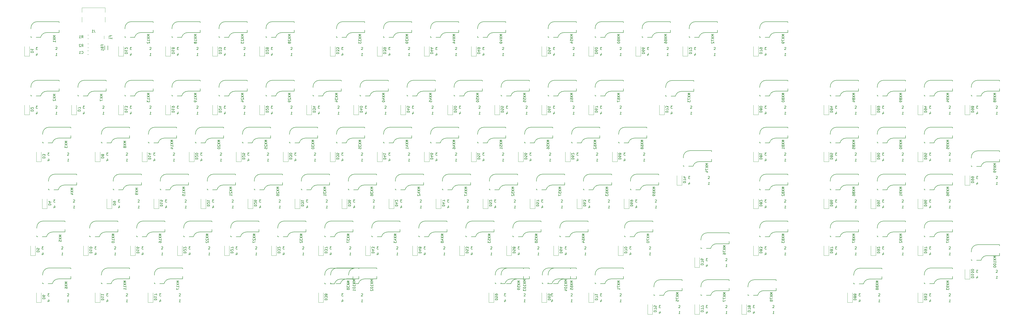
<source format=gbr>
%TF.GenerationSoftware,KiCad,Pcbnew,(6.0.4)*%
%TF.CreationDate,2022-04-19T22:35:02+02:00*%
%TF.ProjectId,pcb,7063622e-6b69-4636-9164-5f7063625858,rev?*%
%TF.SameCoordinates,Original*%
%TF.FileFunction,Legend,Bot*%
%TF.FilePolarity,Positive*%
%FSLAX46Y46*%
G04 Gerber Fmt 4.6, Leading zero omitted, Abs format (unit mm)*
G04 Created by KiCad (PCBNEW (6.0.4)) date 2022-04-19 22:35:02*
%MOMM*%
%LPD*%
G01*
G04 APERTURE LIST*
%ADD10C,0.150000*%
%ADD11C,0.120000*%
G04 APERTURE END LIST*
D10*
%TO.C,MX20*%
X171108630Y-215725595D02*
X170108630Y-215725595D01*
X170822916Y-216058928D01*
X170108630Y-216392261D01*
X171108630Y-216392261D01*
X170108630Y-216773214D02*
X171108630Y-217439880D01*
X170108630Y-217439880D02*
X171108630Y-216773214D01*
X170203869Y-217773214D02*
X170156250Y-217820833D01*
X170108630Y-217916071D01*
X170108630Y-218154166D01*
X170156250Y-218249404D01*
X170203869Y-218297023D01*
X170299107Y-218344642D01*
X170394345Y-218344642D01*
X170537202Y-218297023D01*
X171108630Y-217725595D01*
X171108630Y-218344642D01*
X170108630Y-218963690D02*
X170108630Y-219058928D01*
X170156250Y-219154166D01*
X170203869Y-219201785D01*
X170299107Y-219249404D01*
X170489583Y-219297023D01*
X170727678Y-219297023D01*
X170918154Y-219249404D01*
X171013392Y-219201785D01*
X171061011Y-219154166D01*
X171108630Y-219058928D01*
X171108630Y-218963690D01*
X171061011Y-218868452D01*
X171013392Y-218820833D01*
X170918154Y-218773214D01*
X170727678Y-218725595D01*
X170489583Y-218725595D01*
X170299107Y-218773214D01*
X170203869Y-218820833D01*
X170156250Y-218868452D01*
X170108630Y-218963690D01*
%TO.C,D105*%
X106870535Y-262389880D02*
X107441964Y-262389880D01*
X107156250Y-262389880D02*
X107156250Y-261389880D01*
X107251488Y-261532738D01*
X107346726Y-261627976D01*
X107441964Y-261675595D01*
X99552083Y-259008630D02*
X98933035Y-259008630D01*
X99266369Y-259389583D01*
X99123511Y-259389583D01*
X99028273Y-259437202D01*
X98980654Y-259484821D01*
X98933035Y-259580059D01*
X98933035Y-259818154D01*
X98980654Y-259913392D01*
X99028273Y-259961011D01*
X99123511Y-260008630D01*
X99409226Y-260008630D01*
X99504464Y-259961011D01*
X99552083Y-259913392D01*
X99028273Y-261723214D02*
X99028273Y-262389880D01*
X99266369Y-261342261D02*
X99504464Y-262056547D01*
X98885416Y-262056547D01*
X106870535Y-259103869D02*
X106918154Y-259056250D01*
X107013392Y-259008630D01*
X107251488Y-259008630D01*
X107346726Y-259056250D01*
X107394345Y-259103869D01*
X107441964Y-259199107D01*
X107441964Y-259294345D01*
X107394345Y-259437202D01*
X106822916Y-260008630D01*
X107441964Y-260008630D01*
%TO.C,D173*%
X361664285Y-201953869D02*
X361711904Y-201906250D01*
X361807142Y-201858630D01*
X362045238Y-201858630D01*
X362140476Y-201906250D01*
X362188095Y-201953869D01*
X362235714Y-202049107D01*
X362235714Y-202144345D01*
X362188095Y-202287202D01*
X361616666Y-202858630D01*
X362235714Y-202858630D01*
X354345833Y-201858630D02*
X353726785Y-201858630D01*
X354060119Y-202239583D01*
X353917261Y-202239583D01*
X353822023Y-202287202D01*
X353774404Y-202334821D01*
X353726785Y-202430059D01*
X353726785Y-202668154D01*
X353774404Y-202763392D01*
X353822023Y-202811011D01*
X353917261Y-202858630D01*
X354202976Y-202858630D01*
X354298214Y-202811011D01*
X354345833Y-202763392D01*
X353822023Y-204573214D02*
X353822023Y-205239880D01*
X354060119Y-204192261D02*
X354298214Y-204906547D01*
X353679166Y-204906547D01*
X361664285Y-205239880D02*
X362235714Y-205239880D01*
X361950000Y-205239880D02*
X361950000Y-204239880D01*
X362045238Y-204382738D01*
X362140476Y-204477976D01*
X362235714Y-204525595D01*
%TO.C,D144*%
X266414285Y-178141369D02*
X266461904Y-178093750D01*
X266557142Y-178046130D01*
X266795238Y-178046130D01*
X266890476Y-178093750D01*
X266938095Y-178141369D01*
X266985714Y-178236607D01*
X266985714Y-178331845D01*
X266938095Y-178474702D01*
X266366666Y-179046130D01*
X266985714Y-179046130D01*
X259095833Y-178046130D02*
X258476785Y-178046130D01*
X258810119Y-178427083D01*
X258667261Y-178427083D01*
X258572023Y-178474702D01*
X258524404Y-178522321D01*
X258476785Y-178617559D01*
X258476785Y-178855654D01*
X258524404Y-178950892D01*
X258572023Y-178998511D01*
X258667261Y-179046130D01*
X258952976Y-179046130D01*
X259048214Y-178998511D01*
X259095833Y-178950892D01*
X266414285Y-181427380D02*
X266985714Y-181427380D01*
X266700000Y-181427380D02*
X266700000Y-180427380D01*
X266795238Y-180570238D01*
X266890476Y-180665476D01*
X266985714Y-180713095D01*
X258572023Y-180760714D02*
X258572023Y-181427380D01*
X258810119Y-180379761D02*
X259048214Y-181094047D01*
X258429166Y-181094047D01*
%TO.C,MX91*%
X447333630Y-234775595D02*
X446333630Y-234775595D01*
X447047916Y-235108928D01*
X446333630Y-235442261D01*
X447333630Y-235442261D01*
X446333630Y-235823214D02*
X447333630Y-236489880D01*
X446333630Y-236489880D02*
X447333630Y-235823214D01*
X447333630Y-236918452D02*
X447333630Y-237108928D01*
X447286011Y-237204166D01*
X447238392Y-237251785D01*
X447095535Y-237347023D01*
X446905059Y-237394642D01*
X446524107Y-237394642D01*
X446428869Y-237347023D01*
X446381250Y-237299404D01*
X446333630Y-237204166D01*
X446333630Y-237013690D01*
X446381250Y-236918452D01*
X446428869Y-236870833D01*
X446524107Y-236823214D01*
X446762202Y-236823214D01*
X446857440Y-236870833D01*
X446905059Y-236918452D01*
X446952678Y-237013690D01*
X446952678Y-237204166D01*
X446905059Y-237299404D01*
X446857440Y-237347023D01*
X446762202Y-237394642D01*
X447333630Y-238347023D02*
X447333630Y-237775595D01*
X447333630Y-238061309D02*
X446333630Y-238061309D01*
X446476488Y-237966071D01*
X446571726Y-237870833D01*
X446619345Y-237775595D01*
%TO.C,MX11*%
X133008630Y-272875595D02*
X132008630Y-272875595D01*
X132722916Y-273208928D01*
X132008630Y-273542261D01*
X133008630Y-273542261D01*
X132008630Y-273923214D02*
X133008630Y-274589880D01*
X132008630Y-274589880D02*
X133008630Y-273923214D01*
X133008630Y-275494642D02*
X133008630Y-274923214D01*
X133008630Y-275208928D02*
X132008630Y-275208928D01*
X132151488Y-275113690D01*
X132246726Y-275018452D01*
X132294345Y-274923214D01*
X133008630Y-276447023D02*
X133008630Y-275875595D01*
X133008630Y-276161309D02*
X132008630Y-276161309D01*
X132151488Y-276066071D01*
X132246726Y-275970833D01*
X132294345Y-275875595D01*
%TO.C,MX89*%
X447333630Y-196675595D02*
X446333630Y-196675595D01*
X447047916Y-197008928D01*
X446333630Y-197342261D01*
X447333630Y-197342261D01*
X446333630Y-197723214D02*
X447333630Y-198389880D01*
X446333630Y-198389880D02*
X447333630Y-197723214D01*
X446762202Y-198913690D02*
X446714583Y-198818452D01*
X446666964Y-198770833D01*
X446571726Y-198723214D01*
X446524107Y-198723214D01*
X446428869Y-198770833D01*
X446381250Y-198818452D01*
X446333630Y-198913690D01*
X446333630Y-199104166D01*
X446381250Y-199199404D01*
X446428869Y-199247023D01*
X446524107Y-199294642D01*
X446571726Y-199294642D01*
X446666964Y-199247023D01*
X446714583Y-199199404D01*
X446762202Y-199104166D01*
X446762202Y-198913690D01*
X446809821Y-198818452D01*
X446857440Y-198770833D01*
X446952678Y-198723214D01*
X447143154Y-198723214D01*
X447238392Y-198770833D01*
X447286011Y-198818452D01*
X447333630Y-198913690D01*
X447333630Y-199104166D01*
X447286011Y-199199404D01*
X447238392Y-199247023D01*
X447143154Y-199294642D01*
X446952678Y-199294642D01*
X446857440Y-199247023D01*
X446809821Y-199199404D01*
X446762202Y-199104166D01*
X447333630Y-199770833D02*
X447333630Y-199961309D01*
X447286011Y-200056547D01*
X447238392Y-200104166D01*
X447095535Y-200199404D01*
X446905059Y-200247023D01*
X446524107Y-200247023D01*
X446428869Y-200199404D01*
X446381250Y-200151785D01*
X446333630Y-200056547D01*
X446333630Y-199866071D01*
X446381250Y-199770833D01*
X446428869Y-199723214D01*
X446524107Y-199675595D01*
X446762202Y-199675595D01*
X446857440Y-199723214D01*
X446905059Y-199770833D01*
X446952678Y-199866071D01*
X446952678Y-200056547D01*
X446905059Y-200151785D01*
X446857440Y-200199404D01*
X446762202Y-200247023D01*
%TO.C,D138*%
X228314285Y-278153869D02*
X228361904Y-278106250D01*
X228457142Y-278058630D01*
X228695238Y-278058630D01*
X228790476Y-278106250D01*
X228838095Y-278153869D01*
X228885714Y-278249107D01*
X228885714Y-278344345D01*
X228838095Y-278487202D01*
X228266666Y-279058630D01*
X228885714Y-279058630D01*
X220995833Y-278058630D02*
X220376785Y-278058630D01*
X220710119Y-278439583D01*
X220567261Y-278439583D01*
X220472023Y-278487202D01*
X220424404Y-278534821D01*
X220376785Y-278630059D01*
X220376785Y-278868154D01*
X220424404Y-278963392D01*
X220472023Y-279011011D01*
X220567261Y-279058630D01*
X220852976Y-279058630D01*
X220948214Y-279011011D01*
X220995833Y-278963392D01*
X228314285Y-281439880D02*
X228885714Y-281439880D01*
X228600000Y-281439880D02*
X228600000Y-280439880D01*
X228695238Y-280582738D01*
X228790476Y-280677976D01*
X228885714Y-280725595D01*
X220472023Y-280773214D02*
X220472023Y-281439880D01*
X220710119Y-280392261D02*
X220948214Y-281106547D01*
X220329166Y-281106547D01*
%TO.C,D176*%
X375951785Y-263866369D02*
X375999404Y-263818750D01*
X376094642Y-263771130D01*
X376332738Y-263771130D01*
X376427976Y-263818750D01*
X376475595Y-263866369D01*
X376523214Y-263961607D01*
X376523214Y-264056845D01*
X376475595Y-264199702D01*
X375904166Y-264771130D01*
X376523214Y-264771130D01*
X368633333Y-263771130D02*
X368014285Y-263771130D01*
X368347619Y-264152083D01*
X368204761Y-264152083D01*
X368109523Y-264199702D01*
X368061904Y-264247321D01*
X368014285Y-264342559D01*
X368014285Y-264580654D01*
X368061904Y-264675892D01*
X368109523Y-264723511D01*
X368204761Y-264771130D01*
X368490476Y-264771130D01*
X368585714Y-264723511D01*
X368633333Y-264675892D01*
X368109523Y-266485714D02*
X368109523Y-267152380D01*
X368347619Y-266104761D02*
X368585714Y-266819047D01*
X367966666Y-266819047D01*
X375951785Y-267152380D02*
X376523214Y-267152380D01*
X376237500Y-267152380D02*
X376237500Y-266152380D01*
X376332738Y-266295238D01*
X376427976Y-266390476D01*
X376523214Y-266438095D01*
%TO.C,MX34*%
X218733630Y-196675595D02*
X217733630Y-196675595D01*
X218447916Y-197008928D01*
X217733630Y-197342261D01*
X218733630Y-197342261D01*
X217733630Y-197723214D02*
X218733630Y-198389880D01*
X217733630Y-198389880D02*
X218733630Y-197723214D01*
X217733630Y-198675595D02*
X217733630Y-199294642D01*
X218114583Y-198961309D01*
X218114583Y-199104166D01*
X218162202Y-199199404D01*
X218209821Y-199247023D01*
X218305059Y-199294642D01*
X218543154Y-199294642D01*
X218638392Y-199247023D01*
X218686011Y-199199404D01*
X218733630Y-199104166D01*
X218733630Y-198818452D01*
X218686011Y-198723214D01*
X218638392Y-198675595D01*
X218066964Y-200151785D02*
X218733630Y-200151785D01*
X217686011Y-199913690D02*
X218400297Y-199675595D01*
X218400297Y-200294642D01*
%TO.C,D155*%
X287147023Y-204573214D02*
X287147023Y-205239880D01*
X287385119Y-204192261D02*
X287623214Y-204906547D01*
X287004166Y-204906547D01*
X294989285Y-205239880D02*
X295560714Y-205239880D01*
X295275000Y-205239880D02*
X295275000Y-204239880D01*
X295370238Y-204382738D01*
X295465476Y-204477976D01*
X295560714Y-204525595D01*
X287670833Y-201858630D02*
X287051785Y-201858630D01*
X287385119Y-202239583D01*
X287242261Y-202239583D01*
X287147023Y-202287202D01*
X287099404Y-202334821D01*
X287051785Y-202430059D01*
X287051785Y-202668154D01*
X287099404Y-202763392D01*
X287147023Y-202811011D01*
X287242261Y-202858630D01*
X287527976Y-202858630D01*
X287623214Y-202811011D01*
X287670833Y-202763392D01*
X294989285Y-201953869D02*
X295036904Y-201906250D01*
X295132142Y-201858630D01*
X295370238Y-201858630D01*
X295465476Y-201906250D01*
X295513095Y-201953869D01*
X295560714Y-202049107D01*
X295560714Y-202144345D01*
X295513095Y-202287202D01*
X294941666Y-202858630D01*
X295560714Y-202858630D01*
%TO.C,D158*%
X299751785Y-262389880D02*
X300323214Y-262389880D01*
X300037500Y-262389880D02*
X300037500Y-261389880D01*
X300132738Y-261532738D01*
X300227976Y-261627976D01*
X300323214Y-261675595D01*
X291909523Y-261723214D02*
X291909523Y-262389880D01*
X292147619Y-261342261D02*
X292385714Y-262056547D01*
X291766666Y-262056547D01*
X292433333Y-259008630D02*
X291814285Y-259008630D01*
X292147619Y-259389583D01*
X292004761Y-259389583D01*
X291909523Y-259437202D01*
X291861904Y-259484821D01*
X291814285Y-259580059D01*
X291814285Y-259818154D01*
X291861904Y-259913392D01*
X291909523Y-259961011D01*
X292004761Y-260008630D01*
X292290476Y-260008630D01*
X292385714Y-259961011D01*
X292433333Y-259913392D01*
X299751785Y-259103869D02*
X299799404Y-259056250D01*
X299894642Y-259008630D01*
X300132738Y-259008630D01*
X300227976Y-259056250D01*
X300275595Y-259103869D01*
X300323214Y-259199107D01*
X300323214Y-259294345D01*
X300275595Y-259437202D01*
X299704166Y-260008630D01*
X300323214Y-260008630D01*
%TO.C,MX46*%
X266358630Y-215725595D02*
X265358630Y-215725595D01*
X266072916Y-216058928D01*
X265358630Y-216392261D01*
X266358630Y-216392261D01*
X265358630Y-216773214D02*
X266358630Y-217439880D01*
X265358630Y-217439880D02*
X266358630Y-216773214D01*
X265691964Y-218249404D02*
X266358630Y-218249404D01*
X265311011Y-218011309D02*
X266025297Y-217773214D01*
X266025297Y-218392261D01*
X265358630Y-219201785D02*
X265358630Y-219011309D01*
X265406250Y-218916071D01*
X265453869Y-218868452D01*
X265596726Y-218773214D01*
X265787202Y-218725595D01*
X266168154Y-218725595D01*
X266263392Y-218773214D01*
X266311011Y-218820833D01*
X266358630Y-218916071D01*
X266358630Y-219106547D01*
X266311011Y-219201785D01*
X266263392Y-219249404D01*
X266168154Y-219297023D01*
X265930059Y-219297023D01*
X265834821Y-219249404D01*
X265787202Y-219201785D01*
X265739583Y-219106547D01*
X265739583Y-218916071D01*
X265787202Y-218820833D01*
X265834821Y-218773214D01*
X265930059Y-218725595D01*
%TO.C,D150*%
X275939285Y-205239880D02*
X276510714Y-205239880D01*
X276225000Y-205239880D02*
X276225000Y-204239880D01*
X276320238Y-204382738D01*
X276415476Y-204477976D01*
X276510714Y-204525595D01*
X268620833Y-201858630D02*
X268001785Y-201858630D01*
X268335119Y-202239583D01*
X268192261Y-202239583D01*
X268097023Y-202287202D01*
X268049404Y-202334821D01*
X268001785Y-202430059D01*
X268001785Y-202668154D01*
X268049404Y-202763392D01*
X268097023Y-202811011D01*
X268192261Y-202858630D01*
X268477976Y-202858630D01*
X268573214Y-202811011D01*
X268620833Y-202763392D01*
X268097023Y-204573214D02*
X268097023Y-205239880D01*
X268335119Y-204192261D02*
X268573214Y-204906547D01*
X267954166Y-204906547D01*
X275939285Y-201953869D02*
X275986904Y-201906250D01*
X276082142Y-201858630D01*
X276320238Y-201858630D01*
X276415476Y-201906250D01*
X276463095Y-201953869D01*
X276510714Y-202049107D01*
X276510714Y-202144345D01*
X276463095Y-202287202D01*
X275891666Y-202858630D01*
X276510714Y-202858630D01*
%TO.C,MX37*%
X223496130Y-253825595D02*
X222496130Y-253825595D01*
X223210416Y-254158928D01*
X222496130Y-254492261D01*
X223496130Y-254492261D01*
X222496130Y-254873214D02*
X223496130Y-255539880D01*
X222496130Y-255539880D02*
X223496130Y-254873214D01*
X222496130Y-255825595D02*
X222496130Y-256444642D01*
X222877083Y-256111309D01*
X222877083Y-256254166D01*
X222924702Y-256349404D01*
X222972321Y-256397023D01*
X223067559Y-256444642D01*
X223305654Y-256444642D01*
X223400892Y-256397023D01*
X223448511Y-256349404D01*
X223496130Y-256254166D01*
X223496130Y-255968452D01*
X223448511Y-255873214D01*
X223400892Y-255825595D01*
X222496130Y-256777976D02*
X222496130Y-257444642D01*
X223496130Y-257016071D01*
%TO.C,D165*%
X313245535Y-281439880D02*
X313816964Y-281439880D01*
X313531250Y-281439880D02*
X313531250Y-280439880D01*
X313626488Y-280582738D01*
X313721726Y-280677976D01*
X313816964Y-280725595D01*
X305927083Y-278058630D02*
X305308035Y-278058630D01*
X305641369Y-278439583D01*
X305498511Y-278439583D01*
X305403273Y-278487202D01*
X305355654Y-278534821D01*
X305308035Y-278630059D01*
X305308035Y-278868154D01*
X305355654Y-278963392D01*
X305403273Y-279011011D01*
X305498511Y-279058630D01*
X305784226Y-279058630D01*
X305879464Y-279011011D01*
X305927083Y-278963392D01*
X313245535Y-278153869D02*
X313293154Y-278106250D01*
X313388392Y-278058630D01*
X313626488Y-278058630D01*
X313721726Y-278106250D01*
X313769345Y-278153869D01*
X313816964Y-278249107D01*
X313816964Y-278344345D01*
X313769345Y-278487202D01*
X313197916Y-279058630D01*
X313816964Y-279058630D01*
X305403273Y-280773214D02*
X305403273Y-281439880D01*
X305641369Y-280392261D02*
X305879464Y-281106547D01*
X305260416Y-281106547D01*
%TO.C,D151*%
X285464285Y-224289880D02*
X286035714Y-224289880D01*
X285750000Y-224289880D02*
X285750000Y-223289880D01*
X285845238Y-223432738D01*
X285940476Y-223527976D01*
X286035714Y-223575595D01*
X277622023Y-223623214D02*
X277622023Y-224289880D01*
X277860119Y-223242261D02*
X278098214Y-223956547D01*
X277479166Y-223956547D01*
X278145833Y-220908630D02*
X277526785Y-220908630D01*
X277860119Y-221289583D01*
X277717261Y-221289583D01*
X277622023Y-221337202D01*
X277574404Y-221384821D01*
X277526785Y-221480059D01*
X277526785Y-221718154D01*
X277574404Y-221813392D01*
X277622023Y-221861011D01*
X277717261Y-221908630D01*
X278002976Y-221908630D01*
X278098214Y-221861011D01*
X278145833Y-221813392D01*
X285464285Y-221003869D02*
X285511904Y-220956250D01*
X285607142Y-220908630D01*
X285845238Y-220908630D01*
X285940476Y-220956250D01*
X285988095Y-221003869D01*
X286035714Y-221099107D01*
X286035714Y-221194345D01*
X285988095Y-221337202D01*
X285416666Y-221908630D01*
X286035714Y-221908630D01*
%TO.C,MX104*%
X311602380Y-272399404D02*
X310602380Y-272399404D01*
X311316666Y-272732738D01*
X310602380Y-273066071D01*
X311602380Y-273066071D01*
X310602380Y-273447023D02*
X311602380Y-274113690D01*
X310602380Y-274113690D02*
X311602380Y-273447023D01*
X311602380Y-275018452D02*
X311602380Y-274447023D01*
X311602380Y-274732738D02*
X310602380Y-274732738D01*
X310745238Y-274637500D01*
X310840476Y-274542261D01*
X310888095Y-274447023D01*
X310602380Y-275637500D02*
X310602380Y-275732738D01*
X310650000Y-275827976D01*
X310697619Y-275875595D01*
X310792857Y-275923214D01*
X310983333Y-275970833D01*
X311221428Y-275970833D01*
X311411904Y-275923214D01*
X311507142Y-275875595D01*
X311554761Y-275827976D01*
X311602380Y-275732738D01*
X311602380Y-275637500D01*
X311554761Y-275542261D01*
X311507142Y-275494642D01*
X311411904Y-275447023D01*
X311221428Y-275399404D01*
X310983333Y-275399404D01*
X310792857Y-275447023D01*
X310697619Y-275494642D01*
X310650000Y-275542261D01*
X310602380Y-275637500D01*
X310935714Y-276827976D02*
X311602380Y-276827976D01*
X310554761Y-276589880D02*
X311269047Y-276351785D01*
X311269047Y-276970833D01*
%TO.C,MX70*%
X344939880Y-253825595D02*
X343939880Y-253825595D01*
X344654166Y-254158928D01*
X343939880Y-254492261D01*
X344939880Y-254492261D01*
X343939880Y-254873214D02*
X344939880Y-255539880D01*
X343939880Y-255539880D02*
X344939880Y-254873214D01*
X343939880Y-255825595D02*
X343939880Y-256492261D01*
X344939880Y-256063690D01*
X343939880Y-257063690D02*
X343939880Y-257158928D01*
X343987500Y-257254166D01*
X344035119Y-257301785D01*
X344130357Y-257349404D01*
X344320833Y-257397023D01*
X344558928Y-257397023D01*
X344749404Y-257349404D01*
X344844642Y-257301785D01*
X344892261Y-257254166D01*
X344939880Y-257158928D01*
X344939880Y-257063690D01*
X344892261Y-256968452D01*
X344844642Y-256920833D01*
X344749404Y-256873214D01*
X344558928Y-256825595D01*
X344320833Y-256825595D01*
X344130357Y-256873214D01*
X344035119Y-256920833D01*
X343987500Y-256968452D01*
X343939880Y-257063690D01*
%TO.C,D152*%
X290226785Y-240053869D02*
X290274404Y-240006250D01*
X290369642Y-239958630D01*
X290607738Y-239958630D01*
X290702976Y-240006250D01*
X290750595Y-240053869D01*
X290798214Y-240149107D01*
X290798214Y-240244345D01*
X290750595Y-240387202D01*
X290179166Y-240958630D01*
X290798214Y-240958630D01*
X282384523Y-242673214D02*
X282384523Y-243339880D01*
X282622619Y-242292261D02*
X282860714Y-243006547D01*
X282241666Y-243006547D01*
X282908333Y-239958630D02*
X282289285Y-239958630D01*
X282622619Y-240339583D01*
X282479761Y-240339583D01*
X282384523Y-240387202D01*
X282336904Y-240434821D01*
X282289285Y-240530059D01*
X282289285Y-240768154D01*
X282336904Y-240863392D01*
X282384523Y-240911011D01*
X282479761Y-240958630D01*
X282765476Y-240958630D01*
X282860714Y-240911011D01*
X282908333Y-240863392D01*
X290226785Y-243339880D02*
X290798214Y-243339880D01*
X290512500Y-243339880D02*
X290512500Y-242339880D01*
X290607738Y-242482738D01*
X290702976Y-242577976D01*
X290798214Y-242625595D01*
%TO.C,D116*%
X140033333Y-259008630D02*
X139414285Y-259008630D01*
X139747619Y-259389583D01*
X139604761Y-259389583D01*
X139509523Y-259437202D01*
X139461904Y-259484821D01*
X139414285Y-259580059D01*
X139414285Y-259818154D01*
X139461904Y-259913392D01*
X139509523Y-259961011D01*
X139604761Y-260008630D01*
X139890476Y-260008630D01*
X139985714Y-259961011D01*
X140033333Y-259913392D01*
X147351785Y-262389880D02*
X147923214Y-262389880D01*
X147637500Y-262389880D02*
X147637500Y-261389880D01*
X147732738Y-261532738D01*
X147827976Y-261627976D01*
X147923214Y-261675595D01*
X147351785Y-259103869D02*
X147399404Y-259056250D01*
X147494642Y-259008630D01*
X147732738Y-259008630D01*
X147827976Y-259056250D01*
X147875595Y-259103869D01*
X147923214Y-259199107D01*
X147923214Y-259294345D01*
X147875595Y-259437202D01*
X147304166Y-260008630D01*
X147923214Y-260008630D01*
X139509523Y-261723214D02*
X139509523Y-262389880D01*
X139747619Y-261342261D02*
X139985714Y-262056547D01*
X139366666Y-262056547D01*
%TO.C,D124*%
X180689285Y-201953869D02*
X180736904Y-201906250D01*
X180832142Y-201858630D01*
X181070238Y-201858630D01*
X181165476Y-201906250D01*
X181213095Y-201953869D01*
X181260714Y-202049107D01*
X181260714Y-202144345D01*
X181213095Y-202287202D01*
X180641666Y-202858630D01*
X181260714Y-202858630D01*
X180689285Y-205239880D02*
X181260714Y-205239880D01*
X180975000Y-205239880D02*
X180975000Y-204239880D01*
X181070238Y-204382738D01*
X181165476Y-204477976D01*
X181260714Y-204525595D01*
X173370833Y-201858630D02*
X172751785Y-201858630D01*
X173085119Y-202239583D01*
X172942261Y-202239583D01*
X172847023Y-202287202D01*
X172799404Y-202334821D01*
X172751785Y-202430059D01*
X172751785Y-202668154D01*
X172799404Y-202763392D01*
X172847023Y-202811011D01*
X172942261Y-202858630D01*
X173227976Y-202858630D01*
X173323214Y-202811011D01*
X173370833Y-202763392D01*
X172847023Y-204573214D02*
X172847023Y-205239880D01*
X173085119Y-204192261D02*
X173323214Y-204906547D01*
X172704166Y-204906547D01*
%TO.C,D139*%
X247364285Y-178141369D02*
X247411904Y-178093750D01*
X247507142Y-178046130D01*
X247745238Y-178046130D01*
X247840476Y-178093750D01*
X247888095Y-178141369D01*
X247935714Y-178236607D01*
X247935714Y-178331845D01*
X247888095Y-178474702D01*
X247316666Y-179046130D01*
X247935714Y-179046130D01*
X239522023Y-180760714D02*
X239522023Y-181427380D01*
X239760119Y-180379761D02*
X239998214Y-181094047D01*
X239379166Y-181094047D01*
X247364285Y-181427380D02*
X247935714Y-181427380D01*
X247650000Y-181427380D02*
X247650000Y-180427380D01*
X247745238Y-180570238D01*
X247840476Y-180665476D01*
X247935714Y-180713095D01*
X240045833Y-178046130D02*
X239426785Y-178046130D01*
X239760119Y-178427083D01*
X239617261Y-178427083D01*
X239522023Y-178474702D01*
X239474404Y-178522321D01*
X239426785Y-178617559D01*
X239426785Y-178855654D01*
X239474404Y-178950892D01*
X239522023Y-178998511D01*
X239617261Y-179046130D01*
X239902976Y-179046130D01*
X239998214Y-178998511D01*
X240045833Y-178950892D01*
%TO.C,D186*%
X421020833Y-239958630D02*
X420401785Y-239958630D01*
X420735119Y-240339583D01*
X420592261Y-240339583D01*
X420497023Y-240387202D01*
X420449404Y-240434821D01*
X420401785Y-240530059D01*
X420401785Y-240768154D01*
X420449404Y-240863392D01*
X420497023Y-240911011D01*
X420592261Y-240958630D01*
X420877976Y-240958630D01*
X420973214Y-240911011D01*
X421020833Y-240863392D01*
X420497023Y-242673214D02*
X420497023Y-243339880D01*
X420735119Y-242292261D02*
X420973214Y-243006547D01*
X420354166Y-243006547D01*
X428339285Y-243339880D02*
X428910714Y-243339880D01*
X428625000Y-243339880D02*
X428625000Y-242339880D01*
X428720238Y-242482738D01*
X428815476Y-242577976D01*
X428910714Y-242625595D01*
X428339285Y-240053869D02*
X428386904Y-240006250D01*
X428482142Y-239958630D01*
X428720238Y-239958630D01*
X428815476Y-240006250D01*
X428863095Y-240053869D01*
X428910714Y-240149107D01*
X428910714Y-240244345D01*
X428863095Y-240387202D01*
X428291666Y-240958630D01*
X428910714Y-240958630D01*
%TO.C,D200*%
X485489285Y-271914880D02*
X486060714Y-271914880D01*
X485775000Y-271914880D02*
X485775000Y-270914880D01*
X485870238Y-271057738D01*
X485965476Y-271152976D01*
X486060714Y-271200595D01*
X477647023Y-271248214D02*
X477647023Y-271914880D01*
X477885119Y-270867261D02*
X478123214Y-271581547D01*
X477504166Y-271581547D01*
X478170833Y-268533630D02*
X477551785Y-268533630D01*
X477885119Y-268914583D01*
X477742261Y-268914583D01*
X477647023Y-268962202D01*
X477599404Y-269009821D01*
X477551785Y-269105059D01*
X477551785Y-269343154D01*
X477599404Y-269438392D01*
X477647023Y-269486011D01*
X477742261Y-269533630D01*
X478027976Y-269533630D01*
X478123214Y-269486011D01*
X478170833Y-269438392D01*
X485489285Y-268628869D02*
X485536904Y-268581250D01*
X485632142Y-268533630D01*
X485870238Y-268533630D01*
X485965476Y-268581250D01*
X486013095Y-268628869D01*
X486060714Y-268724107D01*
X486060714Y-268819345D01*
X486013095Y-268962202D01*
X485441666Y-269533630D01*
X486060714Y-269533630D01*
%TO.C,MX18*%
X161583630Y-172863095D02*
X160583630Y-172863095D01*
X161297916Y-173196428D01*
X160583630Y-173529761D01*
X161583630Y-173529761D01*
X160583630Y-173910714D02*
X161583630Y-174577380D01*
X160583630Y-174577380D02*
X161583630Y-173910714D01*
X161583630Y-175482142D02*
X161583630Y-174910714D01*
X161583630Y-175196428D02*
X160583630Y-175196428D01*
X160726488Y-175101190D01*
X160821726Y-175005952D01*
X160869345Y-174910714D01*
X161012202Y-176053571D02*
X160964583Y-175958333D01*
X160916964Y-175910714D01*
X160821726Y-175863095D01*
X160774107Y-175863095D01*
X160678869Y-175910714D01*
X160631250Y-175958333D01*
X160583630Y-176053571D01*
X160583630Y-176244047D01*
X160631250Y-176339285D01*
X160678869Y-176386904D01*
X160774107Y-176434523D01*
X160821726Y-176434523D01*
X160916964Y-176386904D01*
X160964583Y-176339285D01*
X161012202Y-176244047D01*
X161012202Y-176053571D01*
X161059821Y-175958333D01*
X161107440Y-175910714D01*
X161202678Y-175863095D01*
X161393154Y-175863095D01*
X161488392Y-175910714D01*
X161536011Y-175958333D01*
X161583630Y-176053571D01*
X161583630Y-176244047D01*
X161536011Y-176339285D01*
X161488392Y-176386904D01*
X161393154Y-176434523D01*
X161202678Y-176434523D01*
X161107440Y-176386904D01*
X161059821Y-176339285D01*
X161012202Y-176244047D01*
%TO.C,D120*%
X171164285Y-224289880D02*
X171735714Y-224289880D01*
X171450000Y-224289880D02*
X171450000Y-223289880D01*
X171545238Y-223432738D01*
X171640476Y-223527976D01*
X171735714Y-223575595D01*
X163845833Y-220908630D02*
X163226785Y-220908630D01*
X163560119Y-221289583D01*
X163417261Y-221289583D01*
X163322023Y-221337202D01*
X163274404Y-221384821D01*
X163226785Y-221480059D01*
X163226785Y-221718154D01*
X163274404Y-221813392D01*
X163322023Y-221861011D01*
X163417261Y-221908630D01*
X163702976Y-221908630D01*
X163798214Y-221861011D01*
X163845833Y-221813392D01*
X163322023Y-223623214D02*
X163322023Y-224289880D01*
X163560119Y-223242261D02*
X163798214Y-223956547D01*
X163179166Y-223956547D01*
X171164285Y-221003869D02*
X171211904Y-220956250D01*
X171307142Y-220908630D01*
X171545238Y-220908630D01*
X171640476Y-220956250D01*
X171688095Y-221003869D01*
X171735714Y-221099107D01*
X171735714Y-221194345D01*
X171688095Y-221337202D01*
X171116666Y-221908630D01*
X171735714Y-221908630D01*
%TO.C,D196*%
X458597023Y-242673214D02*
X458597023Y-243339880D01*
X458835119Y-242292261D02*
X459073214Y-243006547D01*
X458454166Y-243006547D01*
X466439285Y-240053869D02*
X466486904Y-240006250D01*
X466582142Y-239958630D01*
X466820238Y-239958630D01*
X466915476Y-240006250D01*
X466963095Y-240053869D01*
X467010714Y-240149107D01*
X467010714Y-240244345D01*
X466963095Y-240387202D01*
X466391666Y-240958630D01*
X467010714Y-240958630D01*
X466439285Y-243339880D02*
X467010714Y-243339880D01*
X466725000Y-243339880D02*
X466725000Y-242339880D01*
X466820238Y-242482738D01*
X466915476Y-242577976D01*
X467010714Y-242625595D01*
X459120833Y-239958630D02*
X458501785Y-239958630D01*
X458835119Y-240339583D01*
X458692261Y-240339583D01*
X458597023Y-240387202D01*
X458549404Y-240434821D01*
X458501785Y-240530059D01*
X458501785Y-240768154D01*
X458549404Y-240863392D01*
X458597023Y-240911011D01*
X458692261Y-240958630D01*
X458977976Y-240958630D01*
X459073214Y-240911011D01*
X459120833Y-240863392D01*
%TO.C,MX55*%
X294933630Y-196675595D02*
X293933630Y-196675595D01*
X294647916Y-197008928D01*
X293933630Y-197342261D01*
X294933630Y-197342261D01*
X293933630Y-197723214D02*
X294933630Y-198389880D01*
X293933630Y-198389880D02*
X294933630Y-197723214D01*
X293933630Y-199247023D02*
X293933630Y-198770833D01*
X294409821Y-198723214D01*
X294362202Y-198770833D01*
X294314583Y-198866071D01*
X294314583Y-199104166D01*
X294362202Y-199199404D01*
X294409821Y-199247023D01*
X294505059Y-199294642D01*
X294743154Y-199294642D01*
X294838392Y-199247023D01*
X294886011Y-199199404D01*
X294933630Y-199104166D01*
X294933630Y-198866071D01*
X294886011Y-198770833D01*
X294838392Y-198723214D01*
X293933630Y-200199404D02*
X293933630Y-199723214D01*
X294409821Y-199675595D01*
X294362202Y-199723214D01*
X294314583Y-199818452D01*
X294314583Y-200056547D01*
X294362202Y-200151785D01*
X294409821Y-200199404D01*
X294505059Y-200247023D01*
X294743154Y-200247023D01*
X294838392Y-200199404D01*
X294886011Y-200151785D01*
X294933630Y-200056547D01*
X294933630Y-199818452D01*
X294886011Y-199723214D01*
X294838392Y-199675595D01*
%TO.C,MX13*%
X142533630Y-196675595D02*
X141533630Y-196675595D01*
X142247916Y-197008928D01*
X141533630Y-197342261D01*
X142533630Y-197342261D01*
X141533630Y-197723214D02*
X142533630Y-198389880D01*
X141533630Y-198389880D02*
X142533630Y-197723214D01*
X142533630Y-199294642D02*
X142533630Y-198723214D01*
X142533630Y-199008928D02*
X141533630Y-199008928D01*
X141676488Y-198913690D01*
X141771726Y-198818452D01*
X141819345Y-198723214D01*
X141533630Y-199627976D02*
X141533630Y-200247023D01*
X141914583Y-199913690D01*
X141914583Y-200056547D01*
X141962202Y-200151785D01*
X142009821Y-200199404D01*
X142105059Y-200247023D01*
X142343154Y-200247023D01*
X142438392Y-200199404D01*
X142486011Y-200151785D01*
X142533630Y-200056547D01*
X142533630Y-199770833D01*
X142486011Y-199675595D01*
X142438392Y-199627976D01*
%TO.C,D149*%
X277622023Y-180760714D02*
X277622023Y-181427380D01*
X277860119Y-180379761D02*
X278098214Y-181094047D01*
X277479166Y-181094047D01*
X285464285Y-178141369D02*
X285511904Y-178093750D01*
X285607142Y-178046130D01*
X285845238Y-178046130D01*
X285940476Y-178093750D01*
X285988095Y-178141369D01*
X286035714Y-178236607D01*
X286035714Y-178331845D01*
X285988095Y-178474702D01*
X285416666Y-179046130D01*
X286035714Y-179046130D01*
X285464285Y-181427380D02*
X286035714Y-181427380D01*
X285750000Y-181427380D02*
X285750000Y-180427380D01*
X285845238Y-180570238D01*
X285940476Y-180665476D01*
X286035714Y-180713095D01*
X278145833Y-178046130D02*
X277526785Y-178046130D01*
X277860119Y-178427083D01*
X277717261Y-178427083D01*
X277622023Y-178474702D01*
X277574404Y-178522321D01*
X277526785Y-178617559D01*
X277526785Y-178855654D01*
X277574404Y-178950892D01*
X277622023Y-178998511D01*
X277717261Y-179046130D01*
X278002976Y-179046130D01*
X278098214Y-178998511D01*
X278145833Y-178950892D01*
%TO.C,MX45*%
X256833630Y-196675595D02*
X255833630Y-196675595D01*
X256547916Y-197008928D01*
X255833630Y-197342261D01*
X256833630Y-197342261D01*
X255833630Y-197723214D02*
X256833630Y-198389880D01*
X255833630Y-198389880D02*
X256833630Y-197723214D01*
X256166964Y-199199404D02*
X256833630Y-199199404D01*
X255786011Y-198961309D02*
X256500297Y-198723214D01*
X256500297Y-199342261D01*
X255833630Y-200199404D02*
X255833630Y-199723214D01*
X256309821Y-199675595D01*
X256262202Y-199723214D01*
X256214583Y-199818452D01*
X256214583Y-200056547D01*
X256262202Y-200151785D01*
X256309821Y-200199404D01*
X256405059Y-200247023D01*
X256643154Y-200247023D01*
X256738392Y-200199404D01*
X256786011Y-200151785D01*
X256833630Y-200056547D01*
X256833630Y-199818452D01*
X256786011Y-199723214D01*
X256738392Y-199675595D01*
%TO.C,MX75*%
X356846130Y-277638095D02*
X355846130Y-277638095D01*
X356560416Y-277971428D01*
X355846130Y-278304761D01*
X356846130Y-278304761D01*
X355846130Y-278685714D02*
X356846130Y-279352380D01*
X355846130Y-279352380D02*
X356846130Y-278685714D01*
X355846130Y-279638095D02*
X355846130Y-280304761D01*
X356846130Y-279876190D01*
X355846130Y-281161904D02*
X355846130Y-280685714D01*
X356322321Y-280638095D01*
X356274702Y-280685714D01*
X356227083Y-280780952D01*
X356227083Y-281019047D01*
X356274702Y-281114285D01*
X356322321Y-281161904D01*
X356417559Y-281209523D01*
X356655654Y-281209523D01*
X356750892Y-281161904D01*
X356798511Y-281114285D01*
X356846130Y-281019047D01*
X356846130Y-280780952D01*
X356798511Y-280685714D01*
X356750892Y-280638095D01*
%TO.C,D131*%
X206184523Y-242673214D02*
X206184523Y-243339880D01*
X206422619Y-242292261D02*
X206660714Y-243006547D01*
X206041666Y-243006547D01*
X206708333Y-239958630D02*
X206089285Y-239958630D01*
X206422619Y-240339583D01*
X206279761Y-240339583D01*
X206184523Y-240387202D01*
X206136904Y-240434821D01*
X206089285Y-240530059D01*
X206089285Y-240768154D01*
X206136904Y-240863392D01*
X206184523Y-240911011D01*
X206279761Y-240958630D01*
X206565476Y-240958630D01*
X206660714Y-240911011D01*
X206708333Y-240863392D01*
X214026785Y-240053869D02*
X214074404Y-240006250D01*
X214169642Y-239958630D01*
X214407738Y-239958630D01*
X214502976Y-240006250D01*
X214550595Y-240053869D01*
X214598214Y-240149107D01*
X214598214Y-240244345D01*
X214550595Y-240387202D01*
X213979166Y-240958630D01*
X214598214Y-240958630D01*
X214026785Y-243339880D02*
X214598214Y-243339880D01*
X214312500Y-243339880D02*
X214312500Y-242339880D01*
X214407738Y-242482738D01*
X214502976Y-242577976D01*
X214598214Y-242625595D01*
%TO.C,D188*%
X430022023Y-280773214D02*
X430022023Y-281439880D01*
X430260119Y-280392261D02*
X430498214Y-281106547D01*
X429879166Y-281106547D01*
X430545833Y-278058630D02*
X429926785Y-278058630D01*
X430260119Y-278439583D01*
X430117261Y-278439583D01*
X430022023Y-278487202D01*
X429974404Y-278534821D01*
X429926785Y-278630059D01*
X429926785Y-278868154D01*
X429974404Y-278963392D01*
X430022023Y-279011011D01*
X430117261Y-279058630D01*
X430402976Y-279058630D01*
X430498214Y-279011011D01*
X430545833Y-278963392D01*
X437864285Y-281439880D02*
X438435714Y-281439880D01*
X438150000Y-281439880D02*
X438150000Y-280439880D01*
X438245238Y-280582738D01*
X438340476Y-280677976D01*
X438435714Y-280725595D01*
X437864285Y-278153869D02*
X437911904Y-278106250D01*
X438007142Y-278058630D01*
X438245238Y-278058630D01*
X438340476Y-278106250D01*
X438388095Y-278153869D01*
X438435714Y-278249107D01*
X438435714Y-278344345D01*
X438388095Y-278487202D01*
X437816666Y-279058630D01*
X438435714Y-279058630D01*
%TO.C,MX40*%
X237783630Y-196675595D02*
X236783630Y-196675595D01*
X237497916Y-197008928D01*
X236783630Y-197342261D01*
X237783630Y-197342261D01*
X236783630Y-197723214D02*
X237783630Y-198389880D01*
X236783630Y-198389880D02*
X237783630Y-197723214D01*
X237116964Y-199199404D02*
X237783630Y-199199404D01*
X236736011Y-198961309D02*
X237450297Y-198723214D01*
X237450297Y-199342261D01*
X236783630Y-199913690D02*
X236783630Y-200008928D01*
X236831250Y-200104166D01*
X236878869Y-200151785D01*
X236974107Y-200199404D01*
X237164583Y-200247023D01*
X237402678Y-200247023D01*
X237593154Y-200199404D01*
X237688392Y-200151785D01*
X237736011Y-200104166D01*
X237783630Y-200008928D01*
X237783630Y-199913690D01*
X237736011Y-199818452D01*
X237688392Y-199770833D01*
X237593154Y-199723214D01*
X237402678Y-199675595D01*
X237164583Y-199675595D01*
X236974107Y-199723214D01*
X236878869Y-199770833D01*
X236831250Y-199818452D01*
X236783630Y-199913690D01*
%TO.C,MX44*%
X266358630Y-172863095D02*
X265358630Y-172863095D01*
X266072916Y-173196428D01*
X265358630Y-173529761D01*
X266358630Y-173529761D01*
X265358630Y-173910714D02*
X266358630Y-174577380D01*
X265358630Y-174577380D02*
X266358630Y-173910714D01*
X265691964Y-175386904D02*
X266358630Y-175386904D01*
X265311011Y-175148809D02*
X266025297Y-174910714D01*
X266025297Y-175529761D01*
X265691964Y-176339285D02*
X266358630Y-176339285D01*
X265311011Y-176101190D02*
X266025297Y-175863095D01*
X266025297Y-176482142D01*
%TO.C,D164*%
X318801785Y-262389880D02*
X319373214Y-262389880D01*
X319087500Y-262389880D02*
X319087500Y-261389880D01*
X319182738Y-261532738D01*
X319277976Y-261627976D01*
X319373214Y-261675595D01*
X310959523Y-261723214D02*
X310959523Y-262389880D01*
X311197619Y-261342261D02*
X311435714Y-262056547D01*
X310816666Y-262056547D01*
X311483333Y-259008630D02*
X310864285Y-259008630D01*
X311197619Y-259389583D01*
X311054761Y-259389583D01*
X310959523Y-259437202D01*
X310911904Y-259484821D01*
X310864285Y-259580059D01*
X310864285Y-259818154D01*
X310911904Y-259913392D01*
X310959523Y-259961011D01*
X311054761Y-260008630D01*
X311340476Y-260008630D01*
X311435714Y-259961011D01*
X311483333Y-259913392D01*
X318801785Y-259103869D02*
X318849404Y-259056250D01*
X318944642Y-259008630D01*
X319182738Y-259008630D01*
X319277976Y-259056250D01*
X319325595Y-259103869D01*
X319373214Y-259199107D01*
X319373214Y-259294345D01*
X319325595Y-259437202D01*
X318754166Y-260008630D01*
X319373214Y-260008630D01*
%TO.C,D166*%
X352139285Y-181427380D02*
X352710714Y-181427380D01*
X352425000Y-181427380D02*
X352425000Y-180427380D01*
X352520238Y-180570238D01*
X352615476Y-180665476D01*
X352710714Y-180713095D01*
X344297023Y-180760714D02*
X344297023Y-181427380D01*
X344535119Y-180379761D02*
X344773214Y-181094047D01*
X344154166Y-181094047D01*
X344820833Y-178046130D02*
X344201785Y-178046130D01*
X344535119Y-178427083D01*
X344392261Y-178427083D01*
X344297023Y-178474702D01*
X344249404Y-178522321D01*
X344201785Y-178617559D01*
X344201785Y-178855654D01*
X344249404Y-178950892D01*
X344297023Y-178998511D01*
X344392261Y-179046130D01*
X344677976Y-179046130D01*
X344773214Y-178998511D01*
X344820833Y-178950892D01*
X352139285Y-178141369D02*
X352186904Y-178093750D01*
X352282142Y-178046130D01*
X352520238Y-178046130D01*
X352615476Y-178093750D01*
X352663095Y-178141369D01*
X352710714Y-178236607D01*
X352710714Y-178331845D01*
X352663095Y-178474702D01*
X352091666Y-179046130D01*
X352710714Y-179046130D01*
%TO.C,MX67*%
X333033630Y-196675595D02*
X332033630Y-196675595D01*
X332747916Y-197008928D01*
X332033630Y-197342261D01*
X333033630Y-197342261D01*
X332033630Y-197723214D02*
X333033630Y-198389880D01*
X332033630Y-198389880D02*
X333033630Y-197723214D01*
X332033630Y-199199404D02*
X332033630Y-199008928D01*
X332081250Y-198913690D01*
X332128869Y-198866071D01*
X332271726Y-198770833D01*
X332462202Y-198723214D01*
X332843154Y-198723214D01*
X332938392Y-198770833D01*
X332986011Y-198818452D01*
X333033630Y-198913690D01*
X333033630Y-199104166D01*
X332986011Y-199199404D01*
X332938392Y-199247023D01*
X332843154Y-199294642D01*
X332605059Y-199294642D01*
X332509821Y-199247023D01*
X332462202Y-199199404D01*
X332414583Y-199104166D01*
X332414583Y-198913690D01*
X332462202Y-198818452D01*
X332509821Y-198770833D01*
X332605059Y-198723214D01*
X332033630Y-199627976D02*
X332033630Y-200294642D01*
X333033630Y-199866071D01*
%TO.C,D192*%
X440070833Y-259008630D02*
X439451785Y-259008630D01*
X439785119Y-259389583D01*
X439642261Y-259389583D01*
X439547023Y-259437202D01*
X439499404Y-259484821D01*
X439451785Y-259580059D01*
X439451785Y-259818154D01*
X439499404Y-259913392D01*
X439547023Y-259961011D01*
X439642261Y-260008630D01*
X439927976Y-260008630D01*
X440023214Y-259961011D01*
X440070833Y-259913392D01*
X447389285Y-259103869D02*
X447436904Y-259056250D01*
X447532142Y-259008630D01*
X447770238Y-259008630D01*
X447865476Y-259056250D01*
X447913095Y-259103869D01*
X447960714Y-259199107D01*
X447960714Y-259294345D01*
X447913095Y-259437202D01*
X447341666Y-260008630D01*
X447960714Y-260008630D01*
X439547023Y-261723214D02*
X439547023Y-262389880D01*
X439785119Y-261342261D02*
X440023214Y-262056547D01*
X439404166Y-262056547D01*
X447389285Y-262389880D02*
X447960714Y-262389880D01*
X447675000Y-262389880D02*
X447675000Y-261389880D01*
X447770238Y-261532738D01*
X447865476Y-261627976D01*
X447960714Y-261675595D01*
%TO.C,D123*%
X180689285Y-178141369D02*
X180736904Y-178093750D01*
X180832142Y-178046130D01*
X181070238Y-178046130D01*
X181165476Y-178093750D01*
X181213095Y-178141369D01*
X181260714Y-178236607D01*
X181260714Y-178331845D01*
X181213095Y-178474702D01*
X180641666Y-179046130D01*
X181260714Y-179046130D01*
X172847023Y-180760714D02*
X172847023Y-181427380D01*
X173085119Y-180379761D02*
X173323214Y-181094047D01*
X172704166Y-181094047D01*
X180689285Y-181427380D02*
X181260714Y-181427380D01*
X180975000Y-181427380D02*
X180975000Y-180427380D01*
X181070238Y-180570238D01*
X181165476Y-180665476D01*
X181260714Y-180713095D01*
X173370833Y-178046130D02*
X172751785Y-178046130D01*
X173085119Y-178427083D01*
X172942261Y-178427083D01*
X172847023Y-178474702D01*
X172799404Y-178522321D01*
X172751785Y-178617559D01*
X172751785Y-178855654D01*
X172799404Y-178950892D01*
X172847023Y-178998511D01*
X172942261Y-179046130D01*
X173227976Y-179046130D01*
X173323214Y-178998511D01*
X173370833Y-178950892D01*
%TO.C,D171*%
X333089285Y-278153869D02*
X333136904Y-278106250D01*
X333232142Y-278058630D01*
X333470238Y-278058630D01*
X333565476Y-278106250D01*
X333613095Y-278153869D01*
X333660714Y-278249107D01*
X333660714Y-278344345D01*
X333613095Y-278487202D01*
X333041666Y-279058630D01*
X333660714Y-279058630D01*
X325247023Y-280773214D02*
X325247023Y-281439880D01*
X325485119Y-280392261D02*
X325723214Y-281106547D01*
X325104166Y-281106547D01*
X325770833Y-278058630D02*
X325151785Y-278058630D01*
X325485119Y-278439583D01*
X325342261Y-278439583D01*
X325247023Y-278487202D01*
X325199404Y-278534821D01*
X325151785Y-278630059D01*
X325151785Y-278868154D01*
X325199404Y-278963392D01*
X325247023Y-279011011D01*
X325342261Y-279058630D01*
X325627976Y-279058630D01*
X325723214Y-279011011D01*
X325770833Y-278963392D01*
X333089285Y-281439880D02*
X333660714Y-281439880D01*
X333375000Y-281439880D02*
X333375000Y-280439880D01*
X333470238Y-280582738D01*
X333565476Y-280677976D01*
X333660714Y-280725595D01*
%TO.C,D117*%
X146653273Y-280773214D02*
X146653273Y-281439880D01*
X146891369Y-280392261D02*
X147129464Y-281106547D01*
X146510416Y-281106547D01*
X154495535Y-281439880D02*
X155066964Y-281439880D01*
X154781250Y-281439880D02*
X154781250Y-280439880D01*
X154876488Y-280582738D01*
X154971726Y-280677976D01*
X155066964Y-280725595D01*
X154495535Y-278153869D02*
X154543154Y-278106250D01*
X154638392Y-278058630D01*
X154876488Y-278058630D01*
X154971726Y-278106250D01*
X155019345Y-278153869D01*
X155066964Y-278249107D01*
X155066964Y-278344345D01*
X155019345Y-278487202D01*
X154447916Y-279058630D01*
X155066964Y-279058630D01*
X147177083Y-278058630D02*
X146558035Y-278058630D01*
X146891369Y-278439583D01*
X146748511Y-278439583D01*
X146653273Y-278487202D01*
X146605654Y-278534821D01*
X146558035Y-278630059D01*
X146558035Y-278868154D01*
X146605654Y-278963392D01*
X146653273Y-279011011D01*
X146748511Y-279058630D01*
X147034226Y-279058630D01*
X147129464Y-279011011D01*
X147177083Y-278963392D01*
%TO.C,MX48*%
X261596130Y-253825595D02*
X260596130Y-253825595D01*
X261310416Y-254158928D01*
X260596130Y-254492261D01*
X261596130Y-254492261D01*
X260596130Y-254873214D02*
X261596130Y-255539880D01*
X260596130Y-255539880D02*
X261596130Y-254873214D01*
X260929464Y-256349404D02*
X261596130Y-256349404D01*
X260548511Y-256111309D02*
X261262797Y-255873214D01*
X261262797Y-256492261D01*
X261024702Y-257016071D02*
X260977083Y-256920833D01*
X260929464Y-256873214D01*
X260834226Y-256825595D01*
X260786607Y-256825595D01*
X260691369Y-256873214D01*
X260643750Y-256920833D01*
X260596130Y-257016071D01*
X260596130Y-257206547D01*
X260643750Y-257301785D01*
X260691369Y-257349404D01*
X260786607Y-257397023D01*
X260834226Y-257397023D01*
X260929464Y-257349404D01*
X260977083Y-257301785D01*
X261024702Y-257206547D01*
X261024702Y-257016071D01*
X261072321Y-256920833D01*
X261119940Y-256873214D01*
X261215178Y-256825595D01*
X261405654Y-256825595D01*
X261500892Y-256873214D01*
X261548511Y-256920833D01*
X261596130Y-257016071D01*
X261596130Y-257206547D01*
X261548511Y-257301785D01*
X261500892Y-257349404D01*
X261405654Y-257397023D01*
X261215178Y-257397023D01*
X261119940Y-257349404D01*
X261072321Y-257301785D01*
X261024702Y-257206547D01*
%TO.C,D108*%
X125745833Y-220908630D02*
X125126785Y-220908630D01*
X125460119Y-221289583D01*
X125317261Y-221289583D01*
X125222023Y-221337202D01*
X125174404Y-221384821D01*
X125126785Y-221480059D01*
X125126785Y-221718154D01*
X125174404Y-221813392D01*
X125222023Y-221861011D01*
X125317261Y-221908630D01*
X125602976Y-221908630D01*
X125698214Y-221861011D01*
X125745833Y-221813392D01*
X133064285Y-224289880D02*
X133635714Y-224289880D01*
X133350000Y-224289880D02*
X133350000Y-223289880D01*
X133445238Y-223432738D01*
X133540476Y-223527976D01*
X133635714Y-223575595D01*
X133064285Y-221003869D02*
X133111904Y-220956250D01*
X133207142Y-220908630D01*
X133445238Y-220908630D01*
X133540476Y-220956250D01*
X133588095Y-221003869D01*
X133635714Y-221099107D01*
X133635714Y-221194345D01*
X133588095Y-221337202D01*
X133016666Y-221908630D01*
X133635714Y-221908630D01*
X125222023Y-223623214D02*
X125222023Y-224289880D01*
X125460119Y-223242261D02*
X125698214Y-223956547D01*
X125079166Y-223956547D01*
%TO.C,D174*%
X361489583Y-230433630D02*
X360870535Y-230433630D01*
X361203869Y-230814583D01*
X361061011Y-230814583D01*
X360965773Y-230862202D01*
X360918154Y-230909821D01*
X360870535Y-231005059D01*
X360870535Y-231243154D01*
X360918154Y-231338392D01*
X360965773Y-231386011D01*
X361061011Y-231433630D01*
X361346726Y-231433630D01*
X361441964Y-231386011D01*
X361489583Y-231338392D01*
X368808035Y-233814880D02*
X369379464Y-233814880D01*
X369093750Y-233814880D02*
X369093750Y-232814880D01*
X369188988Y-232957738D01*
X369284226Y-233052976D01*
X369379464Y-233100595D01*
X360965773Y-233148214D02*
X360965773Y-233814880D01*
X361203869Y-232767261D02*
X361441964Y-233481547D01*
X360822916Y-233481547D01*
X368808035Y-230528869D02*
X368855654Y-230481250D01*
X368950892Y-230433630D01*
X369188988Y-230433630D01*
X369284226Y-230481250D01*
X369331845Y-230528869D01*
X369379464Y-230624107D01*
X369379464Y-230719345D01*
X369331845Y-230862202D01*
X368760416Y-231433630D01*
X369379464Y-231433630D01*
%TO.C,MX92*%
X447333630Y-253825595D02*
X446333630Y-253825595D01*
X447047916Y-254158928D01*
X446333630Y-254492261D01*
X447333630Y-254492261D01*
X446333630Y-254873214D02*
X447333630Y-255539880D01*
X446333630Y-255539880D02*
X447333630Y-254873214D01*
X447333630Y-255968452D02*
X447333630Y-256158928D01*
X447286011Y-256254166D01*
X447238392Y-256301785D01*
X447095535Y-256397023D01*
X446905059Y-256444642D01*
X446524107Y-256444642D01*
X446428869Y-256397023D01*
X446381250Y-256349404D01*
X446333630Y-256254166D01*
X446333630Y-256063690D01*
X446381250Y-255968452D01*
X446428869Y-255920833D01*
X446524107Y-255873214D01*
X446762202Y-255873214D01*
X446857440Y-255920833D01*
X446905059Y-255968452D01*
X446952678Y-256063690D01*
X446952678Y-256254166D01*
X446905059Y-256349404D01*
X446857440Y-256397023D01*
X446762202Y-256444642D01*
X446428869Y-256825595D02*
X446381250Y-256873214D01*
X446333630Y-256968452D01*
X446333630Y-257206547D01*
X446381250Y-257301785D01*
X446428869Y-257349404D01*
X446524107Y-257397023D01*
X446619345Y-257397023D01*
X446762202Y-257349404D01*
X447333630Y-256777976D01*
X447333630Y-257397023D01*
%TO.C,D157*%
X309276785Y-243339880D02*
X309848214Y-243339880D01*
X309562500Y-243339880D02*
X309562500Y-242339880D01*
X309657738Y-242482738D01*
X309752976Y-242577976D01*
X309848214Y-242625595D01*
X301958333Y-239958630D02*
X301339285Y-239958630D01*
X301672619Y-240339583D01*
X301529761Y-240339583D01*
X301434523Y-240387202D01*
X301386904Y-240434821D01*
X301339285Y-240530059D01*
X301339285Y-240768154D01*
X301386904Y-240863392D01*
X301434523Y-240911011D01*
X301529761Y-240958630D01*
X301815476Y-240958630D01*
X301910714Y-240911011D01*
X301958333Y-240863392D01*
X301434523Y-242673214D02*
X301434523Y-243339880D01*
X301672619Y-242292261D02*
X301910714Y-243006547D01*
X301291666Y-243006547D01*
X309276785Y-240053869D02*
X309324404Y-240006250D01*
X309419642Y-239958630D01*
X309657738Y-239958630D01*
X309752976Y-240006250D01*
X309800595Y-240053869D01*
X309848214Y-240149107D01*
X309848214Y-240244345D01*
X309800595Y-240387202D01*
X309229166Y-240958630D01*
X309848214Y-240958630D01*
%TO.C,MX68*%
X342558630Y-215725595D02*
X341558630Y-215725595D01*
X342272916Y-216058928D01*
X341558630Y-216392261D01*
X342558630Y-216392261D01*
X341558630Y-216773214D02*
X342558630Y-217439880D01*
X341558630Y-217439880D02*
X342558630Y-216773214D01*
X341558630Y-218249404D02*
X341558630Y-218058928D01*
X341606250Y-217963690D01*
X341653869Y-217916071D01*
X341796726Y-217820833D01*
X341987202Y-217773214D01*
X342368154Y-217773214D01*
X342463392Y-217820833D01*
X342511011Y-217868452D01*
X342558630Y-217963690D01*
X342558630Y-218154166D01*
X342511011Y-218249404D01*
X342463392Y-218297023D01*
X342368154Y-218344642D01*
X342130059Y-218344642D01*
X342034821Y-218297023D01*
X341987202Y-218249404D01*
X341939583Y-218154166D01*
X341939583Y-217963690D01*
X341987202Y-217868452D01*
X342034821Y-217820833D01*
X342130059Y-217773214D01*
X341987202Y-218916071D02*
X341939583Y-218820833D01*
X341891964Y-218773214D01*
X341796726Y-218725595D01*
X341749107Y-218725595D01*
X341653869Y-218773214D01*
X341606250Y-218820833D01*
X341558630Y-218916071D01*
X341558630Y-219106547D01*
X341606250Y-219201785D01*
X341653869Y-219249404D01*
X341749107Y-219297023D01*
X341796726Y-219297023D01*
X341891964Y-219249404D01*
X341939583Y-219201785D01*
X341987202Y-219106547D01*
X341987202Y-218916071D01*
X342034821Y-218820833D01*
X342082440Y-218773214D01*
X342177678Y-218725595D01*
X342368154Y-218725595D01*
X342463392Y-218773214D01*
X342511011Y-218820833D01*
X342558630Y-218916071D01*
X342558630Y-219106547D01*
X342511011Y-219201785D01*
X342463392Y-219249404D01*
X342368154Y-219297023D01*
X342177678Y-219297023D01*
X342082440Y-219249404D01*
X342034821Y-219201785D01*
X341987202Y-219106547D01*
%TO.C,MX81*%
X399708630Y-215725595D02*
X398708630Y-215725595D01*
X399422916Y-216058928D01*
X398708630Y-216392261D01*
X399708630Y-216392261D01*
X398708630Y-216773214D02*
X399708630Y-217439880D01*
X398708630Y-217439880D02*
X399708630Y-216773214D01*
X399137202Y-217963690D02*
X399089583Y-217868452D01*
X399041964Y-217820833D01*
X398946726Y-217773214D01*
X398899107Y-217773214D01*
X398803869Y-217820833D01*
X398756250Y-217868452D01*
X398708630Y-217963690D01*
X398708630Y-218154166D01*
X398756250Y-218249404D01*
X398803869Y-218297023D01*
X398899107Y-218344642D01*
X398946726Y-218344642D01*
X399041964Y-218297023D01*
X399089583Y-218249404D01*
X399137202Y-218154166D01*
X399137202Y-217963690D01*
X399184821Y-217868452D01*
X399232440Y-217820833D01*
X399327678Y-217773214D01*
X399518154Y-217773214D01*
X399613392Y-217820833D01*
X399661011Y-217868452D01*
X399708630Y-217963690D01*
X399708630Y-218154166D01*
X399661011Y-218249404D01*
X399613392Y-218297023D01*
X399518154Y-218344642D01*
X399327678Y-218344642D01*
X399232440Y-218297023D01*
X399184821Y-218249404D01*
X399137202Y-218154166D01*
X399708630Y-219297023D02*
X399708630Y-218725595D01*
X399708630Y-219011309D02*
X398708630Y-219011309D01*
X398851488Y-218916071D01*
X398946726Y-218820833D01*
X398994345Y-218725595D01*
%TO.C,MX98*%
X485433630Y-196675595D02*
X484433630Y-196675595D01*
X485147916Y-197008928D01*
X484433630Y-197342261D01*
X485433630Y-197342261D01*
X484433630Y-197723214D02*
X485433630Y-198389880D01*
X484433630Y-198389880D02*
X485433630Y-197723214D01*
X485433630Y-198818452D02*
X485433630Y-199008928D01*
X485386011Y-199104166D01*
X485338392Y-199151785D01*
X485195535Y-199247023D01*
X485005059Y-199294642D01*
X484624107Y-199294642D01*
X484528869Y-199247023D01*
X484481250Y-199199404D01*
X484433630Y-199104166D01*
X484433630Y-198913690D01*
X484481250Y-198818452D01*
X484528869Y-198770833D01*
X484624107Y-198723214D01*
X484862202Y-198723214D01*
X484957440Y-198770833D01*
X485005059Y-198818452D01*
X485052678Y-198913690D01*
X485052678Y-199104166D01*
X485005059Y-199199404D01*
X484957440Y-199247023D01*
X484862202Y-199294642D01*
X484862202Y-199866071D02*
X484814583Y-199770833D01*
X484766964Y-199723214D01*
X484671726Y-199675595D01*
X484624107Y-199675595D01*
X484528869Y-199723214D01*
X484481250Y-199770833D01*
X484433630Y-199866071D01*
X484433630Y-200056547D01*
X484481250Y-200151785D01*
X484528869Y-200199404D01*
X484624107Y-200247023D01*
X484671726Y-200247023D01*
X484766964Y-200199404D01*
X484814583Y-200151785D01*
X484862202Y-200056547D01*
X484862202Y-199866071D01*
X484909821Y-199770833D01*
X484957440Y-199723214D01*
X485052678Y-199675595D01*
X485243154Y-199675595D01*
X485338392Y-199723214D01*
X485386011Y-199770833D01*
X485433630Y-199866071D01*
X485433630Y-200056547D01*
X485386011Y-200151785D01*
X485338392Y-200199404D01*
X485243154Y-200247023D01*
X485052678Y-200247023D01*
X484957440Y-200199404D01*
X484909821Y-200151785D01*
X484862202Y-200056547D01*
%TO.C,MX21*%
X175871130Y-234775595D02*
X174871130Y-234775595D01*
X175585416Y-235108928D01*
X174871130Y-235442261D01*
X175871130Y-235442261D01*
X174871130Y-235823214D02*
X175871130Y-236489880D01*
X174871130Y-236489880D02*
X175871130Y-235823214D01*
X174966369Y-236823214D02*
X174918750Y-236870833D01*
X174871130Y-236966071D01*
X174871130Y-237204166D01*
X174918750Y-237299404D01*
X174966369Y-237347023D01*
X175061607Y-237394642D01*
X175156845Y-237394642D01*
X175299702Y-237347023D01*
X175871130Y-236775595D01*
X175871130Y-237394642D01*
X175871130Y-238347023D02*
X175871130Y-237775595D01*
X175871130Y-238061309D02*
X174871130Y-238061309D01*
X175013988Y-237966071D01*
X175109226Y-237870833D01*
X175156845Y-237775595D01*
%TO.C,D154*%
X314039285Y-178141369D02*
X314086904Y-178093750D01*
X314182142Y-178046130D01*
X314420238Y-178046130D01*
X314515476Y-178093750D01*
X314563095Y-178141369D01*
X314610714Y-178236607D01*
X314610714Y-178331845D01*
X314563095Y-178474702D01*
X313991666Y-179046130D01*
X314610714Y-179046130D01*
X306197023Y-180760714D02*
X306197023Y-181427380D01*
X306435119Y-180379761D02*
X306673214Y-181094047D01*
X306054166Y-181094047D01*
X306720833Y-178046130D02*
X306101785Y-178046130D01*
X306435119Y-178427083D01*
X306292261Y-178427083D01*
X306197023Y-178474702D01*
X306149404Y-178522321D01*
X306101785Y-178617559D01*
X306101785Y-178855654D01*
X306149404Y-178950892D01*
X306197023Y-178998511D01*
X306292261Y-179046130D01*
X306577976Y-179046130D01*
X306673214Y-178998511D01*
X306720833Y-178950892D01*
X314039285Y-181427380D02*
X314610714Y-181427380D01*
X314325000Y-181427380D02*
X314325000Y-180427380D01*
X314420238Y-180570238D01*
X314515476Y-180665476D01*
X314610714Y-180713095D01*
%TO.C,MX62*%
X323508630Y-215725595D02*
X322508630Y-215725595D01*
X323222916Y-216058928D01*
X322508630Y-216392261D01*
X323508630Y-216392261D01*
X322508630Y-216773214D02*
X323508630Y-217439880D01*
X322508630Y-217439880D02*
X323508630Y-216773214D01*
X322508630Y-218249404D02*
X322508630Y-218058928D01*
X322556250Y-217963690D01*
X322603869Y-217916071D01*
X322746726Y-217820833D01*
X322937202Y-217773214D01*
X323318154Y-217773214D01*
X323413392Y-217820833D01*
X323461011Y-217868452D01*
X323508630Y-217963690D01*
X323508630Y-218154166D01*
X323461011Y-218249404D01*
X323413392Y-218297023D01*
X323318154Y-218344642D01*
X323080059Y-218344642D01*
X322984821Y-218297023D01*
X322937202Y-218249404D01*
X322889583Y-218154166D01*
X322889583Y-217963690D01*
X322937202Y-217868452D01*
X322984821Y-217820833D01*
X323080059Y-217773214D01*
X322603869Y-218725595D02*
X322556250Y-218773214D01*
X322508630Y-218868452D01*
X322508630Y-219106547D01*
X322556250Y-219201785D01*
X322603869Y-219249404D01*
X322699107Y-219297023D01*
X322794345Y-219297023D01*
X322937202Y-219249404D01*
X323508630Y-218677976D01*
X323508630Y-219297023D01*
%TO.C,D121*%
X168084523Y-242673214D02*
X168084523Y-243339880D01*
X168322619Y-242292261D02*
X168560714Y-243006547D01*
X167941666Y-243006547D01*
X175926785Y-240053869D02*
X175974404Y-240006250D01*
X176069642Y-239958630D01*
X176307738Y-239958630D01*
X176402976Y-240006250D01*
X176450595Y-240053869D01*
X176498214Y-240149107D01*
X176498214Y-240244345D01*
X176450595Y-240387202D01*
X175879166Y-240958630D01*
X176498214Y-240958630D01*
X175926785Y-243339880D02*
X176498214Y-243339880D01*
X176212500Y-243339880D02*
X176212500Y-242339880D01*
X176307738Y-242482738D01*
X176402976Y-242577976D01*
X176498214Y-242625595D01*
X168608333Y-239958630D02*
X167989285Y-239958630D01*
X168322619Y-240339583D01*
X168179761Y-240339583D01*
X168084523Y-240387202D01*
X168036904Y-240434821D01*
X167989285Y-240530059D01*
X167989285Y-240768154D01*
X168036904Y-240863392D01*
X168084523Y-240911011D01*
X168179761Y-240958630D01*
X168465476Y-240958630D01*
X168560714Y-240911011D01*
X168608333Y-240863392D01*
%TO.C,MX31*%
X213971130Y-234775595D02*
X212971130Y-234775595D01*
X213685416Y-235108928D01*
X212971130Y-235442261D01*
X213971130Y-235442261D01*
X212971130Y-235823214D02*
X213971130Y-236489880D01*
X212971130Y-236489880D02*
X213971130Y-235823214D01*
X212971130Y-236775595D02*
X212971130Y-237394642D01*
X213352083Y-237061309D01*
X213352083Y-237204166D01*
X213399702Y-237299404D01*
X213447321Y-237347023D01*
X213542559Y-237394642D01*
X213780654Y-237394642D01*
X213875892Y-237347023D01*
X213923511Y-237299404D01*
X213971130Y-237204166D01*
X213971130Y-236918452D01*
X213923511Y-236823214D01*
X213875892Y-236775595D01*
X213971130Y-238347023D02*
X213971130Y-237775595D01*
X213971130Y-238061309D02*
X212971130Y-238061309D01*
X213113988Y-237966071D01*
X213209226Y-237870833D01*
X213256845Y-237775595D01*
%TO.C,D111*%
X133064285Y-278153869D02*
X133111904Y-278106250D01*
X133207142Y-278058630D01*
X133445238Y-278058630D01*
X133540476Y-278106250D01*
X133588095Y-278153869D01*
X133635714Y-278249107D01*
X133635714Y-278344345D01*
X133588095Y-278487202D01*
X133016666Y-279058630D01*
X133635714Y-279058630D01*
X125745833Y-278058630D02*
X125126785Y-278058630D01*
X125460119Y-278439583D01*
X125317261Y-278439583D01*
X125222023Y-278487202D01*
X125174404Y-278534821D01*
X125126785Y-278630059D01*
X125126785Y-278868154D01*
X125174404Y-278963392D01*
X125222023Y-279011011D01*
X125317261Y-279058630D01*
X125602976Y-279058630D01*
X125698214Y-279011011D01*
X125745833Y-278963392D01*
X125222023Y-280773214D02*
X125222023Y-281439880D01*
X125460119Y-280392261D02*
X125698214Y-281106547D01*
X125079166Y-281106547D01*
X133064285Y-281439880D02*
X133635714Y-281439880D01*
X133350000Y-281439880D02*
X133350000Y-280439880D01*
X133445238Y-280582738D01*
X133540476Y-280677976D01*
X133635714Y-280725595D01*
%TO.C,D132*%
X204501785Y-262389880D02*
X205073214Y-262389880D01*
X204787500Y-262389880D02*
X204787500Y-261389880D01*
X204882738Y-261532738D01*
X204977976Y-261627976D01*
X205073214Y-261675595D01*
X196659523Y-261723214D02*
X196659523Y-262389880D01*
X196897619Y-261342261D02*
X197135714Y-262056547D01*
X196516666Y-262056547D01*
X204501785Y-259103869D02*
X204549404Y-259056250D01*
X204644642Y-259008630D01*
X204882738Y-259008630D01*
X204977976Y-259056250D01*
X205025595Y-259103869D01*
X205073214Y-259199107D01*
X205073214Y-259294345D01*
X205025595Y-259437202D01*
X204454166Y-260008630D01*
X205073214Y-260008630D01*
X197183333Y-259008630D02*
X196564285Y-259008630D01*
X196897619Y-259389583D01*
X196754761Y-259389583D01*
X196659523Y-259437202D01*
X196611904Y-259484821D01*
X196564285Y-259580059D01*
X196564285Y-259818154D01*
X196611904Y-259913392D01*
X196659523Y-259961011D01*
X196754761Y-260008630D01*
X197040476Y-260008630D01*
X197135714Y-259961011D01*
X197183333Y-259913392D01*
%TO.C,MX69*%
X347321130Y-234775595D02*
X346321130Y-234775595D01*
X347035416Y-235108928D01*
X346321130Y-235442261D01*
X347321130Y-235442261D01*
X346321130Y-235823214D02*
X347321130Y-236489880D01*
X346321130Y-236489880D02*
X347321130Y-235823214D01*
X346321130Y-237299404D02*
X346321130Y-237108928D01*
X346368750Y-237013690D01*
X346416369Y-236966071D01*
X346559226Y-236870833D01*
X346749702Y-236823214D01*
X347130654Y-236823214D01*
X347225892Y-236870833D01*
X347273511Y-236918452D01*
X347321130Y-237013690D01*
X347321130Y-237204166D01*
X347273511Y-237299404D01*
X347225892Y-237347023D01*
X347130654Y-237394642D01*
X346892559Y-237394642D01*
X346797321Y-237347023D01*
X346749702Y-237299404D01*
X346702083Y-237204166D01*
X346702083Y-237013690D01*
X346749702Y-236918452D01*
X346797321Y-236870833D01*
X346892559Y-236823214D01*
X347321130Y-237870833D02*
X347321130Y-238061309D01*
X347273511Y-238156547D01*
X347225892Y-238204166D01*
X347083035Y-238299404D01*
X346892559Y-238347023D01*
X346511607Y-238347023D01*
X346416369Y-238299404D01*
X346368750Y-238251785D01*
X346321130Y-238156547D01*
X346321130Y-237966071D01*
X346368750Y-237870833D01*
X346416369Y-237823214D01*
X346511607Y-237775595D01*
X346749702Y-237775595D01*
X346844940Y-237823214D01*
X346892559Y-237870833D01*
X346940178Y-237966071D01*
X346940178Y-238156547D01*
X346892559Y-238251785D01*
X346844940Y-238299404D01*
X346749702Y-238347023D01*
%TO.C,D101*%
X104489285Y-181427380D02*
X105060714Y-181427380D01*
X104775000Y-181427380D02*
X104775000Y-180427380D01*
X104870238Y-180570238D01*
X104965476Y-180665476D01*
X105060714Y-180713095D01*
X97170833Y-178046130D02*
X96551785Y-178046130D01*
X96885119Y-178427083D01*
X96742261Y-178427083D01*
X96647023Y-178474702D01*
X96599404Y-178522321D01*
X96551785Y-178617559D01*
X96551785Y-178855654D01*
X96599404Y-178950892D01*
X96647023Y-178998511D01*
X96742261Y-179046130D01*
X97027976Y-179046130D01*
X97123214Y-178998511D01*
X97170833Y-178950892D01*
X104489285Y-178141369D02*
X104536904Y-178093750D01*
X104632142Y-178046130D01*
X104870238Y-178046130D01*
X104965476Y-178093750D01*
X105013095Y-178141369D01*
X105060714Y-178236607D01*
X105060714Y-178331845D01*
X105013095Y-178474702D01*
X104441666Y-179046130D01*
X105060714Y-179046130D01*
X96647023Y-180760714D02*
X96647023Y-181427380D01*
X96885119Y-180379761D02*
X97123214Y-181094047D01*
X96504166Y-181094047D01*
%TO.C,MX100*%
X485433630Y-262874404D02*
X484433630Y-262874404D01*
X485147916Y-263207738D01*
X484433630Y-263541071D01*
X485433630Y-263541071D01*
X484433630Y-263922023D02*
X485433630Y-264588690D01*
X484433630Y-264588690D02*
X485433630Y-263922023D01*
X485433630Y-265493452D02*
X485433630Y-264922023D01*
X485433630Y-265207738D02*
X484433630Y-265207738D01*
X484576488Y-265112500D01*
X484671726Y-265017261D01*
X484719345Y-264922023D01*
X484433630Y-266112500D02*
X484433630Y-266207738D01*
X484481250Y-266302976D01*
X484528869Y-266350595D01*
X484624107Y-266398214D01*
X484814583Y-266445833D01*
X485052678Y-266445833D01*
X485243154Y-266398214D01*
X485338392Y-266350595D01*
X485386011Y-266302976D01*
X485433630Y-266207738D01*
X485433630Y-266112500D01*
X485386011Y-266017261D01*
X485338392Y-265969642D01*
X485243154Y-265922023D01*
X485052678Y-265874404D01*
X484814583Y-265874404D01*
X484624107Y-265922023D01*
X484528869Y-265969642D01*
X484481250Y-266017261D01*
X484433630Y-266112500D01*
X484433630Y-267064880D02*
X484433630Y-267160119D01*
X484481250Y-267255357D01*
X484528869Y-267302976D01*
X484624107Y-267350595D01*
X484814583Y-267398214D01*
X485052678Y-267398214D01*
X485243154Y-267350595D01*
X485338392Y-267302976D01*
X485386011Y-267255357D01*
X485433630Y-267160119D01*
X485433630Y-267064880D01*
X485386011Y-266969642D01*
X485338392Y-266922023D01*
X485243154Y-266874404D01*
X485052678Y-266826785D01*
X484814583Y-266826785D01*
X484624107Y-266874404D01*
X484528869Y-266922023D01*
X484481250Y-266969642D01*
X484433630Y-267064880D01*
%TO.C,D167*%
X325770833Y-201858630D02*
X325151785Y-201858630D01*
X325485119Y-202239583D01*
X325342261Y-202239583D01*
X325247023Y-202287202D01*
X325199404Y-202334821D01*
X325151785Y-202430059D01*
X325151785Y-202668154D01*
X325199404Y-202763392D01*
X325247023Y-202811011D01*
X325342261Y-202858630D01*
X325627976Y-202858630D01*
X325723214Y-202811011D01*
X325770833Y-202763392D01*
X333089285Y-201953869D02*
X333136904Y-201906250D01*
X333232142Y-201858630D01*
X333470238Y-201858630D01*
X333565476Y-201906250D01*
X333613095Y-201953869D01*
X333660714Y-202049107D01*
X333660714Y-202144345D01*
X333613095Y-202287202D01*
X333041666Y-202858630D01*
X333660714Y-202858630D01*
X325247023Y-204573214D02*
X325247023Y-205239880D01*
X325485119Y-204192261D02*
X325723214Y-204906547D01*
X325104166Y-204906547D01*
X333089285Y-205239880D02*
X333660714Y-205239880D01*
X333375000Y-205239880D02*
X333375000Y-204239880D01*
X333470238Y-204382738D01*
X333565476Y-204477976D01*
X333660714Y-204525595D01*
%TO.C,D118*%
X161639285Y-181427380D02*
X162210714Y-181427380D01*
X161925000Y-181427380D02*
X161925000Y-180427380D01*
X162020238Y-180570238D01*
X162115476Y-180665476D01*
X162210714Y-180713095D01*
X154320833Y-178046130D02*
X153701785Y-178046130D01*
X154035119Y-178427083D01*
X153892261Y-178427083D01*
X153797023Y-178474702D01*
X153749404Y-178522321D01*
X153701785Y-178617559D01*
X153701785Y-178855654D01*
X153749404Y-178950892D01*
X153797023Y-178998511D01*
X153892261Y-179046130D01*
X154177976Y-179046130D01*
X154273214Y-178998511D01*
X154320833Y-178950892D01*
X161639285Y-178141369D02*
X161686904Y-178093750D01*
X161782142Y-178046130D01*
X162020238Y-178046130D01*
X162115476Y-178093750D01*
X162163095Y-178141369D01*
X162210714Y-178236607D01*
X162210714Y-178331845D01*
X162163095Y-178474702D01*
X161591666Y-179046130D01*
X162210714Y-179046130D01*
X153797023Y-180760714D02*
X153797023Y-181427380D01*
X154035119Y-180379761D02*
X154273214Y-181094047D01*
X153654166Y-181094047D01*
%TO.C,MX33*%
X228258630Y-172863095D02*
X227258630Y-172863095D01*
X227972916Y-173196428D01*
X227258630Y-173529761D01*
X228258630Y-173529761D01*
X227258630Y-173910714D02*
X228258630Y-174577380D01*
X227258630Y-174577380D02*
X228258630Y-173910714D01*
X227258630Y-174863095D02*
X227258630Y-175482142D01*
X227639583Y-175148809D01*
X227639583Y-175291666D01*
X227687202Y-175386904D01*
X227734821Y-175434523D01*
X227830059Y-175482142D01*
X228068154Y-175482142D01*
X228163392Y-175434523D01*
X228211011Y-175386904D01*
X228258630Y-175291666D01*
X228258630Y-175005952D01*
X228211011Y-174910714D01*
X228163392Y-174863095D01*
X227258630Y-175815476D02*
X227258630Y-176434523D01*
X227639583Y-176101190D01*
X227639583Y-176244047D01*
X227687202Y-176339285D01*
X227734821Y-176386904D01*
X227830059Y-176434523D01*
X228068154Y-176434523D01*
X228163392Y-176386904D01*
X228211011Y-176339285D01*
X228258630Y-176244047D01*
X228258630Y-175958333D01*
X228211011Y-175863095D01*
X228163392Y-175815476D01*
%TO.C,MX23*%
X180633630Y-172863095D02*
X179633630Y-172863095D01*
X180347916Y-173196428D01*
X179633630Y-173529761D01*
X180633630Y-173529761D01*
X179633630Y-173910714D02*
X180633630Y-174577380D01*
X179633630Y-174577380D02*
X180633630Y-173910714D01*
X179728869Y-174910714D02*
X179681250Y-174958333D01*
X179633630Y-175053571D01*
X179633630Y-175291666D01*
X179681250Y-175386904D01*
X179728869Y-175434523D01*
X179824107Y-175482142D01*
X179919345Y-175482142D01*
X180062202Y-175434523D01*
X180633630Y-174863095D01*
X180633630Y-175482142D01*
X179633630Y-175815476D02*
X179633630Y-176434523D01*
X180014583Y-176101190D01*
X180014583Y-176244047D01*
X180062202Y-176339285D01*
X180109821Y-176386904D01*
X180205059Y-176434523D01*
X180443154Y-176434523D01*
X180538392Y-176386904D01*
X180586011Y-176339285D01*
X180633630Y-176244047D01*
X180633630Y-175958333D01*
X180586011Y-175863095D01*
X180538392Y-175815476D01*
%TO.C,MX73*%
X361608630Y-196675595D02*
X360608630Y-196675595D01*
X361322916Y-197008928D01*
X360608630Y-197342261D01*
X361608630Y-197342261D01*
X360608630Y-197723214D02*
X361608630Y-198389880D01*
X360608630Y-198389880D02*
X361608630Y-197723214D01*
X360608630Y-198675595D02*
X360608630Y-199342261D01*
X361608630Y-198913690D01*
X360608630Y-199627976D02*
X360608630Y-200247023D01*
X360989583Y-199913690D01*
X360989583Y-200056547D01*
X361037202Y-200151785D01*
X361084821Y-200199404D01*
X361180059Y-200247023D01*
X361418154Y-200247023D01*
X361513392Y-200199404D01*
X361561011Y-200151785D01*
X361608630Y-200056547D01*
X361608630Y-199770833D01*
X361561011Y-199675595D01*
X361513392Y-199627976D01*
%TO.C,MX57*%
X309221130Y-234775595D02*
X308221130Y-234775595D01*
X308935416Y-235108928D01*
X308221130Y-235442261D01*
X309221130Y-235442261D01*
X308221130Y-235823214D02*
X309221130Y-236489880D01*
X308221130Y-236489880D02*
X309221130Y-235823214D01*
X308221130Y-237347023D02*
X308221130Y-236870833D01*
X308697321Y-236823214D01*
X308649702Y-236870833D01*
X308602083Y-236966071D01*
X308602083Y-237204166D01*
X308649702Y-237299404D01*
X308697321Y-237347023D01*
X308792559Y-237394642D01*
X309030654Y-237394642D01*
X309125892Y-237347023D01*
X309173511Y-237299404D01*
X309221130Y-237204166D01*
X309221130Y-236966071D01*
X309173511Y-236870833D01*
X309125892Y-236823214D01*
X308221130Y-237727976D02*
X308221130Y-238394642D01*
X309221130Y-237966071D01*
%TO.C,MX41*%
X247308630Y-215725595D02*
X246308630Y-215725595D01*
X247022916Y-216058928D01*
X246308630Y-216392261D01*
X247308630Y-216392261D01*
X246308630Y-216773214D02*
X247308630Y-217439880D01*
X246308630Y-217439880D02*
X247308630Y-216773214D01*
X246641964Y-218249404D02*
X247308630Y-218249404D01*
X246261011Y-218011309D02*
X246975297Y-217773214D01*
X246975297Y-218392261D01*
X247308630Y-219297023D02*
X247308630Y-218725595D01*
X247308630Y-219011309D02*
X246308630Y-219011309D01*
X246451488Y-218916071D01*
X246546726Y-218820833D01*
X246594345Y-218725595D01*
%TO.C,MX43*%
X242546130Y-253825595D02*
X241546130Y-253825595D01*
X242260416Y-254158928D01*
X241546130Y-254492261D01*
X242546130Y-254492261D01*
X241546130Y-254873214D02*
X242546130Y-255539880D01*
X241546130Y-255539880D02*
X242546130Y-254873214D01*
X241879464Y-256349404D02*
X242546130Y-256349404D01*
X241498511Y-256111309D02*
X242212797Y-255873214D01*
X242212797Y-256492261D01*
X241546130Y-256777976D02*
X241546130Y-257397023D01*
X241927083Y-257063690D01*
X241927083Y-257206547D01*
X241974702Y-257301785D01*
X242022321Y-257349404D01*
X242117559Y-257397023D01*
X242355654Y-257397023D01*
X242450892Y-257349404D01*
X242498511Y-257301785D01*
X242546130Y-257206547D01*
X242546130Y-256920833D01*
X242498511Y-256825595D01*
X242450892Y-256777976D01*
%TO.C,D183*%
X391922023Y-261723214D02*
X391922023Y-262389880D01*
X392160119Y-261342261D02*
X392398214Y-262056547D01*
X391779166Y-262056547D01*
X399764285Y-262389880D02*
X400335714Y-262389880D01*
X400050000Y-262389880D02*
X400050000Y-261389880D01*
X400145238Y-261532738D01*
X400240476Y-261627976D01*
X400335714Y-261675595D01*
X399764285Y-259103869D02*
X399811904Y-259056250D01*
X399907142Y-259008630D01*
X400145238Y-259008630D01*
X400240476Y-259056250D01*
X400288095Y-259103869D01*
X400335714Y-259199107D01*
X400335714Y-259294345D01*
X400288095Y-259437202D01*
X399716666Y-260008630D01*
X400335714Y-260008630D01*
X392445833Y-259008630D02*
X391826785Y-259008630D01*
X392160119Y-259389583D01*
X392017261Y-259389583D01*
X391922023Y-259437202D01*
X391874404Y-259484821D01*
X391826785Y-259580059D01*
X391826785Y-259818154D01*
X391874404Y-259913392D01*
X391922023Y-259961011D01*
X392017261Y-260008630D01*
X392302976Y-260008630D01*
X392398214Y-259961011D01*
X392445833Y-259913392D01*
%TO.C,D185*%
X420497023Y-223623214D02*
X420497023Y-224289880D01*
X420735119Y-223242261D02*
X420973214Y-223956547D01*
X420354166Y-223956547D01*
X428339285Y-224289880D02*
X428910714Y-224289880D01*
X428625000Y-224289880D02*
X428625000Y-223289880D01*
X428720238Y-223432738D01*
X428815476Y-223527976D01*
X428910714Y-223575595D01*
X421020833Y-220908630D02*
X420401785Y-220908630D01*
X420735119Y-221289583D01*
X420592261Y-221289583D01*
X420497023Y-221337202D01*
X420449404Y-221384821D01*
X420401785Y-221480059D01*
X420401785Y-221718154D01*
X420449404Y-221813392D01*
X420497023Y-221861011D01*
X420592261Y-221908630D01*
X420877976Y-221908630D01*
X420973214Y-221861011D01*
X421020833Y-221813392D01*
X428339285Y-221003869D02*
X428386904Y-220956250D01*
X428482142Y-220908630D01*
X428720238Y-220908630D01*
X428815476Y-220956250D01*
X428863095Y-221003869D01*
X428910714Y-221099107D01*
X428910714Y-221194345D01*
X428863095Y-221337202D01*
X428291666Y-221908630D01*
X428910714Y-221908630D01*
%TO.C,D194*%
X458597023Y-204573214D02*
X458597023Y-205239880D01*
X458835119Y-204192261D02*
X459073214Y-204906547D01*
X458454166Y-204906547D01*
X466439285Y-201953869D02*
X466486904Y-201906250D01*
X466582142Y-201858630D01*
X466820238Y-201858630D01*
X466915476Y-201906250D01*
X466963095Y-201953869D01*
X467010714Y-202049107D01*
X467010714Y-202144345D01*
X466963095Y-202287202D01*
X466391666Y-202858630D01*
X467010714Y-202858630D01*
X466439285Y-205239880D02*
X467010714Y-205239880D01*
X466725000Y-205239880D02*
X466725000Y-204239880D01*
X466820238Y-204382738D01*
X466915476Y-204477976D01*
X467010714Y-204525595D01*
X459120833Y-201858630D02*
X458501785Y-201858630D01*
X458835119Y-202239583D01*
X458692261Y-202239583D01*
X458597023Y-202287202D01*
X458549404Y-202334821D01*
X458501785Y-202430059D01*
X458501785Y-202668154D01*
X458549404Y-202763392D01*
X458597023Y-202811011D01*
X458692261Y-202858630D01*
X458977976Y-202858630D01*
X459073214Y-202811011D01*
X459120833Y-202763392D01*
%TO.C,D106*%
X101933333Y-278058630D02*
X101314285Y-278058630D01*
X101647619Y-278439583D01*
X101504761Y-278439583D01*
X101409523Y-278487202D01*
X101361904Y-278534821D01*
X101314285Y-278630059D01*
X101314285Y-278868154D01*
X101361904Y-278963392D01*
X101409523Y-279011011D01*
X101504761Y-279058630D01*
X101790476Y-279058630D01*
X101885714Y-279011011D01*
X101933333Y-278963392D01*
X109251785Y-281439880D02*
X109823214Y-281439880D01*
X109537500Y-281439880D02*
X109537500Y-280439880D01*
X109632738Y-280582738D01*
X109727976Y-280677976D01*
X109823214Y-280725595D01*
X101409523Y-280773214D02*
X101409523Y-281439880D01*
X101647619Y-280392261D02*
X101885714Y-281106547D01*
X101266666Y-281106547D01*
X109251785Y-278153869D02*
X109299404Y-278106250D01*
X109394642Y-278058630D01*
X109632738Y-278058630D01*
X109727976Y-278106250D01*
X109775595Y-278153869D01*
X109823214Y-278249107D01*
X109823214Y-278344345D01*
X109775595Y-278487202D01*
X109204166Y-279058630D01*
X109823214Y-279058630D01*
%TO.C,D112*%
X135270833Y-178046130D02*
X134651785Y-178046130D01*
X134985119Y-178427083D01*
X134842261Y-178427083D01*
X134747023Y-178474702D01*
X134699404Y-178522321D01*
X134651785Y-178617559D01*
X134651785Y-178855654D01*
X134699404Y-178950892D01*
X134747023Y-178998511D01*
X134842261Y-179046130D01*
X135127976Y-179046130D01*
X135223214Y-178998511D01*
X135270833Y-178950892D01*
X142589285Y-181427380D02*
X143160714Y-181427380D01*
X142875000Y-181427380D02*
X142875000Y-180427380D01*
X142970238Y-180570238D01*
X143065476Y-180665476D01*
X143160714Y-180713095D01*
X134747023Y-180760714D02*
X134747023Y-181427380D01*
X134985119Y-180379761D02*
X135223214Y-181094047D01*
X134604166Y-181094047D01*
X142589285Y-178141369D02*
X142636904Y-178093750D01*
X142732142Y-178046130D01*
X142970238Y-178046130D01*
X143065476Y-178093750D01*
X143113095Y-178141369D01*
X143160714Y-178236607D01*
X143160714Y-178331845D01*
X143113095Y-178474702D01*
X142541666Y-179046130D01*
X143160714Y-179046130D01*
%TO.C,MX74*%
X368752380Y-225250595D02*
X367752380Y-225250595D01*
X368466666Y-225583928D01*
X367752380Y-225917261D01*
X368752380Y-225917261D01*
X367752380Y-226298214D02*
X368752380Y-226964880D01*
X367752380Y-226964880D02*
X368752380Y-226298214D01*
X367752380Y-227250595D02*
X367752380Y-227917261D01*
X368752380Y-227488690D01*
X368085714Y-228726785D02*
X368752380Y-228726785D01*
X367704761Y-228488690D02*
X368419047Y-228250595D01*
X368419047Y-228869642D01*
%TO.C,MX76*%
X375896130Y-258588095D02*
X374896130Y-258588095D01*
X375610416Y-258921428D01*
X374896130Y-259254761D01*
X375896130Y-259254761D01*
X374896130Y-259635714D02*
X375896130Y-260302380D01*
X374896130Y-260302380D02*
X375896130Y-259635714D01*
X374896130Y-260588095D02*
X374896130Y-261254761D01*
X375896130Y-260826190D01*
X374896130Y-262064285D02*
X374896130Y-261873809D01*
X374943750Y-261778571D01*
X374991369Y-261730952D01*
X375134226Y-261635714D01*
X375324702Y-261588095D01*
X375705654Y-261588095D01*
X375800892Y-261635714D01*
X375848511Y-261683333D01*
X375896130Y-261778571D01*
X375896130Y-261969047D01*
X375848511Y-262064285D01*
X375800892Y-262111904D01*
X375705654Y-262159523D01*
X375467559Y-262159523D01*
X375372321Y-262111904D01*
X375324702Y-262064285D01*
X375277083Y-261969047D01*
X375277083Y-261778571D01*
X375324702Y-261683333D01*
X375372321Y-261635714D01*
X375467559Y-261588095D01*
%TO.C,MX96*%
X466383630Y-234775595D02*
X465383630Y-234775595D01*
X466097916Y-235108928D01*
X465383630Y-235442261D01*
X466383630Y-235442261D01*
X465383630Y-235823214D02*
X466383630Y-236489880D01*
X465383630Y-236489880D02*
X466383630Y-235823214D01*
X466383630Y-236918452D02*
X466383630Y-237108928D01*
X466336011Y-237204166D01*
X466288392Y-237251785D01*
X466145535Y-237347023D01*
X465955059Y-237394642D01*
X465574107Y-237394642D01*
X465478869Y-237347023D01*
X465431250Y-237299404D01*
X465383630Y-237204166D01*
X465383630Y-237013690D01*
X465431250Y-236918452D01*
X465478869Y-236870833D01*
X465574107Y-236823214D01*
X465812202Y-236823214D01*
X465907440Y-236870833D01*
X465955059Y-236918452D01*
X466002678Y-237013690D01*
X466002678Y-237204166D01*
X465955059Y-237299404D01*
X465907440Y-237347023D01*
X465812202Y-237394642D01*
X465383630Y-238251785D02*
X465383630Y-238061309D01*
X465431250Y-237966071D01*
X465478869Y-237918452D01*
X465621726Y-237823214D01*
X465812202Y-237775595D01*
X466193154Y-237775595D01*
X466288392Y-237823214D01*
X466336011Y-237870833D01*
X466383630Y-237966071D01*
X466383630Y-238156547D01*
X466336011Y-238251785D01*
X466288392Y-238299404D01*
X466193154Y-238347023D01*
X465955059Y-238347023D01*
X465859821Y-238299404D01*
X465812202Y-238251785D01*
X465764583Y-238156547D01*
X465764583Y-237966071D01*
X465812202Y-237870833D01*
X465859821Y-237823214D01*
X465955059Y-237775595D01*
%TO.C,MX9*%
X137771130Y-235251785D02*
X136771130Y-235251785D01*
X137485416Y-235585119D01*
X136771130Y-235918452D01*
X137771130Y-235918452D01*
X136771130Y-236299404D02*
X137771130Y-236966071D01*
X136771130Y-236966071D02*
X137771130Y-236299404D01*
X137771130Y-237394642D02*
X137771130Y-237585119D01*
X137723511Y-237680357D01*
X137675892Y-237727976D01*
X137533035Y-237823214D01*
X137342559Y-237870833D01*
X136961607Y-237870833D01*
X136866369Y-237823214D01*
X136818750Y-237775595D01*
X136771130Y-237680357D01*
X136771130Y-237489880D01*
X136818750Y-237394642D01*
X136866369Y-237347023D01*
X136961607Y-237299404D01*
X137199702Y-237299404D01*
X137294940Y-237347023D01*
X137342559Y-237394642D01*
X137390178Y-237489880D01*
X137390178Y-237680357D01*
X137342559Y-237775595D01*
X137294940Y-237823214D01*
X137199702Y-237870833D01*
%TO.C,MX27*%
X185396130Y-253825595D02*
X184396130Y-253825595D01*
X185110416Y-254158928D01*
X184396130Y-254492261D01*
X185396130Y-254492261D01*
X184396130Y-254873214D02*
X185396130Y-255539880D01*
X184396130Y-255539880D02*
X185396130Y-254873214D01*
X184491369Y-255873214D02*
X184443750Y-255920833D01*
X184396130Y-256016071D01*
X184396130Y-256254166D01*
X184443750Y-256349404D01*
X184491369Y-256397023D01*
X184586607Y-256444642D01*
X184681845Y-256444642D01*
X184824702Y-256397023D01*
X185396130Y-255825595D01*
X185396130Y-256444642D01*
X184396130Y-256777976D02*
X184396130Y-257444642D01*
X185396130Y-257016071D01*
%TO.C,MX22*%
X166346130Y-253825595D02*
X165346130Y-253825595D01*
X166060416Y-254158928D01*
X165346130Y-254492261D01*
X166346130Y-254492261D01*
X165346130Y-254873214D02*
X166346130Y-255539880D01*
X165346130Y-255539880D02*
X166346130Y-254873214D01*
X165441369Y-255873214D02*
X165393750Y-255920833D01*
X165346130Y-256016071D01*
X165346130Y-256254166D01*
X165393750Y-256349404D01*
X165441369Y-256397023D01*
X165536607Y-256444642D01*
X165631845Y-256444642D01*
X165774702Y-256397023D01*
X166346130Y-255825595D01*
X166346130Y-256444642D01*
X165441369Y-256825595D02*
X165393750Y-256873214D01*
X165346130Y-256968452D01*
X165346130Y-257206547D01*
X165393750Y-257301785D01*
X165441369Y-257349404D01*
X165536607Y-257397023D01*
X165631845Y-257397023D01*
X165774702Y-257349404D01*
X166346130Y-256777976D01*
X166346130Y-257397023D01*
%TO.C,MX60*%
X333033630Y-172863095D02*
X332033630Y-172863095D01*
X332747916Y-173196428D01*
X332033630Y-173529761D01*
X333033630Y-173529761D01*
X332033630Y-173910714D02*
X333033630Y-174577380D01*
X332033630Y-174577380D02*
X333033630Y-173910714D01*
X332033630Y-175386904D02*
X332033630Y-175196428D01*
X332081250Y-175101190D01*
X332128869Y-175053571D01*
X332271726Y-174958333D01*
X332462202Y-174910714D01*
X332843154Y-174910714D01*
X332938392Y-174958333D01*
X332986011Y-175005952D01*
X333033630Y-175101190D01*
X333033630Y-175291666D01*
X332986011Y-175386904D01*
X332938392Y-175434523D01*
X332843154Y-175482142D01*
X332605059Y-175482142D01*
X332509821Y-175434523D01*
X332462202Y-175386904D01*
X332414583Y-175291666D01*
X332414583Y-175101190D01*
X332462202Y-175005952D01*
X332509821Y-174958333D01*
X332605059Y-174910714D01*
X332033630Y-176101190D02*
X332033630Y-176196428D01*
X332081250Y-176291666D01*
X332128869Y-176339285D01*
X332224107Y-176386904D01*
X332414583Y-176434523D01*
X332652678Y-176434523D01*
X332843154Y-176386904D01*
X332938392Y-176339285D01*
X332986011Y-176291666D01*
X333033630Y-176196428D01*
X333033630Y-176101190D01*
X332986011Y-176005952D01*
X332938392Y-175958333D01*
X332843154Y-175910714D01*
X332652678Y-175863095D01*
X332414583Y-175863095D01*
X332224107Y-175910714D01*
X332128869Y-175958333D01*
X332081250Y-176005952D01*
X332033630Y-176101190D01*
%TO.C,D180*%
X392445833Y-201858630D02*
X391826785Y-201858630D01*
X392160119Y-202239583D01*
X392017261Y-202239583D01*
X391922023Y-202287202D01*
X391874404Y-202334821D01*
X391826785Y-202430059D01*
X391826785Y-202668154D01*
X391874404Y-202763392D01*
X391922023Y-202811011D01*
X392017261Y-202858630D01*
X392302976Y-202858630D01*
X392398214Y-202811011D01*
X392445833Y-202763392D01*
X399764285Y-201953869D02*
X399811904Y-201906250D01*
X399907142Y-201858630D01*
X400145238Y-201858630D01*
X400240476Y-201906250D01*
X400288095Y-201953869D01*
X400335714Y-202049107D01*
X400335714Y-202144345D01*
X400288095Y-202287202D01*
X399716666Y-202858630D01*
X400335714Y-202858630D01*
X391922023Y-204573214D02*
X391922023Y-205239880D01*
X392160119Y-204192261D02*
X392398214Y-204906547D01*
X391779166Y-204906547D01*
X399764285Y-205239880D02*
X400335714Y-205239880D01*
X400050000Y-205239880D02*
X400050000Y-204239880D01*
X400145238Y-204382738D01*
X400240476Y-204477976D01*
X400335714Y-204525595D01*
%TO.C,D170*%
X337677083Y-259008630D02*
X337058035Y-259008630D01*
X337391369Y-259389583D01*
X337248511Y-259389583D01*
X337153273Y-259437202D01*
X337105654Y-259484821D01*
X337058035Y-259580059D01*
X337058035Y-259818154D01*
X337105654Y-259913392D01*
X337153273Y-259961011D01*
X337248511Y-260008630D01*
X337534226Y-260008630D01*
X337629464Y-259961011D01*
X337677083Y-259913392D01*
X344995535Y-259103869D02*
X345043154Y-259056250D01*
X345138392Y-259008630D01*
X345376488Y-259008630D01*
X345471726Y-259056250D01*
X345519345Y-259103869D01*
X345566964Y-259199107D01*
X345566964Y-259294345D01*
X345519345Y-259437202D01*
X344947916Y-260008630D01*
X345566964Y-260008630D01*
X344995535Y-262389880D02*
X345566964Y-262389880D01*
X345281250Y-262389880D02*
X345281250Y-261389880D01*
X345376488Y-261532738D01*
X345471726Y-261627976D01*
X345566964Y-261675595D01*
X337153273Y-261723214D02*
X337153273Y-262389880D01*
X337391369Y-261342261D02*
X337629464Y-262056547D01*
X337010416Y-262056547D01*
%TO.C,D168*%
X334772023Y-223623214D02*
X334772023Y-224289880D01*
X335010119Y-223242261D02*
X335248214Y-223956547D01*
X334629166Y-223956547D01*
X342614285Y-221003869D02*
X342661904Y-220956250D01*
X342757142Y-220908630D01*
X342995238Y-220908630D01*
X343090476Y-220956250D01*
X343138095Y-221003869D01*
X343185714Y-221099107D01*
X343185714Y-221194345D01*
X343138095Y-221337202D01*
X342566666Y-221908630D01*
X343185714Y-221908630D01*
X335295833Y-220908630D02*
X334676785Y-220908630D01*
X335010119Y-221289583D01*
X334867261Y-221289583D01*
X334772023Y-221337202D01*
X334724404Y-221384821D01*
X334676785Y-221480059D01*
X334676785Y-221718154D01*
X334724404Y-221813392D01*
X334772023Y-221861011D01*
X334867261Y-221908630D01*
X335152976Y-221908630D01*
X335248214Y-221861011D01*
X335295833Y-221813392D01*
X342614285Y-224289880D02*
X343185714Y-224289880D01*
X342900000Y-224289880D02*
X342900000Y-223289880D01*
X342995238Y-223432738D01*
X343090476Y-223527976D01*
X343185714Y-223575595D01*
%TO.C,MX78*%
X394946130Y-277638095D02*
X393946130Y-277638095D01*
X394660416Y-277971428D01*
X393946130Y-278304761D01*
X394946130Y-278304761D01*
X393946130Y-278685714D02*
X394946130Y-279352380D01*
X393946130Y-279352380D02*
X394946130Y-278685714D01*
X393946130Y-279638095D02*
X393946130Y-280304761D01*
X394946130Y-279876190D01*
X394374702Y-280828571D02*
X394327083Y-280733333D01*
X394279464Y-280685714D01*
X394184226Y-280638095D01*
X394136607Y-280638095D01*
X394041369Y-280685714D01*
X393993750Y-280733333D01*
X393946130Y-280828571D01*
X393946130Y-281019047D01*
X393993750Y-281114285D01*
X394041369Y-281161904D01*
X394136607Y-281209523D01*
X394184226Y-281209523D01*
X394279464Y-281161904D01*
X394327083Y-281114285D01*
X394374702Y-281019047D01*
X394374702Y-280828571D01*
X394422321Y-280733333D01*
X394469940Y-280685714D01*
X394565178Y-280638095D01*
X394755654Y-280638095D01*
X394850892Y-280685714D01*
X394898511Y-280733333D01*
X394946130Y-280828571D01*
X394946130Y-281019047D01*
X394898511Y-281114285D01*
X394850892Y-281161904D01*
X394755654Y-281209523D01*
X394565178Y-281209523D01*
X394469940Y-281161904D01*
X394422321Y-281114285D01*
X394374702Y-281019047D01*
%TO.C,MX66*%
X352083630Y-172863095D02*
X351083630Y-172863095D01*
X351797916Y-173196428D01*
X351083630Y-173529761D01*
X352083630Y-173529761D01*
X351083630Y-173910714D02*
X352083630Y-174577380D01*
X351083630Y-174577380D02*
X352083630Y-173910714D01*
X351083630Y-175386904D02*
X351083630Y-175196428D01*
X351131250Y-175101190D01*
X351178869Y-175053571D01*
X351321726Y-174958333D01*
X351512202Y-174910714D01*
X351893154Y-174910714D01*
X351988392Y-174958333D01*
X352036011Y-175005952D01*
X352083630Y-175101190D01*
X352083630Y-175291666D01*
X352036011Y-175386904D01*
X351988392Y-175434523D01*
X351893154Y-175482142D01*
X351655059Y-175482142D01*
X351559821Y-175434523D01*
X351512202Y-175386904D01*
X351464583Y-175291666D01*
X351464583Y-175101190D01*
X351512202Y-175005952D01*
X351559821Y-174958333D01*
X351655059Y-174910714D01*
X351083630Y-176339285D02*
X351083630Y-176148809D01*
X351131250Y-176053571D01*
X351178869Y-176005952D01*
X351321726Y-175910714D01*
X351512202Y-175863095D01*
X351893154Y-175863095D01*
X351988392Y-175910714D01*
X352036011Y-175958333D01*
X352083630Y-176053571D01*
X352083630Y-176244047D01*
X352036011Y-176339285D01*
X351988392Y-176386904D01*
X351893154Y-176434523D01*
X351655059Y-176434523D01*
X351559821Y-176386904D01*
X351512202Y-176339285D01*
X351464583Y-176244047D01*
X351464583Y-176053571D01*
X351512202Y-175958333D01*
X351559821Y-175910714D01*
X351655059Y-175863095D01*
%TO.C,D172*%
X371189285Y-181427380D02*
X371760714Y-181427380D01*
X371475000Y-181427380D02*
X371475000Y-180427380D01*
X371570238Y-180570238D01*
X371665476Y-180665476D01*
X371760714Y-180713095D01*
X363347023Y-180760714D02*
X363347023Y-181427380D01*
X363585119Y-180379761D02*
X363823214Y-181094047D01*
X363204166Y-181094047D01*
X363870833Y-178046130D02*
X363251785Y-178046130D01*
X363585119Y-178427083D01*
X363442261Y-178427083D01*
X363347023Y-178474702D01*
X363299404Y-178522321D01*
X363251785Y-178617559D01*
X363251785Y-178855654D01*
X363299404Y-178950892D01*
X363347023Y-178998511D01*
X363442261Y-179046130D01*
X363727976Y-179046130D01*
X363823214Y-178998511D01*
X363870833Y-178950892D01*
X371189285Y-178141369D02*
X371236904Y-178093750D01*
X371332142Y-178046130D01*
X371570238Y-178046130D01*
X371665476Y-178093750D01*
X371713095Y-178141369D01*
X371760714Y-178236607D01*
X371760714Y-178331845D01*
X371713095Y-178474702D01*
X371141666Y-179046130D01*
X371760714Y-179046130D01*
%TO.C,MX97*%
X466383630Y-253825595D02*
X465383630Y-253825595D01*
X466097916Y-254158928D01*
X465383630Y-254492261D01*
X466383630Y-254492261D01*
X465383630Y-254873214D02*
X466383630Y-255539880D01*
X465383630Y-255539880D02*
X466383630Y-254873214D01*
X466383630Y-255968452D02*
X466383630Y-256158928D01*
X466336011Y-256254166D01*
X466288392Y-256301785D01*
X466145535Y-256397023D01*
X465955059Y-256444642D01*
X465574107Y-256444642D01*
X465478869Y-256397023D01*
X465431250Y-256349404D01*
X465383630Y-256254166D01*
X465383630Y-256063690D01*
X465431250Y-255968452D01*
X465478869Y-255920833D01*
X465574107Y-255873214D01*
X465812202Y-255873214D01*
X465907440Y-255920833D01*
X465955059Y-255968452D01*
X466002678Y-256063690D01*
X466002678Y-256254166D01*
X465955059Y-256349404D01*
X465907440Y-256397023D01*
X465812202Y-256444642D01*
X465383630Y-256777976D02*
X465383630Y-257444642D01*
X466383630Y-257016071D01*
%TO.C,MX71*%
X333033630Y-272875595D02*
X332033630Y-272875595D01*
X332747916Y-273208928D01*
X332033630Y-273542261D01*
X333033630Y-273542261D01*
X332033630Y-273923214D02*
X333033630Y-274589880D01*
X332033630Y-274589880D02*
X333033630Y-273923214D01*
X332033630Y-274875595D02*
X332033630Y-275542261D01*
X333033630Y-275113690D01*
X333033630Y-276447023D02*
X333033630Y-275875595D01*
X333033630Y-276161309D02*
X332033630Y-276161309D01*
X332176488Y-276066071D01*
X332271726Y-275970833D01*
X332319345Y-275875595D01*
%TO.C,D182*%
X399764285Y-240053869D02*
X399811904Y-240006250D01*
X399907142Y-239958630D01*
X400145238Y-239958630D01*
X400240476Y-240006250D01*
X400288095Y-240053869D01*
X400335714Y-240149107D01*
X400335714Y-240244345D01*
X400288095Y-240387202D01*
X399716666Y-240958630D01*
X400335714Y-240958630D01*
X391922023Y-242673214D02*
X391922023Y-243339880D01*
X392160119Y-242292261D02*
X392398214Y-243006547D01*
X391779166Y-243006547D01*
X392445833Y-239958630D02*
X391826785Y-239958630D01*
X392160119Y-240339583D01*
X392017261Y-240339583D01*
X391922023Y-240387202D01*
X391874404Y-240434821D01*
X391826785Y-240530059D01*
X391826785Y-240768154D01*
X391874404Y-240863392D01*
X391922023Y-240911011D01*
X392017261Y-240958630D01*
X392302976Y-240958630D01*
X392398214Y-240911011D01*
X392445833Y-240863392D01*
X399764285Y-243339880D02*
X400335714Y-243339880D01*
X400050000Y-243339880D02*
X400050000Y-242339880D01*
X400145238Y-242482738D01*
X400240476Y-242577976D01*
X400335714Y-242625595D01*
%TO.C,MX17*%
X154439880Y-272875595D02*
X153439880Y-272875595D01*
X154154166Y-273208928D01*
X153439880Y-273542261D01*
X154439880Y-273542261D01*
X153439880Y-273923214D02*
X154439880Y-274589880D01*
X153439880Y-274589880D02*
X154439880Y-273923214D01*
X154439880Y-275494642D02*
X154439880Y-274923214D01*
X154439880Y-275208928D02*
X153439880Y-275208928D01*
X153582738Y-275113690D01*
X153677976Y-275018452D01*
X153725595Y-274923214D01*
X153439880Y-275827976D02*
X153439880Y-276494642D01*
X154439880Y-276066071D01*
%TO.C,D136*%
X225758333Y-239958630D02*
X225139285Y-239958630D01*
X225472619Y-240339583D01*
X225329761Y-240339583D01*
X225234523Y-240387202D01*
X225186904Y-240434821D01*
X225139285Y-240530059D01*
X225139285Y-240768154D01*
X225186904Y-240863392D01*
X225234523Y-240911011D01*
X225329761Y-240958630D01*
X225615476Y-240958630D01*
X225710714Y-240911011D01*
X225758333Y-240863392D01*
X233076785Y-240053869D02*
X233124404Y-240006250D01*
X233219642Y-239958630D01*
X233457738Y-239958630D01*
X233552976Y-240006250D01*
X233600595Y-240053869D01*
X233648214Y-240149107D01*
X233648214Y-240244345D01*
X233600595Y-240387202D01*
X233029166Y-240958630D01*
X233648214Y-240958630D01*
X225234523Y-242673214D02*
X225234523Y-243339880D01*
X225472619Y-242292261D02*
X225710714Y-243006547D01*
X225091666Y-243006547D01*
X233076785Y-243339880D02*
X233648214Y-243339880D01*
X233362500Y-243339880D02*
X233362500Y-242339880D01*
X233457738Y-242482738D01*
X233552976Y-242577976D01*
X233648214Y-242625595D01*
%TO.C,MX28*%
X199683630Y-172863095D02*
X198683630Y-172863095D01*
X199397916Y-173196428D01*
X198683630Y-173529761D01*
X199683630Y-173529761D01*
X198683630Y-173910714D02*
X199683630Y-174577380D01*
X198683630Y-174577380D02*
X199683630Y-173910714D01*
X198778869Y-174910714D02*
X198731250Y-174958333D01*
X198683630Y-175053571D01*
X198683630Y-175291666D01*
X198731250Y-175386904D01*
X198778869Y-175434523D01*
X198874107Y-175482142D01*
X198969345Y-175482142D01*
X199112202Y-175434523D01*
X199683630Y-174863095D01*
X199683630Y-175482142D01*
X199112202Y-176053571D02*
X199064583Y-175958333D01*
X199016964Y-175910714D01*
X198921726Y-175863095D01*
X198874107Y-175863095D01*
X198778869Y-175910714D01*
X198731250Y-175958333D01*
X198683630Y-176053571D01*
X198683630Y-176244047D01*
X198731250Y-176339285D01*
X198778869Y-176386904D01*
X198874107Y-176434523D01*
X198921726Y-176434523D01*
X199016964Y-176386904D01*
X199064583Y-176339285D01*
X199112202Y-176244047D01*
X199112202Y-176053571D01*
X199159821Y-175958333D01*
X199207440Y-175910714D01*
X199302678Y-175863095D01*
X199493154Y-175863095D01*
X199588392Y-175910714D01*
X199636011Y-175958333D01*
X199683630Y-176053571D01*
X199683630Y-176244047D01*
X199636011Y-176339285D01*
X199588392Y-176386904D01*
X199493154Y-176434523D01*
X199302678Y-176434523D01*
X199207440Y-176386904D01*
X199159821Y-176339285D01*
X199112202Y-176244047D01*
%TO.C,MX102*%
X233021130Y-272399404D02*
X232021130Y-272399404D01*
X232735416Y-272732738D01*
X232021130Y-273066071D01*
X233021130Y-273066071D01*
X232021130Y-273447023D02*
X233021130Y-274113690D01*
X232021130Y-274113690D02*
X233021130Y-273447023D01*
X233021130Y-275018452D02*
X233021130Y-274447023D01*
X233021130Y-274732738D02*
X232021130Y-274732738D01*
X232163988Y-274637500D01*
X232259226Y-274542261D01*
X232306845Y-274447023D01*
X232021130Y-275637500D02*
X232021130Y-275732738D01*
X232068750Y-275827976D01*
X232116369Y-275875595D01*
X232211607Y-275923214D01*
X232402083Y-275970833D01*
X232640178Y-275970833D01*
X232830654Y-275923214D01*
X232925892Y-275875595D01*
X232973511Y-275827976D01*
X233021130Y-275732738D01*
X233021130Y-275637500D01*
X232973511Y-275542261D01*
X232925892Y-275494642D01*
X232830654Y-275447023D01*
X232640178Y-275399404D01*
X232402083Y-275399404D01*
X232211607Y-275447023D01*
X232116369Y-275494642D01*
X232068750Y-275542261D01*
X232021130Y-275637500D01*
X232116369Y-276351785D02*
X232068750Y-276399404D01*
X232021130Y-276494642D01*
X232021130Y-276732738D01*
X232068750Y-276827976D01*
X232116369Y-276875595D01*
X232211607Y-276923214D01*
X232306845Y-276923214D01*
X232449702Y-276875595D01*
X233021130Y-276304166D01*
X233021130Y-276923214D01*
%TO.C,MX77*%
X375896130Y-277638095D02*
X374896130Y-277638095D01*
X375610416Y-277971428D01*
X374896130Y-278304761D01*
X375896130Y-278304761D01*
X374896130Y-278685714D02*
X375896130Y-279352380D01*
X374896130Y-279352380D02*
X375896130Y-278685714D01*
X374896130Y-279638095D02*
X374896130Y-280304761D01*
X375896130Y-279876190D01*
X374896130Y-280590476D02*
X374896130Y-281257142D01*
X375896130Y-280828571D01*
%TO.C,MX95*%
X466383630Y-215725595D02*
X465383630Y-215725595D01*
X466097916Y-216058928D01*
X465383630Y-216392261D01*
X466383630Y-216392261D01*
X465383630Y-216773214D02*
X466383630Y-217439880D01*
X465383630Y-217439880D02*
X466383630Y-216773214D01*
X466383630Y-217868452D02*
X466383630Y-218058928D01*
X466336011Y-218154166D01*
X466288392Y-218201785D01*
X466145535Y-218297023D01*
X465955059Y-218344642D01*
X465574107Y-218344642D01*
X465478869Y-218297023D01*
X465431250Y-218249404D01*
X465383630Y-218154166D01*
X465383630Y-217963690D01*
X465431250Y-217868452D01*
X465478869Y-217820833D01*
X465574107Y-217773214D01*
X465812202Y-217773214D01*
X465907440Y-217820833D01*
X465955059Y-217868452D01*
X466002678Y-217963690D01*
X466002678Y-218154166D01*
X465955059Y-218249404D01*
X465907440Y-218297023D01*
X465812202Y-218344642D01*
X465383630Y-219249404D02*
X465383630Y-218773214D01*
X465859821Y-218725595D01*
X465812202Y-218773214D01*
X465764583Y-218868452D01*
X465764583Y-219106547D01*
X465812202Y-219201785D01*
X465859821Y-219249404D01*
X465955059Y-219297023D01*
X466193154Y-219297023D01*
X466288392Y-219249404D01*
X466336011Y-219201785D01*
X466383630Y-219106547D01*
X466383630Y-218868452D01*
X466336011Y-218773214D01*
X466288392Y-218725595D01*
%TO.C,D163*%
X321008333Y-239958630D02*
X320389285Y-239958630D01*
X320722619Y-240339583D01*
X320579761Y-240339583D01*
X320484523Y-240387202D01*
X320436904Y-240434821D01*
X320389285Y-240530059D01*
X320389285Y-240768154D01*
X320436904Y-240863392D01*
X320484523Y-240911011D01*
X320579761Y-240958630D01*
X320865476Y-240958630D01*
X320960714Y-240911011D01*
X321008333Y-240863392D01*
X328326785Y-240053869D02*
X328374404Y-240006250D01*
X328469642Y-239958630D01*
X328707738Y-239958630D01*
X328802976Y-240006250D01*
X328850595Y-240053869D01*
X328898214Y-240149107D01*
X328898214Y-240244345D01*
X328850595Y-240387202D01*
X328279166Y-240958630D01*
X328898214Y-240958630D01*
X328326785Y-243339880D02*
X328898214Y-243339880D01*
X328612500Y-243339880D02*
X328612500Y-242339880D01*
X328707738Y-242482738D01*
X328802976Y-242577976D01*
X328898214Y-242625595D01*
X320484523Y-242673214D02*
X320484523Y-243339880D01*
X320722619Y-242292261D02*
X320960714Y-243006547D01*
X320341666Y-243006547D01*
%TO.C,D145*%
X256889285Y-201953869D02*
X256936904Y-201906250D01*
X257032142Y-201858630D01*
X257270238Y-201858630D01*
X257365476Y-201906250D01*
X257413095Y-201953869D01*
X257460714Y-202049107D01*
X257460714Y-202144345D01*
X257413095Y-202287202D01*
X256841666Y-202858630D01*
X257460714Y-202858630D01*
X256889285Y-205239880D02*
X257460714Y-205239880D01*
X257175000Y-205239880D02*
X257175000Y-204239880D01*
X257270238Y-204382738D01*
X257365476Y-204477976D01*
X257460714Y-204525595D01*
X249047023Y-204573214D02*
X249047023Y-205239880D01*
X249285119Y-204192261D02*
X249523214Y-204906547D01*
X248904166Y-204906547D01*
X249570833Y-201858630D02*
X248951785Y-201858630D01*
X249285119Y-202239583D01*
X249142261Y-202239583D01*
X249047023Y-202287202D01*
X248999404Y-202334821D01*
X248951785Y-202430059D01*
X248951785Y-202668154D01*
X248999404Y-202763392D01*
X249047023Y-202811011D01*
X249142261Y-202858630D01*
X249427976Y-202858630D01*
X249523214Y-202811011D01*
X249570833Y-202763392D01*
%TO.C,D153*%
X273383333Y-259008630D02*
X272764285Y-259008630D01*
X273097619Y-259389583D01*
X272954761Y-259389583D01*
X272859523Y-259437202D01*
X272811904Y-259484821D01*
X272764285Y-259580059D01*
X272764285Y-259818154D01*
X272811904Y-259913392D01*
X272859523Y-259961011D01*
X272954761Y-260008630D01*
X273240476Y-260008630D01*
X273335714Y-259961011D01*
X273383333Y-259913392D01*
X272859523Y-261723214D02*
X272859523Y-262389880D01*
X273097619Y-261342261D02*
X273335714Y-262056547D01*
X272716666Y-262056547D01*
X280701785Y-259103869D02*
X280749404Y-259056250D01*
X280844642Y-259008630D01*
X281082738Y-259008630D01*
X281177976Y-259056250D01*
X281225595Y-259103869D01*
X281273214Y-259199107D01*
X281273214Y-259294345D01*
X281225595Y-259437202D01*
X280654166Y-260008630D01*
X281273214Y-260008630D01*
X280701785Y-262389880D02*
X281273214Y-262389880D01*
X280987500Y-262389880D02*
X280987500Y-261389880D01*
X281082738Y-261532738D01*
X281177976Y-261627976D01*
X281273214Y-261675595D01*
%TO.C,D146*%
X259095833Y-220908630D02*
X258476785Y-220908630D01*
X258810119Y-221289583D01*
X258667261Y-221289583D01*
X258572023Y-221337202D01*
X258524404Y-221384821D01*
X258476785Y-221480059D01*
X258476785Y-221718154D01*
X258524404Y-221813392D01*
X258572023Y-221861011D01*
X258667261Y-221908630D01*
X258952976Y-221908630D01*
X259048214Y-221861011D01*
X259095833Y-221813392D01*
X266414285Y-221003869D02*
X266461904Y-220956250D01*
X266557142Y-220908630D01*
X266795238Y-220908630D01*
X266890476Y-220956250D01*
X266938095Y-221003869D01*
X266985714Y-221099107D01*
X266985714Y-221194345D01*
X266938095Y-221337202D01*
X266366666Y-221908630D01*
X266985714Y-221908630D01*
X266414285Y-224289880D02*
X266985714Y-224289880D01*
X266700000Y-224289880D02*
X266700000Y-223289880D01*
X266795238Y-223432738D01*
X266890476Y-223527976D01*
X266985714Y-223575595D01*
X258572023Y-223623214D02*
X258572023Y-224289880D01*
X258810119Y-223242261D02*
X259048214Y-223956547D01*
X258429166Y-223956547D01*
%TO.C,D126*%
X194976785Y-243339880D02*
X195548214Y-243339880D01*
X195262500Y-243339880D02*
X195262500Y-242339880D01*
X195357738Y-242482738D01*
X195452976Y-242577976D01*
X195548214Y-242625595D01*
X187658333Y-239958630D02*
X187039285Y-239958630D01*
X187372619Y-240339583D01*
X187229761Y-240339583D01*
X187134523Y-240387202D01*
X187086904Y-240434821D01*
X187039285Y-240530059D01*
X187039285Y-240768154D01*
X187086904Y-240863392D01*
X187134523Y-240911011D01*
X187229761Y-240958630D01*
X187515476Y-240958630D01*
X187610714Y-240911011D01*
X187658333Y-240863392D01*
X194976785Y-240053869D02*
X195024404Y-240006250D01*
X195119642Y-239958630D01*
X195357738Y-239958630D01*
X195452976Y-240006250D01*
X195500595Y-240053869D01*
X195548214Y-240149107D01*
X195548214Y-240244345D01*
X195500595Y-240387202D01*
X194929166Y-240958630D01*
X195548214Y-240958630D01*
X187134523Y-242673214D02*
X187134523Y-243339880D01*
X187372619Y-242292261D02*
X187610714Y-243006547D01*
X186991666Y-243006547D01*
%TO.C,D179*%
X399764285Y-181427380D02*
X400335714Y-181427380D01*
X400050000Y-181427380D02*
X400050000Y-180427380D01*
X400145238Y-180570238D01*
X400240476Y-180665476D01*
X400335714Y-180713095D01*
X391922023Y-180760714D02*
X391922023Y-181427380D01*
X392160119Y-180379761D02*
X392398214Y-181094047D01*
X391779166Y-181094047D01*
X399764285Y-178141369D02*
X399811904Y-178093750D01*
X399907142Y-178046130D01*
X400145238Y-178046130D01*
X400240476Y-178093750D01*
X400288095Y-178141369D01*
X400335714Y-178236607D01*
X400335714Y-178331845D01*
X400288095Y-178474702D01*
X399716666Y-179046130D01*
X400335714Y-179046130D01*
X392445833Y-178046130D02*
X391826785Y-178046130D01*
X392160119Y-178427083D01*
X392017261Y-178427083D01*
X391922023Y-178474702D01*
X391874404Y-178522321D01*
X391826785Y-178617559D01*
X391826785Y-178855654D01*
X391874404Y-178950892D01*
X391922023Y-178998511D01*
X392017261Y-179046130D01*
X392302976Y-179046130D01*
X392398214Y-178998511D01*
X392445833Y-178950892D01*
%TO.C,D175*%
X356901785Y-282916369D02*
X356949404Y-282868750D01*
X357044642Y-282821130D01*
X357282738Y-282821130D01*
X357377976Y-282868750D01*
X357425595Y-282916369D01*
X357473214Y-283011607D01*
X357473214Y-283106845D01*
X357425595Y-283249702D01*
X356854166Y-283821130D01*
X357473214Y-283821130D01*
X356901785Y-286202380D02*
X357473214Y-286202380D01*
X357187500Y-286202380D02*
X357187500Y-285202380D01*
X357282738Y-285345238D01*
X357377976Y-285440476D01*
X357473214Y-285488095D01*
X349583333Y-282821130D02*
X348964285Y-282821130D01*
X349297619Y-283202083D01*
X349154761Y-283202083D01*
X349059523Y-283249702D01*
X349011904Y-283297321D01*
X348964285Y-283392559D01*
X348964285Y-283630654D01*
X349011904Y-283725892D01*
X349059523Y-283773511D01*
X349154761Y-283821130D01*
X349440476Y-283821130D01*
X349535714Y-283773511D01*
X349583333Y-283725892D01*
X349059523Y-285535714D02*
X349059523Y-286202380D01*
X349297619Y-285154761D02*
X349535714Y-285869047D01*
X348916666Y-285869047D01*
%TO.C,MX1*%
X104433630Y-173339285D02*
X103433630Y-173339285D01*
X104147916Y-173672619D01*
X103433630Y-174005952D01*
X104433630Y-174005952D01*
X103433630Y-174386904D02*
X104433630Y-175053571D01*
X103433630Y-175053571D02*
X104433630Y-174386904D01*
X104433630Y-175958333D02*
X104433630Y-175386904D01*
X104433630Y-175672619D02*
X103433630Y-175672619D01*
X103576488Y-175577380D01*
X103671726Y-175482142D01*
X103719345Y-175386904D01*
%TO.C,MX19*%
X161583630Y-196675595D02*
X160583630Y-196675595D01*
X161297916Y-197008928D01*
X160583630Y-197342261D01*
X161583630Y-197342261D01*
X160583630Y-197723214D02*
X161583630Y-198389880D01*
X160583630Y-198389880D02*
X161583630Y-197723214D01*
X161583630Y-199294642D02*
X161583630Y-198723214D01*
X161583630Y-199008928D02*
X160583630Y-199008928D01*
X160726488Y-198913690D01*
X160821726Y-198818452D01*
X160869345Y-198723214D01*
X161583630Y-199770833D02*
X161583630Y-199961309D01*
X161536011Y-200056547D01*
X161488392Y-200104166D01*
X161345535Y-200199404D01*
X161155059Y-200247023D01*
X160774107Y-200247023D01*
X160678869Y-200199404D01*
X160631250Y-200151785D01*
X160583630Y-200056547D01*
X160583630Y-199866071D01*
X160631250Y-199770833D01*
X160678869Y-199723214D01*
X160774107Y-199675595D01*
X161012202Y-199675595D01*
X161107440Y-199723214D01*
X161155059Y-199770833D01*
X161202678Y-199866071D01*
X161202678Y-200056547D01*
X161155059Y-200151785D01*
X161107440Y-200199404D01*
X161012202Y-200247023D01*
%TO.C,MX90*%
X447333630Y-215725595D02*
X446333630Y-215725595D01*
X447047916Y-216058928D01*
X446333630Y-216392261D01*
X447333630Y-216392261D01*
X446333630Y-216773214D02*
X447333630Y-217439880D01*
X446333630Y-217439880D02*
X447333630Y-216773214D01*
X447333630Y-217868452D02*
X447333630Y-218058928D01*
X447286011Y-218154166D01*
X447238392Y-218201785D01*
X447095535Y-218297023D01*
X446905059Y-218344642D01*
X446524107Y-218344642D01*
X446428869Y-218297023D01*
X446381250Y-218249404D01*
X446333630Y-218154166D01*
X446333630Y-217963690D01*
X446381250Y-217868452D01*
X446428869Y-217820833D01*
X446524107Y-217773214D01*
X446762202Y-217773214D01*
X446857440Y-217820833D01*
X446905059Y-217868452D01*
X446952678Y-217963690D01*
X446952678Y-218154166D01*
X446905059Y-218249404D01*
X446857440Y-218297023D01*
X446762202Y-218344642D01*
X446333630Y-218963690D02*
X446333630Y-219058928D01*
X446381250Y-219154166D01*
X446428869Y-219201785D01*
X446524107Y-219249404D01*
X446714583Y-219297023D01*
X446952678Y-219297023D01*
X447143154Y-219249404D01*
X447238392Y-219201785D01*
X447286011Y-219154166D01*
X447333630Y-219058928D01*
X447333630Y-218963690D01*
X447286011Y-218868452D01*
X447238392Y-218820833D01*
X447143154Y-218773214D01*
X446952678Y-218725595D01*
X446714583Y-218725595D01*
X446524107Y-218773214D01*
X446428869Y-218820833D01*
X446381250Y-218868452D01*
X446333630Y-218963690D01*
%TO.C,MX93*%
X466383630Y-272875595D02*
X465383630Y-272875595D01*
X466097916Y-273208928D01*
X465383630Y-273542261D01*
X466383630Y-273542261D01*
X465383630Y-273923214D02*
X466383630Y-274589880D01*
X465383630Y-274589880D02*
X466383630Y-273923214D01*
X466383630Y-275018452D02*
X466383630Y-275208928D01*
X466336011Y-275304166D01*
X466288392Y-275351785D01*
X466145535Y-275447023D01*
X465955059Y-275494642D01*
X465574107Y-275494642D01*
X465478869Y-275447023D01*
X465431250Y-275399404D01*
X465383630Y-275304166D01*
X465383630Y-275113690D01*
X465431250Y-275018452D01*
X465478869Y-274970833D01*
X465574107Y-274923214D01*
X465812202Y-274923214D01*
X465907440Y-274970833D01*
X465955059Y-275018452D01*
X466002678Y-275113690D01*
X466002678Y-275304166D01*
X465955059Y-275399404D01*
X465907440Y-275447023D01*
X465812202Y-275494642D01*
X465383630Y-275827976D02*
X465383630Y-276447023D01*
X465764583Y-276113690D01*
X465764583Y-276256547D01*
X465812202Y-276351785D01*
X465859821Y-276399404D01*
X465955059Y-276447023D01*
X466193154Y-276447023D01*
X466288392Y-276399404D01*
X466336011Y-276351785D01*
X466383630Y-276256547D01*
X466383630Y-275970833D01*
X466336011Y-275875595D01*
X466288392Y-275827976D01*
%TO.C,MX38*%
X223496130Y-272875595D02*
X222496130Y-272875595D01*
X223210416Y-273208928D01*
X222496130Y-273542261D01*
X223496130Y-273542261D01*
X222496130Y-273923214D02*
X223496130Y-274589880D01*
X222496130Y-274589880D02*
X223496130Y-273923214D01*
X222496130Y-274875595D02*
X222496130Y-275494642D01*
X222877083Y-275161309D01*
X222877083Y-275304166D01*
X222924702Y-275399404D01*
X222972321Y-275447023D01*
X223067559Y-275494642D01*
X223305654Y-275494642D01*
X223400892Y-275447023D01*
X223448511Y-275399404D01*
X223496130Y-275304166D01*
X223496130Y-275018452D01*
X223448511Y-274923214D01*
X223400892Y-274875595D01*
X222924702Y-276066071D02*
X222877083Y-275970833D01*
X222829464Y-275923214D01*
X222734226Y-275875595D01*
X222686607Y-275875595D01*
X222591369Y-275923214D01*
X222543750Y-275970833D01*
X222496130Y-276066071D01*
X222496130Y-276256547D01*
X222543750Y-276351785D01*
X222591369Y-276399404D01*
X222686607Y-276447023D01*
X222734226Y-276447023D01*
X222829464Y-276399404D01*
X222877083Y-276351785D01*
X222924702Y-276256547D01*
X222924702Y-276066071D01*
X222972321Y-275970833D01*
X223019940Y-275923214D01*
X223115178Y-275875595D01*
X223305654Y-275875595D01*
X223400892Y-275923214D01*
X223448511Y-275970833D01*
X223496130Y-276066071D01*
X223496130Y-276256547D01*
X223448511Y-276351785D01*
X223400892Y-276399404D01*
X223305654Y-276447023D01*
X223115178Y-276447023D01*
X223019940Y-276399404D01*
X222972321Y-276351785D01*
X222924702Y-276256547D01*
%TO.C,D193*%
X466439285Y-278153869D02*
X466486904Y-278106250D01*
X466582142Y-278058630D01*
X466820238Y-278058630D01*
X466915476Y-278106250D01*
X466963095Y-278153869D01*
X467010714Y-278249107D01*
X467010714Y-278344345D01*
X466963095Y-278487202D01*
X466391666Y-279058630D01*
X467010714Y-279058630D01*
X458597023Y-280773214D02*
X458597023Y-281439880D01*
X458835119Y-280392261D02*
X459073214Y-281106547D01*
X458454166Y-281106547D01*
X459120833Y-278058630D02*
X458501785Y-278058630D01*
X458835119Y-278439583D01*
X458692261Y-278439583D01*
X458597023Y-278487202D01*
X458549404Y-278534821D01*
X458501785Y-278630059D01*
X458501785Y-278868154D01*
X458549404Y-278963392D01*
X458597023Y-279011011D01*
X458692261Y-279058630D01*
X458977976Y-279058630D01*
X459073214Y-279011011D01*
X459120833Y-278963392D01*
X466439285Y-281439880D02*
X467010714Y-281439880D01*
X466725000Y-281439880D02*
X466725000Y-280439880D01*
X466820238Y-280582738D01*
X466915476Y-280677976D01*
X467010714Y-280725595D01*
%TO.C,D141*%
X240045833Y-220908630D02*
X239426785Y-220908630D01*
X239760119Y-221289583D01*
X239617261Y-221289583D01*
X239522023Y-221337202D01*
X239474404Y-221384821D01*
X239426785Y-221480059D01*
X239426785Y-221718154D01*
X239474404Y-221813392D01*
X239522023Y-221861011D01*
X239617261Y-221908630D01*
X239902976Y-221908630D01*
X239998214Y-221861011D01*
X240045833Y-221813392D01*
X247364285Y-221003869D02*
X247411904Y-220956250D01*
X247507142Y-220908630D01*
X247745238Y-220908630D01*
X247840476Y-220956250D01*
X247888095Y-221003869D01*
X247935714Y-221099107D01*
X247935714Y-221194345D01*
X247888095Y-221337202D01*
X247316666Y-221908630D01*
X247935714Y-221908630D01*
X247364285Y-224289880D02*
X247935714Y-224289880D01*
X247650000Y-224289880D02*
X247650000Y-223289880D01*
X247745238Y-223432738D01*
X247840476Y-223527976D01*
X247935714Y-223575595D01*
X239522023Y-223623214D02*
X239522023Y-224289880D01*
X239760119Y-223242261D02*
X239998214Y-223956547D01*
X239379166Y-223956547D01*
%TO.C,MX52*%
X290171130Y-234775595D02*
X289171130Y-234775595D01*
X289885416Y-235108928D01*
X289171130Y-235442261D01*
X290171130Y-235442261D01*
X289171130Y-235823214D02*
X290171130Y-236489880D01*
X289171130Y-236489880D02*
X290171130Y-235823214D01*
X289171130Y-237347023D02*
X289171130Y-236870833D01*
X289647321Y-236823214D01*
X289599702Y-236870833D01*
X289552083Y-236966071D01*
X289552083Y-237204166D01*
X289599702Y-237299404D01*
X289647321Y-237347023D01*
X289742559Y-237394642D01*
X289980654Y-237394642D01*
X290075892Y-237347023D01*
X290123511Y-237299404D01*
X290171130Y-237204166D01*
X290171130Y-236966071D01*
X290123511Y-236870833D01*
X290075892Y-236823214D01*
X289266369Y-237775595D02*
X289218750Y-237823214D01*
X289171130Y-237918452D01*
X289171130Y-238156547D01*
X289218750Y-238251785D01*
X289266369Y-238299404D01*
X289361607Y-238347023D01*
X289456845Y-238347023D01*
X289599702Y-238299404D01*
X290171130Y-237727976D01*
X290171130Y-238347023D01*
%TO.C,D140*%
X237839285Y-201953869D02*
X237886904Y-201906250D01*
X237982142Y-201858630D01*
X238220238Y-201858630D01*
X238315476Y-201906250D01*
X238363095Y-201953869D01*
X238410714Y-202049107D01*
X238410714Y-202144345D01*
X238363095Y-202287202D01*
X237791666Y-202858630D01*
X238410714Y-202858630D01*
X229997023Y-204573214D02*
X229997023Y-205239880D01*
X230235119Y-204192261D02*
X230473214Y-204906547D01*
X229854166Y-204906547D01*
X230520833Y-201858630D02*
X229901785Y-201858630D01*
X230235119Y-202239583D01*
X230092261Y-202239583D01*
X229997023Y-202287202D01*
X229949404Y-202334821D01*
X229901785Y-202430059D01*
X229901785Y-202668154D01*
X229949404Y-202763392D01*
X229997023Y-202811011D01*
X230092261Y-202858630D01*
X230377976Y-202858630D01*
X230473214Y-202811011D01*
X230520833Y-202763392D01*
X237839285Y-205239880D02*
X238410714Y-205239880D01*
X238125000Y-205239880D02*
X238125000Y-204239880D01*
X238220238Y-204382738D01*
X238315476Y-204477976D01*
X238410714Y-204525595D01*
%TO.C,D133*%
X228314285Y-178141369D02*
X228361904Y-178093750D01*
X228457142Y-178046130D01*
X228695238Y-178046130D01*
X228790476Y-178093750D01*
X228838095Y-178141369D01*
X228885714Y-178236607D01*
X228885714Y-178331845D01*
X228838095Y-178474702D01*
X228266666Y-179046130D01*
X228885714Y-179046130D01*
X228314285Y-181427380D02*
X228885714Y-181427380D01*
X228600000Y-181427380D02*
X228600000Y-180427380D01*
X228695238Y-180570238D01*
X228790476Y-180665476D01*
X228885714Y-180713095D01*
X220472023Y-180760714D02*
X220472023Y-181427380D01*
X220710119Y-180379761D02*
X220948214Y-181094047D01*
X220329166Y-181094047D01*
X220995833Y-178046130D02*
X220376785Y-178046130D01*
X220710119Y-178427083D01*
X220567261Y-178427083D01*
X220472023Y-178474702D01*
X220424404Y-178522321D01*
X220376785Y-178617559D01*
X220376785Y-178855654D01*
X220424404Y-178950892D01*
X220472023Y-178998511D01*
X220567261Y-179046130D01*
X220852976Y-179046130D01*
X220948214Y-178998511D01*
X220995833Y-178950892D01*
%TO.C,MX39*%
X247308630Y-172863095D02*
X246308630Y-172863095D01*
X247022916Y-173196428D01*
X246308630Y-173529761D01*
X247308630Y-173529761D01*
X246308630Y-173910714D02*
X247308630Y-174577380D01*
X246308630Y-174577380D02*
X247308630Y-173910714D01*
X246308630Y-174863095D02*
X246308630Y-175482142D01*
X246689583Y-175148809D01*
X246689583Y-175291666D01*
X246737202Y-175386904D01*
X246784821Y-175434523D01*
X246880059Y-175482142D01*
X247118154Y-175482142D01*
X247213392Y-175434523D01*
X247261011Y-175386904D01*
X247308630Y-175291666D01*
X247308630Y-175005952D01*
X247261011Y-174910714D01*
X247213392Y-174863095D01*
X247308630Y-175958333D02*
X247308630Y-176148809D01*
X247261011Y-176244047D01*
X247213392Y-176291666D01*
X247070535Y-176386904D01*
X246880059Y-176434523D01*
X246499107Y-176434523D01*
X246403869Y-176386904D01*
X246356250Y-176339285D01*
X246308630Y-176244047D01*
X246308630Y-176053571D01*
X246356250Y-175958333D01*
X246403869Y-175910714D01*
X246499107Y-175863095D01*
X246737202Y-175863095D01*
X246832440Y-175910714D01*
X246880059Y-175958333D01*
X246927678Y-176053571D01*
X246927678Y-176244047D01*
X246880059Y-176339285D01*
X246832440Y-176386904D01*
X246737202Y-176434523D01*
%TO.C,MX94*%
X466383630Y-196675595D02*
X465383630Y-196675595D01*
X466097916Y-197008928D01*
X465383630Y-197342261D01*
X466383630Y-197342261D01*
X465383630Y-197723214D02*
X466383630Y-198389880D01*
X465383630Y-198389880D02*
X466383630Y-197723214D01*
X466383630Y-198818452D02*
X466383630Y-199008928D01*
X466336011Y-199104166D01*
X466288392Y-199151785D01*
X466145535Y-199247023D01*
X465955059Y-199294642D01*
X465574107Y-199294642D01*
X465478869Y-199247023D01*
X465431250Y-199199404D01*
X465383630Y-199104166D01*
X465383630Y-198913690D01*
X465431250Y-198818452D01*
X465478869Y-198770833D01*
X465574107Y-198723214D01*
X465812202Y-198723214D01*
X465907440Y-198770833D01*
X465955059Y-198818452D01*
X466002678Y-198913690D01*
X466002678Y-199104166D01*
X465955059Y-199199404D01*
X465907440Y-199247023D01*
X465812202Y-199294642D01*
X465716964Y-200151785D02*
X466383630Y-200151785D01*
X465336011Y-199913690D02*
X466050297Y-199675595D01*
X466050297Y-200294642D01*
%TO.C,D110*%
X120983333Y-259008630D02*
X120364285Y-259008630D01*
X120697619Y-259389583D01*
X120554761Y-259389583D01*
X120459523Y-259437202D01*
X120411904Y-259484821D01*
X120364285Y-259580059D01*
X120364285Y-259818154D01*
X120411904Y-259913392D01*
X120459523Y-259961011D01*
X120554761Y-260008630D01*
X120840476Y-260008630D01*
X120935714Y-259961011D01*
X120983333Y-259913392D01*
X128301785Y-259103869D02*
X128349404Y-259056250D01*
X128444642Y-259008630D01*
X128682738Y-259008630D01*
X128777976Y-259056250D01*
X128825595Y-259103869D01*
X128873214Y-259199107D01*
X128873214Y-259294345D01*
X128825595Y-259437202D01*
X128254166Y-260008630D01*
X128873214Y-260008630D01*
X128301785Y-262389880D02*
X128873214Y-262389880D01*
X128587500Y-262389880D02*
X128587500Y-261389880D01*
X128682738Y-261532738D01*
X128777976Y-261627976D01*
X128873214Y-261675595D01*
X120459523Y-261723214D02*
X120459523Y-262389880D01*
X120697619Y-261342261D02*
X120935714Y-262056547D01*
X120316666Y-262056547D01*
%TO.C,D114*%
X144795833Y-220908630D02*
X144176785Y-220908630D01*
X144510119Y-221289583D01*
X144367261Y-221289583D01*
X144272023Y-221337202D01*
X144224404Y-221384821D01*
X144176785Y-221480059D01*
X144176785Y-221718154D01*
X144224404Y-221813392D01*
X144272023Y-221861011D01*
X144367261Y-221908630D01*
X144652976Y-221908630D01*
X144748214Y-221861011D01*
X144795833Y-221813392D01*
X152114285Y-224289880D02*
X152685714Y-224289880D01*
X152400000Y-224289880D02*
X152400000Y-223289880D01*
X152495238Y-223432738D01*
X152590476Y-223527976D01*
X152685714Y-223575595D01*
X152114285Y-221003869D02*
X152161904Y-220956250D01*
X152257142Y-220908630D01*
X152495238Y-220908630D01*
X152590476Y-220956250D01*
X152638095Y-221003869D01*
X152685714Y-221099107D01*
X152685714Y-221194345D01*
X152638095Y-221337202D01*
X152066666Y-221908630D01*
X152685714Y-221908630D01*
X144272023Y-223623214D02*
X144272023Y-224289880D01*
X144510119Y-223242261D02*
X144748214Y-223956547D01*
X144129166Y-223956547D01*
%TO.C,MX61*%
X313983630Y-196675595D02*
X312983630Y-196675595D01*
X313697916Y-197008928D01*
X312983630Y-197342261D01*
X313983630Y-197342261D01*
X312983630Y-197723214D02*
X313983630Y-198389880D01*
X312983630Y-198389880D02*
X313983630Y-197723214D01*
X312983630Y-199199404D02*
X312983630Y-199008928D01*
X313031250Y-198913690D01*
X313078869Y-198866071D01*
X313221726Y-198770833D01*
X313412202Y-198723214D01*
X313793154Y-198723214D01*
X313888392Y-198770833D01*
X313936011Y-198818452D01*
X313983630Y-198913690D01*
X313983630Y-199104166D01*
X313936011Y-199199404D01*
X313888392Y-199247023D01*
X313793154Y-199294642D01*
X313555059Y-199294642D01*
X313459821Y-199247023D01*
X313412202Y-199199404D01*
X313364583Y-199104166D01*
X313364583Y-198913690D01*
X313412202Y-198818452D01*
X313459821Y-198770833D01*
X313555059Y-198723214D01*
X313983630Y-200247023D02*
X313983630Y-199675595D01*
X313983630Y-199961309D02*
X312983630Y-199961309D01*
X313126488Y-199866071D01*
X313221726Y-199770833D01*
X313269345Y-199675595D01*
%TO.C,D148*%
X253809523Y-261723214D02*
X253809523Y-262389880D01*
X254047619Y-261342261D02*
X254285714Y-262056547D01*
X253666666Y-262056547D01*
X254333333Y-259008630D02*
X253714285Y-259008630D01*
X254047619Y-259389583D01*
X253904761Y-259389583D01*
X253809523Y-259437202D01*
X253761904Y-259484821D01*
X253714285Y-259580059D01*
X253714285Y-259818154D01*
X253761904Y-259913392D01*
X253809523Y-259961011D01*
X253904761Y-260008630D01*
X254190476Y-260008630D01*
X254285714Y-259961011D01*
X254333333Y-259913392D01*
X261651785Y-259103869D02*
X261699404Y-259056250D01*
X261794642Y-259008630D01*
X262032738Y-259008630D01*
X262127976Y-259056250D01*
X262175595Y-259103869D01*
X262223214Y-259199107D01*
X262223214Y-259294345D01*
X262175595Y-259437202D01*
X261604166Y-260008630D01*
X262223214Y-260008630D01*
X261651785Y-262389880D02*
X262223214Y-262389880D01*
X261937500Y-262389880D02*
X261937500Y-261389880D01*
X262032738Y-261532738D01*
X262127976Y-261627976D01*
X262223214Y-261675595D01*
%TO.C,D137*%
X223551785Y-262389880D02*
X224123214Y-262389880D01*
X223837500Y-262389880D02*
X223837500Y-261389880D01*
X223932738Y-261532738D01*
X224027976Y-261627976D01*
X224123214Y-261675595D01*
X223551785Y-259103869D02*
X223599404Y-259056250D01*
X223694642Y-259008630D01*
X223932738Y-259008630D01*
X224027976Y-259056250D01*
X224075595Y-259103869D01*
X224123214Y-259199107D01*
X224123214Y-259294345D01*
X224075595Y-259437202D01*
X223504166Y-260008630D01*
X224123214Y-260008630D01*
X216233333Y-259008630D02*
X215614285Y-259008630D01*
X215947619Y-259389583D01*
X215804761Y-259389583D01*
X215709523Y-259437202D01*
X215661904Y-259484821D01*
X215614285Y-259580059D01*
X215614285Y-259818154D01*
X215661904Y-259913392D01*
X215709523Y-259961011D01*
X215804761Y-260008630D01*
X216090476Y-260008630D01*
X216185714Y-259961011D01*
X216233333Y-259913392D01*
X215709523Y-261723214D02*
X215709523Y-262389880D01*
X215947619Y-261342261D02*
X216185714Y-262056547D01*
X215566666Y-262056547D01*
%TO.C,MX3*%
X109196130Y-216201785D02*
X108196130Y-216201785D01*
X108910416Y-216535119D01*
X108196130Y-216868452D01*
X109196130Y-216868452D01*
X108196130Y-217249404D02*
X109196130Y-217916071D01*
X108196130Y-217916071D02*
X109196130Y-217249404D01*
X108196130Y-218201785D02*
X108196130Y-218820833D01*
X108577083Y-218487500D01*
X108577083Y-218630357D01*
X108624702Y-218725595D01*
X108672321Y-218773214D01*
X108767559Y-218820833D01*
X109005654Y-218820833D01*
X109100892Y-218773214D01*
X109148511Y-218725595D01*
X109196130Y-218630357D01*
X109196130Y-218344642D01*
X109148511Y-218249404D01*
X109100892Y-218201785D01*
%TO.C,D178*%
X387683333Y-282821130D02*
X387064285Y-282821130D01*
X387397619Y-283202083D01*
X387254761Y-283202083D01*
X387159523Y-283249702D01*
X387111904Y-283297321D01*
X387064285Y-283392559D01*
X387064285Y-283630654D01*
X387111904Y-283725892D01*
X387159523Y-283773511D01*
X387254761Y-283821130D01*
X387540476Y-283821130D01*
X387635714Y-283773511D01*
X387683333Y-283725892D01*
X395001785Y-282916369D02*
X395049404Y-282868750D01*
X395144642Y-282821130D01*
X395382738Y-282821130D01*
X395477976Y-282868750D01*
X395525595Y-282916369D01*
X395573214Y-283011607D01*
X395573214Y-283106845D01*
X395525595Y-283249702D01*
X394954166Y-283821130D01*
X395573214Y-283821130D01*
X387159523Y-285535714D02*
X387159523Y-286202380D01*
X387397619Y-285154761D02*
X387635714Y-285869047D01*
X387016666Y-285869047D01*
X395001785Y-286202380D02*
X395573214Y-286202380D01*
X395287500Y-286202380D02*
X395287500Y-285202380D01*
X395382738Y-285345238D01*
X395477976Y-285440476D01*
X395573214Y-285488095D01*
%TO.C,MX14*%
X152058630Y-215725595D02*
X151058630Y-215725595D01*
X151772916Y-216058928D01*
X151058630Y-216392261D01*
X152058630Y-216392261D01*
X151058630Y-216773214D02*
X152058630Y-217439880D01*
X151058630Y-217439880D02*
X152058630Y-216773214D01*
X152058630Y-218344642D02*
X152058630Y-217773214D01*
X152058630Y-218058928D02*
X151058630Y-218058928D01*
X151201488Y-217963690D01*
X151296726Y-217868452D01*
X151344345Y-217773214D01*
X151391964Y-219201785D02*
X152058630Y-219201785D01*
X151011011Y-218963690D02*
X151725297Y-218725595D01*
X151725297Y-219344642D01*
%TO.C,D190*%
X439547023Y-223623214D02*
X439547023Y-224289880D01*
X439785119Y-223242261D02*
X440023214Y-223956547D01*
X439404166Y-223956547D01*
X447389285Y-221003869D02*
X447436904Y-220956250D01*
X447532142Y-220908630D01*
X447770238Y-220908630D01*
X447865476Y-220956250D01*
X447913095Y-221003869D01*
X447960714Y-221099107D01*
X447960714Y-221194345D01*
X447913095Y-221337202D01*
X447341666Y-221908630D01*
X447960714Y-221908630D01*
X447389285Y-224289880D02*
X447960714Y-224289880D01*
X447675000Y-224289880D02*
X447675000Y-223289880D01*
X447770238Y-223432738D01*
X447865476Y-223527976D01*
X447960714Y-223575595D01*
X440070833Y-220908630D02*
X439451785Y-220908630D01*
X439785119Y-221289583D01*
X439642261Y-221289583D01*
X439547023Y-221337202D01*
X439499404Y-221384821D01*
X439451785Y-221480059D01*
X439451785Y-221718154D01*
X439499404Y-221813392D01*
X439547023Y-221861011D01*
X439642261Y-221908630D01*
X439927976Y-221908630D01*
X440023214Y-221861011D01*
X440070833Y-221813392D01*
%TO.C,D109*%
X137826785Y-240053869D02*
X137874404Y-240006250D01*
X137969642Y-239958630D01*
X138207738Y-239958630D01*
X138302976Y-240006250D01*
X138350595Y-240053869D01*
X138398214Y-240149107D01*
X138398214Y-240244345D01*
X138350595Y-240387202D01*
X137779166Y-240958630D01*
X138398214Y-240958630D01*
X137826785Y-243339880D02*
X138398214Y-243339880D01*
X138112500Y-243339880D02*
X138112500Y-242339880D01*
X138207738Y-242482738D01*
X138302976Y-242577976D01*
X138398214Y-242625595D01*
X130508333Y-239958630D02*
X129889285Y-239958630D01*
X130222619Y-240339583D01*
X130079761Y-240339583D01*
X129984523Y-240387202D01*
X129936904Y-240434821D01*
X129889285Y-240530059D01*
X129889285Y-240768154D01*
X129936904Y-240863392D01*
X129984523Y-240911011D01*
X130079761Y-240958630D01*
X130365476Y-240958630D01*
X130460714Y-240911011D01*
X130508333Y-240863392D01*
X129984523Y-242673214D02*
X129984523Y-243339880D01*
X130222619Y-242292261D02*
X130460714Y-243006547D01*
X129841666Y-243006547D01*
%TO.C,D122*%
X158559523Y-261723214D02*
X158559523Y-262389880D01*
X158797619Y-261342261D02*
X159035714Y-262056547D01*
X158416666Y-262056547D01*
X166401785Y-262389880D02*
X166973214Y-262389880D01*
X166687500Y-262389880D02*
X166687500Y-261389880D01*
X166782738Y-261532738D01*
X166877976Y-261627976D01*
X166973214Y-261675595D01*
X159083333Y-259008630D02*
X158464285Y-259008630D01*
X158797619Y-259389583D01*
X158654761Y-259389583D01*
X158559523Y-259437202D01*
X158511904Y-259484821D01*
X158464285Y-259580059D01*
X158464285Y-259818154D01*
X158511904Y-259913392D01*
X158559523Y-259961011D01*
X158654761Y-260008630D01*
X158940476Y-260008630D01*
X159035714Y-259961011D01*
X159083333Y-259913392D01*
X166401785Y-259103869D02*
X166449404Y-259056250D01*
X166544642Y-259008630D01*
X166782738Y-259008630D01*
X166877976Y-259056250D01*
X166925595Y-259103869D01*
X166973214Y-259199107D01*
X166973214Y-259294345D01*
X166925595Y-259437202D01*
X166354166Y-260008630D01*
X166973214Y-260008630D01*
%TO.C,MX83*%
X399708630Y-253825595D02*
X398708630Y-253825595D01*
X399422916Y-254158928D01*
X398708630Y-254492261D01*
X399708630Y-254492261D01*
X398708630Y-254873214D02*
X399708630Y-255539880D01*
X398708630Y-255539880D02*
X399708630Y-254873214D01*
X399137202Y-256063690D02*
X399089583Y-255968452D01*
X399041964Y-255920833D01*
X398946726Y-255873214D01*
X398899107Y-255873214D01*
X398803869Y-255920833D01*
X398756250Y-255968452D01*
X398708630Y-256063690D01*
X398708630Y-256254166D01*
X398756250Y-256349404D01*
X398803869Y-256397023D01*
X398899107Y-256444642D01*
X398946726Y-256444642D01*
X399041964Y-256397023D01*
X399089583Y-256349404D01*
X399137202Y-256254166D01*
X399137202Y-256063690D01*
X399184821Y-255968452D01*
X399232440Y-255920833D01*
X399327678Y-255873214D01*
X399518154Y-255873214D01*
X399613392Y-255920833D01*
X399661011Y-255968452D01*
X399708630Y-256063690D01*
X399708630Y-256254166D01*
X399661011Y-256349404D01*
X399613392Y-256397023D01*
X399518154Y-256444642D01*
X399327678Y-256444642D01*
X399232440Y-256397023D01*
X399184821Y-256349404D01*
X399137202Y-256254166D01*
X398708630Y-256777976D02*
X398708630Y-257397023D01*
X399089583Y-257063690D01*
X399089583Y-257206547D01*
X399137202Y-257301785D01*
X399184821Y-257349404D01*
X399280059Y-257397023D01*
X399518154Y-257397023D01*
X399613392Y-257349404D01*
X399661011Y-257301785D01*
X399708630Y-257206547D01*
X399708630Y-256920833D01*
X399661011Y-256825595D01*
X399613392Y-256777976D01*
%TO.C,D107*%
X123539285Y-201953869D02*
X123586904Y-201906250D01*
X123682142Y-201858630D01*
X123920238Y-201858630D01*
X124015476Y-201906250D01*
X124063095Y-201953869D01*
X124110714Y-202049107D01*
X124110714Y-202144345D01*
X124063095Y-202287202D01*
X123491666Y-202858630D01*
X124110714Y-202858630D01*
X116220833Y-201858630D02*
X115601785Y-201858630D01*
X115935119Y-202239583D01*
X115792261Y-202239583D01*
X115697023Y-202287202D01*
X115649404Y-202334821D01*
X115601785Y-202430059D01*
X115601785Y-202668154D01*
X115649404Y-202763392D01*
X115697023Y-202811011D01*
X115792261Y-202858630D01*
X116077976Y-202858630D01*
X116173214Y-202811011D01*
X116220833Y-202763392D01*
X123539285Y-205239880D02*
X124110714Y-205239880D01*
X123825000Y-205239880D02*
X123825000Y-204239880D01*
X123920238Y-204382738D01*
X124015476Y-204477976D01*
X124110714Y-204525595D01*
X115697023Y-204573214D02*
X115697023Y-205239880D01*
X115935119Y-204192261D02*
X116173214Y-204906547D01*
X115554166Y-204906547D01*
%TO.C,D184*%
X420497023Y-204573214D02*
X420497023Y-205239880D01*
X420735119Y-204192261D02*
X420973214Y-204906547D01*
X420354166Y-204906547D01*
X428339285Y-201953869D02*
X428386904Y-201906250D01*
X428482142Y-201858630D01*
X428720238Y-201858630D01*
X428815476Y-201906250D01*
X428863095Y-201953869D01*
X428910714Y-202049107D01*
X428910714Y-202144345D01*
X428863095Y-202287202D01*
X428291666Y-202858630D01*
X428910714Y-202858630D01*
X428339285Y-205239880D02*
X428910714Y-205239880D01*
X428625000Y-205239880D02*
X428625000Y-204239880D01*
X428720238Y-204382738D01*
X428815476Y-204477976D01*
X428910714Y-204525595D01*
X421020833Y-201858630D02*
X420401785Y-201858630D01*
X420735119Y-202239583D01*
X420592261Y-202239583D01*
X420497023Y-202287202D01*
X420449404Y-202334821D01*
X420401785Y-202430059D01*
X420401785Y-202668154D01*
X420449404Y-202763392D01*
X420497023Y-202811011D01*
X420592261Y-202858630D01*
X420877976Y-202858630D01*
X420973214Y-202811011D01*
X421020833Y-202763392D01*
%TO.C,D102*%
X104489285Y-201953869D02*
X104536904Y-201906250D01*
X104632142Y-201858630D01*
X104870238Y-201858630D01*
X104965476Y-201906250D01*
X105013095Y-201953869D01*
X105060714Y-202049107D01*
X105060714Y-202144345D01*
X105013095Y-202287202D01*
X104441666Y-202858630D01*
X105060714Y-202858630D01*
X96647023Y-204573214D02*
X96647023Y-205239880D01*
X96885119Y-204192261D02*
X97123214Y-204906547D01*
X96504166Y-204906547D01*
X104489285Y-205239880D02*
X105060714Y-205239880D01*
X104775000Y-205239880D02*
X104775000Y-204239880D01*
X104870238Y-204382738D01*
X104965476Y-204477976D01*
X105060714Y-204525595D01*
X97170833Y-201858630D02*
X96551785Y-201858630D01*
X96885119Y-202239583D01*
X96742261Y-202239583D01*
X96647023Y-202287202D01*
X96599404Y-202334821D01*
X96551785Y-202430059D01*
X96551785Y-202668154D01*
X96599404Y-202763392D01*
X96647023Y-202811011D01*
X96742261Y-202858630D01*
X97027976Y-202858630D01*
X97123214Y-202811011D01*
X97170833Y-202763392D01*
%TO.C,MX58*%
X299696130Y-253825595D02*
X298696130Y-253825595D01*
X299410416Y-254158928D01*
X298696130Y-254492261D01*
X299696130Y-254492261D01*
X298696130Y-254873214D02*
X299696130Y-255539880D01*
X298696130Y-255539880D02*
X299696130Y-254873214D01*
X298696130Y-256397023D02*
X298696130Y-255920833D01*
X299172321Y-255873214D01*
X299124702Y-255920833D01*
X299077083Y-256016071D01*
X299077083Y-256254166D01*
X299124702Y-256349404D01*
X299172321Y-256397023D01*
X299267559Y-256444642D01*
X299505654Y-256444642D01*
X299600892Y-256397023D01*
X299648511Y-256349404D01*
X299696130Y-256254166D01*
X299696130Y-256016071D01*
X299648511Y-255920833D01*
X299600892Y-255873214D01*
X299124702Y-257016071D02*
X299077083Y-256920833D01*
X299029464Y-256873214D01*
X298934226Y-256825595D01*
X298886607Y-256825595D01*
X298791369Y-256873214D01*
X298743750Y-256920833D01*
X298696130Y-257016071D01*
X298696130Y-257206547D01*
X298743750Y-257301785D01*
X298791369Y-257349404D01*
X298886607Y-257397023D01*
X298934226Y-257397023D01*
X299029464Y-257349404D01*
X299077083Y-257301785D01*
X299124702Y-257206547D01*
X299124702Y-257016071D01*
X299172321Y-256920833D01*
X299219940Y-256873214D01*
X299315178Y-256825595D01*
X299505654Y-256825595D01*
X299600892Y-256873214D01*
X299648511Y-256920833D01*
X299696130Y-257016071D01*
X299696130Y-257206547D01*
X299648511Y-257301785D01*
X299600892Y-257349404D01*
X299505654Y-257397023D01*
X299315178Y-257397023D01*
X299219940Y-257349404D01*
X299172321Y-257301785D01*
X299124702Y-257206547D01*
%TO.C,MX50*%
X275883630Y-196675595D02*
X274883630Y-196675595D01*
X275597916Y-197008928D01*
X274883630Y-197342261D01*
X275883630Y-197342261D01*
X274883630Y-197723214D02*
X275883630Y-198389880D01*
X274883630Y-198389880D02*
X275883630Y-197723214D01*
X274883630Y-199247023D02*
X274883630Y-198770833D01*
X275359821Y-198723214D01*
X275312202Y-198770833D01*
X275264583Y-198866071D01*
X275264583Y-199104166D01*
X275312202Y-199199404D01*
X275359821Y-199247023D01*
X275455059Y-199294642D01*
X275693154Y-199294642D01*
X275788392Y-199247023D01*
X275836011Y-199199404D01*
X275883630Y-199104166D01*
X275883630Y-198866071D01*
X275836011Y-198770833D01*
X275788392Y-198723214D01*
X274883630Y-199913690D02*
X274883630Y-200008928D01*
X274931250Y-200104166D01*
X274978869Y-200151785D01*
X275074107Y-200199404D01*
X275264583Y-200247023D01*
X275502678Y-200247023D01*
X275693154Y-200199404D01*
X275788392Y-200151785D01*
X275836011Y-200104166D01*
X275883630Y-200008928D01*
X275883630Y-199913690D01*
X275836011Y-199818452D01*
X275788392Y-199770833D01*
X275693154Y-199723214D01*
X275502678Y-199675595D01*
X275264583Y-199675595D01*
X275074107Y-199723214D01*
X274978869Y-199770833D01*
X274931250Y-199818452D01*
X274883630Y-199913690D01*
%TO.C,MX72*%
X371133630Y-172863095D02*
X370133630Y-172863095D01*
X370847916Y-173196428D01*
X370133630Y-173529761D01*
X371133630Y-173529761D01*
X370133630Y-173910714D02*
X371133630Y-174577380D01*
X370133630Y-174577380D02*
X371133630Y-173910714D01*
X370133630Y-174863095D02*
X370133630Y-175529761D01*
X371133630Y-175101190D01*
X370228869Y-175863095D02*
X370181250Y-175910714D01*
X370133630Y-176005952D01*
X370133630Y-176244047D01*
X370181250Y-176339285D01*
X370228869Y-176386904D01*
X370324107Y-176434523D01*
X370419345Y-176434523D01*
X370562202Y-176386904D01*
X371133630Y-175815476D01*
X371133630Y-176434523D01*
%TO.C,D181*%
X391922023Y-223623214D02*
X391922023Y-224289880D01*
X392160119Y-223242261D02*
X392398214Y-223956547D01*
X391779166Y-223956547D01*
X399764285Y-221003869D02*
X399811904Y-220956250D01*
X399907142Y-220908630D01*
X400145238Y-220908630D01*
X400240476Y-220956250D01*
X400288095Y-221003869D01*
X400335714Y-221099107D01*
X400335714Y-221194345D01*
X400288095Y-221337202D01*
X399716666Y-221908630D01*
X400335714Y-221908630D01*
X399764285Y-224289880D02*
X400335714Y-224289880D01*
X400050000Y-224289880D02*
X400050000Y-223289880D01*
X400145238Y-223432738D01*
X400240476Y-223527976D01*
X400335714Y-223575595D01*
X392445833Y-220908630D02*
X391826785Y-220908630D01*
X392160119Y-221289583D01*
X392017261Y-221289583D01*
X391922023Y-221337202D01*
X391874404Y-221384821D01*
X391826785Y-221480059D01*
X391826785Y-221718154D01*
X391874404Y-221813392D01*
X391922023Y-221861011D01*
X392017261Y-221908630D01*
X392302976Y-221908630D01*
X392398214Y-221861011D01*
X392445833Y-221813392D01*
%TO.C,D125*%
X182372023Y-223623214D02*
X182372023Y-224289880D01*
X182610119Y-223242261D02*
X182848214Y-223956547D01*
X182229166Y-223956547D01*
X190214285Y-224289880D02*
X190785714Y-224289880D01*
X190500000Y-224289880D02*
X190500000Y-223289880D01*
X190595238Y-223432738D01*
X190690476Y-223527976D01*
X190785714Y-223575595D01*
X182895833Y-220908630D02*
X182276785Y-220908630D01*
X182610119Y-221289583D01*
X182467261Y-221289583D01*
X182372023Y-221337202D01*
X182324404Y-221384821D01*
X182276785Y-221480059D01*
X182276785Y-221718154D01*
X182324404Y-221813392D01*
X182372023Y-221861011D01*
X182467261Y-221908630D01*
X182752976Y-221908630D01*
X182848214Y-221861011D01*
X182895833Y-221813392D01*
X190214285Y-221003869D02*
X190261904Y-220956250D01*
X190357142Y-220908630D01*
X190595238Y-220908630D01*
X190690476Y-220956250D01*
X190738095Y-221003869D01*
X190785714Y-221099107D01*
X190785714Y-221194345D01*
X190738095Y-221337202D01*
X190166666Y-221908630D01*
X190785714Y-221908630D01*
%TO.C,D135*%
X220995833Y-220908630D02*
X220376785Y-220908630D01*
X220710119Y-221289583D01*
X220567261Y-221289583D01*
X220472023Y-221337202D01*
X220424404Y-221384821D01*
X220376785Y-221480059D01*
X220376785Y-221718154D01*
X220424404Y-221813392D01*
X220472023Y-221861011D01*
X220567261Y-221908630D01*
X220852976Y-221908630D01*
X220948214Y-221861011D01*
X220995833Y-221813392D01*
X228314285Y-224289880D02*
X228885714Y-224289880D01*
X228600000Y-224289880D02*
X228600000Y-223289880D01*
X228695238Y-223432738D01*
X228790476Y-223527976D01*
X228885714Y-223575595D01*
X228314285Y-221003869D02*
X228361904Y-220956250D01*
X228457142Y-220908630D01*
X228695238Y-220908630D01*
X228790476Y-220956250D01*
X228838095Y-221003869D01*
X228885714Y-221099107D01*
X228885714Y-221194345D01*
X228838095Y-221337202D01*
X228266666Y-221908630D01*
X228885714Y-221908630D01*
X220472023Y-223623214D02*
X220472023Y-224289880D01*
X220710119Y-223242261D02*
X220948214Y-223956547D01*
X220329166Y-223956547D01*
%TO.C,MX54*%
X313983630Y-172863095D02*
X312983630Y-172863095D01*
X313697916Y-173196428D01*
X312983630Y-173529761D01*
X313983630Y-173529761D01*
X312983630Y-173910714D02*
X313983630Y-174577380D01*
X312983630Y-174577380D02*
X313983630Y-173910714D01*
X312983630Y-175434523D02*
X312983630Y-174958333D01*
X313459821Y-174910714D01*
X313412202Y-174958333D01*
X313364583Y-175053571D01*
X313364583Y-175291666D01*
X313412202Y-175386904D01*
X313459821Y-175434523D01*
X313555059Y-175482142D01*
X313793154Y-175482142D01*
X313888392Y-175434523D01*
X313936011Y-175386904D01*
X313983630Y-175291666D01*
X313983630Y-175053571D01*
X313936011Y-174958333D01*
X313888392Y-174910714D01*
X313316964Y-176339285D02*
X313983630Y-176339285D01*
X312936011Y-176101190D02*
X313650297Y-175863095D01*
X313650297Y-176482142D01*
%TO.C,MX49*%
X285408630Y-172863095D02*
X284408630Y-172863095D01*
X285122916Y-173196428D01*
X284408630Y-173529761D01*
X285408630Y-173529761D01*
X284408630Y-173910714D02*
X285408630Y-174577380D01*
X284408630Y-174577380D02*
X285408630Y-173910714D01*
X284741964Y-175386904D02*
X285408630Y-175386904D01*
X284361011Y-175148809D02*
X285075297Y-174910714D01*
X285075297Y-175529761D01*
X285408630Y-175958333D02*
X285408630Y-176148809D01*
X285361011Y-176244047D01*
X285313392Y-176291666D01*
X285170535Y-176386904D01*
X284980059Y-176434523D01*
X284599107Y-176434523D01*
X284503869Y-176386904D01*
X284456250Y-176339285D01*
X284408630Y-176244047D01*
X284408630Y-176053571D01*
X284456250Y-175958333D01*
X284503869Y-175910714D01*
X284599107Y-175863095D01*
X284837202Y-175863095D01*
X284932440Y-175910714D01*
X284980059Y-175958333D01*
X285027678Y-176053571D01*
X285027678Y-176244047D01*
X284980059Y-176339285D01*
X284932440Y-176386904D01*
X284837202Y-176434523D01*
%TO.C,MX86*%
X428283630Y-234775595D02*
X427283630Y-234775595D01*
X427997916Y-235108928D01*
X427283630Y-235442261D01*
X428283630Y-235442261D01*
X427283630Y-235823214D02*
X428283630Y-236489880D01*
X427283630Y-236489880D02*
X428283630Y-235823214D01*
X427712202Y-237013690D02*
X427664583Y-236918452D01*
X427616964Y-236870833D01*
X427521726Y-236823214D01*
X427474107Y-236823214D01*
X427378869Y-236870833D01*
X427331250Y-236918452D01*
X427283630Y-237013690D01*
X427283630Y-237204166D01*
X427331250Y-237299404D01*
X427378869Y-237347023D01*
X427474107Y-237394642D01*
X427521726Y-237394642D01*
X427616964Y-237347023D01*
X427664583Y-237299404D01*
X427712202Y-237204166D01*
X427712202Y-237013690D01*
X427759821Y-236918452D01*
X427807440Y-236870833D01*
X427902678Y-236823214D01*
X428093154Y-236823214D01*
X428188392Y-236870833D01*
X428236011Y-236918452D01*
X428283630Y-237013690D01*
X428283630Y-237204166D01*
X428236011Y-237299404D01*
X428188392Y-237347023D01*
X428093154Y-237394642D01*
X427902678Y-237394642D01*
X427807440Y-237347023D01*
X427759821Y-237299404D01*
X427712202Y-237204166D01*
X427283630Y-238251785D02*
X427283630Y-238061309D01*
X427331250Y-237966071D01*
X427378869Y-237918452D01*
X427521726Y-237823214D01*
X427712202Y-237775595D01*
X428093154Y-237775595D01*
X428188392Y-237823214D01*
X428236011Y-237870833D01*
X428283630Y-237966071D01*
X428283630Y-238156547D01*
X428236011Y-238251785D01*
X428188392Y-238299404D01*
X428093154Y-238347023D01*
X427855059Y-238347023D01*
X427759821Y-238299404D01*
X427712202Y-238251785D01*
X427664583Y-238156547D01*
X427664583Y-237966071D01*
X427712202Y-237870833D01*
X427759821Y-237823214D01*
X427855059Y-237775595D01*
%TO.C,MX24*%
X180633630Y-196675595D02*
X179633630Y-196675595D01*
X180347916Y-197008928D01*
X179633630Y-197342261D01*
X180633630Y-197342261D01*
X179633630Y-197723214D02*
X180633630Y-198389880D01*
X179633630Y-198389880D02*
X180633630Y-197723214D01*
X179728869Y-198723214D02*
X179681250Y-198770833D01*
X179633630Y-198866071D01*
X179633630Y-199104166D01*
X179681250Y-199199404D01*
X179728869Y-199247023D01*
X179824107Y-199294642D01*
X179919345Y-199294642D01*
X180062202Y-199247023D01*
X180633630Y-198675595D01*
X180633630Y-199294642D01*
X179966964Y-200151785D02*
X180633630Y-200151785D01*
X179586011Y-199913690D02*
X180300297Y-199675595D01*
X180300297Y-200294642D01*
%TO.C,MX80*%
X399708630Y-196675595D02*
X398708630Y-196675595D01*
X399422916Y-197008928D01*
X398708630Y-197342261D01*
X399708630Y-197342261D01*
X398708630Y-197723214D02*
X399708630Y-198389880D01*
X398708630Y-198389880D02*
X399708630Y-197723214D01*
X399137202Y-198913690D02*
X399089583Y-198818452D01*
X399041964Y-198770833D01*
X398946726Y-198723214D01*
X398899107Y-198723214D01*
X398803869Y-198770833D01*
X398756250Y-198818452D01*
X398708630Y-198913690D01*
X398708630Y-199104166D01*
X398756250Y-199199404D01*
X398803869Y-199247023D01*
X398899107Y-199294642D01*
X398946726Y-199294642D01*
X399041964Y-199247023D01*
X399089583Y-199199404D01*
X399137202Y-199104166D01*
X399137202Y-198913690D01*
X399184821Y-198818452D01*
X399232440Y-198770833D01*
X399327678Y-198723214D01*
X399518154Y-198723214D01*
X399613392Y-198770833D01*
X399661011Y-198818452D01*
X399708630Y-198913690D01*
X399708630Y-199104166D01*
X399661011Y-199199404D01*
X399613392Y-199247023D01*
X399518154Y-199294642D01*
X399327678Y-199294642D01*
X399232440Y-199247023D01*
X399184821Y-199199404D01*
X399137202Y-199104166D01*
X398708630Y-199913690D02*
X398708630Y-200008928D01*
X398756250Y-200104166D01*
X398803869Y-200151785D01*
X398899107Y-200199404D01*
X399089583Y-200247023D01*
X399327678Y-200247023D01*
X399518154Y-200199404D01*
X399613392Y-200151785D01*
X399661011Y-200104166D01*
X399708630Y-200008928D01*
X399708630Y-199913690D01*
X399661011Y-199818452D01*
X399613392Y-199770833D01*
X399518154Y-199723214D01*
X399327678Y-199675595D01*
X399089583Y-199675595D01*
X398899107Y-199723214D01*
X398803869Y-199770833D01*
X398756250Y-199818452D01*
X398708630Y-199913690D01*
%TO.C,MX51*%
X285408630Y-215725595D02*
X284408630Y-215725595D01*
X285122916Y-216058928D01*
X284408630Y-216392261D01*
X285408630Y-216392261D01*
X284408630Y-216773214D02*
X285408630Y-217439880D01*
X284408630Y-217439880D02*
X285408630Y-216773214D01*
X284408630Y-218297023D02*
X284408630Y-217820833D01*
X284884821Y-217773214D01*
X284837202Y-217820833D01*
X284789583Y-217916071D01*
X284789583Y-218154166D01*
X284837202Y-218249404D01*
X284884821Y-218297023D01*
X284980059Y-218344642D01*
X285218154Y-218344642D01*
X285313392Y-218297023D01*
X285361011Y-218249404D01*
X285408630Y-218154166D01*
X285408630Y-217916071D01*
X285361011Y-217820833D01*
X285313392Y-217773214D01*
X285408630Y-219297023D02*
X285408630Y-218725595D01*
X285408630Y-219011309D02*
X284408630Y-219011309D01*
X284551488Y-218916071D01*
X284646726Y-218820833D01*
X284694345Y-218725595D01*
%TO.C,MX47*%
X271121130Y-234775595D02*
X270121130Y-234775595D01*
X270835416Y-235108928D01*
X270121130Y-235442261D01*
X271121130Y-235442261D01*
X270121130Y-235823214D02*
X271121130Y-236489880D01*
X270121130Y-236489880D02*
X271121130Y-235823214D01*
X270454464Y-237299404D02*
X271121130Y-237299404D01*
X270073511Y-237061309D02*
X270787797Y-236823214D01*
X270787797Y-237442261D01*
X270121130Y-237727976D02*
X270121130Y-238394642D01*
X271121130Y-237966071D01*
%TO.C,MX99*%
X485433630Y-225250595D02*
X484433630Y-225250595D01*
X485147916Y-225583928D01*
X484433630Y-225917261D01*
X485433630Y-225917261D01*
X484433630Y-226298214D02*
X485433630Y-226964880D01*
X484433630Y-226964880D02*
X485433630Y-226298214D01*
X485433630Y-227393452D02*
X485433630Y-227583928D01*
X485386011Y-227679166D01*
X485338392Y-227726785D01*
X485195535Y-227822023D01*
X485005059Y-227869642D01*
X484624107Y-227869642D01*
X484528869Y-227822023D01*
X484481250Y-227774404D01*
X484433630Y-227679166D01*
X484433630Y-227488690D01*
X484481250Y-227393452D01*
X484528869Y-227345833D01*
X484624107Y-227298214D01*
X484862202Y-227298214D01*
X484957440Y-227345833D01*
X485005059Y-227393452D01*
X485052678Y-227488690D01*
X485052678Y-227679166D01*
X485005059Y-227774404D01*
X484957440Y-227822023D01*
X484862202Y-227869642D01*
X485433630Y-228345833D02*
X485433630Y-228536309D01*
X485386011Y-228631547D01*
X485338392Y-228679166D01*
X485195535Y-228774404D01*
X485005059Y-228822023D01*
X484624107Y-228822023D01*
X484528869Y-228774404D01*
X484481250Y-228726785D01*
X484433630Y-228631547D01*
X484433630Y-228441071D01*
X484481250Y-228345833D01*
X484528869Y-228298214D01*
X484624107Y-228250595D01*
X484862202Y-228250595D01*
X484957440Y-228298214D01*
X485005059Y-228345833D01*
X485052678Y-228441071D01*
X485052678Y-228631547D01*
X485005059Y-228726785D01*
X484957440Y-228774404D01*
X484862202Y-228822023D01*
%TO.C,MX30*%
X209208630Y-215725595D02*
X208208630Y-215725595D01*
X208922916Y-216058928D01*
X208208630Y-216392261D01*
X209208630Y-216392261D01*
X208208630Y-216773214D02*
X209208630Y-217439880D01*
X208208630Y-217439880D02*
X209208630Y-216773214D01*
X208208630Y-217725595D02*
X208208630Y-218344642D01*
X208589583Y-218011309D01*
X208589583Y-218154166D01*
X208637202Y-218249404D01*
X208684821Y-218297023D01*
X208780059Y-218344642D01*
X209018154Y-218344642D01*
X209113392Y-218297023D01*
X209161011Y-218249404D01*
X209208630Y-218154166D01*
X209208630Y-217868452D01*
X209161011Y-217773214D01*
X209113392Y-217725595D01*
X208208630Y-218963690D02*
X208208630Y-219058928D01*
X208256250Y-219154166D01*
X208303869Y-219201785D01*
X208399107Y-219249404D01*
X208589583Y-219297023D01*
X208827678Y-219297023D01*
X209018154Y-219249404D01*
X209113392Y-219201785D01*
X209161011Y-219154166D01*
X209208630Y-219058928D01*
X209208630Y-218963690D01*
X209161011Y-218868452D01*
X209113392Y-218820833D01*
X209018154Y-218773214D01*
X208827678Y-218725595D01*
X208589583Y-218725595D01*
X208399107Y-218773214D01*
X208303869Y-218820833D01*
X208256250Y-218868452D01*
X208208630Y-218963690D01*
%TO.C,MX26*%
X194921130Y-234775595D02*
X193921130Y-234775595D01*
X194635416Y-235108928D01*
X193921130Y-235442261D01*
X194921130Y-235442261D01*
X193921130Y-235823214D02*
X194921130Y-236489880D01*
X193921130Y-236489880D02*
X194921130Y-235823214D01*
X194016369Y-236823214D02*
X193968750Y-236870833D01*
X193921130Y-236966071D01*
X193921130Y-237204166D01*
X193968750Y-237299404D01*
X194016369Y-237347023D01*
X194111607Y-237394642D01*
X194206845Y-237394642D01*
X194349702Y-237347023D01*
X194921130Y-236775595D01*
X194921130Y-237394642D01*
X193921130Y-238251785D02*
X193921130Y-238061309D01*
X193968750Y-237966071D01*
X194016369Y-237918452D01*
X194159226Y-237823214D01*
X194349702Y-237775595D01*
X194730654Y-237775595D01*
X194825892Y-237823214D01*
X194873511Y-237870833D01*
X194921130Y-237966071D01*
X194921130Y-238156547D01*
X194873511Y-238251785D01*
X194825892Y-238299404D01*
X194730654Y-238347023D01*
X194492559Y-238347023D01*
X194397321Y-238299404D01*
X194349702Y-238251785D01*
X194302083Y-238156547D01*
X194302083Y-237966071D01*
X194349702Y-237870833D01*
X194397321Y-237823214D01*
X194492559Y-237775595D01*
%TO.C,MX36*%
X233021130Y-234775595D02*
X232021130Y-234775595D01*
X232735416Y-235108928D01*
X232021130Y-235442261D01*
X233021130Y-235442261D01*
X232021130Y-235823214D02*
X233021130Y-236489880D01*
X232021130Y-236489880D02*
X233021130Y-235823214D01*
X232021130Y-236775595D02*
X232021130Y-237394642D01*
X232402083Y-237061309D01*
X232402083Y-237204166D01*
X232449702Y-237299404D01*
X232497321Y-237347023D01*
X232592559Y-237394642D01*
X232830654Y-237394642D01*
X232925892Y-237347023D01*
X232973511Y-237299404D01*
X233021130Y-237204166D01*
X233021130Y-236918452D01*
X232973511Y-236823214D01*
X232925892Y-236775595D01*
X232021130Y-238251785D02*
X232021130Y-238061309D01*
X232068750Y-237966071D01*
X232116369Y-237918452D01*
X232259226Y-237823214D01*
X232449702Y-237775595D01*
X232830654Y-237775595D01*
X232925892Y-237823214D01*
X232973511Y-237870833D01*
X233021130Y-237966071D01*
X233021130Y-238156547D01*
X232973511Y-238251785D01*
X232925892Y-238299404D01*
X232830654Y-238347023D01*
X232592559Y-238347023D01*
X232497321Y-238299404D01*
X232449702Y-238251785D01*
X232402083Y-238156547D01*
X232402083Y-237966071D01*
X232449702Y-237870833D01*
X232497321Y-237823214D01*
X232592559Y-237775595D01*
%TO.C,D161*%
X314039285Y-201953869D02*
X314086904Y-201906250D01*
X314182142Y-201858630D01*
X314420238Y-201858630D01*
X314515476Y-201906250D01*
X314563095Y-201953869D01*
X314610714Y-202049107D01*
X314610714Y-202144345D01*
X314563095Y-202287202D01*
X313991666Y-202858630D01*
X314610714Y-202858630D01*
X306197023Y-204573214D02*
X306197023Y-205239880D01*
X306435119Y-204192261D02*
X306673214Y-204906547D01*
X306054166Y-204906547D01*
X314039285Y-205239880D02*
X314610714Y-205239880D01*
X314325000Y-205239880D02*
X314325000Y-204239880D01*
X314420238Y-204382738D01*
X314515476Y-204477976D01*
X314610714Y-204525595D01*
X306720833Y-201858630D02*
X306101785Y-201858630D01*
X306435119Y-202239583D01*
X306292261Y-202239583D01*
X306197023Y-202287202D01*
X306149404Y-202334821D01*
X306101785Y-202430059D01*
X306101785Y-202668154D01*
X306149404Y-202763392D01*
X306197023Y-202811011D01*
X306292261Y-202858630D01*
X306577976Y-202858630D01*
X306673214Y-202811011D01*
X306720833Y-202763392D01*
%TO.C,D113*%
X134747023Y-204573214D02*
X134747023Y-205239880D01*
X134985119Y-204192261D02*
X135223214Y-204906547D01*
X134604166Y-204906547D01*
X135270833Y-201858630D02*
X134651785Y-201858630D01*
X134985119Y-202239583D01*
X134842261Y-202239583D01*
X134747023Y-202287202D01*
X134699404Y-202334821D01*
X134651785Y-202430059D01*
X134651785Y-202668154D01*
X134699404Y-202763392D01*
X134747023Y-202811011D01*
X134842261Y-202858630D01*
X135127976Y-202858630D01*
X135223214Y-202811011D01*
X135270833Y-202763392D01*
X142589285Y-205239880D02*
X143160714Y-205239880D01*
X142875000Y-205239880D02*
X142875000Y-204239880D01*
X142970238Y-204382738D01*
X143065476Y-204477976D01*
X143160714Y-204525595D01*
X142589285Y-201953869D02*
X142636904Y-201906250D01*
X142732142Y-201858630D01*
X142970238Y-201858630D01*
X143065476Y-201906250D01*
X143113095Y-201953869D01*
X143160714Y-202049107D01*
X143160714Y-202144345D01*
X143113095Y-202287202D01*
X142541666Y-202858630D01*
X143160714Y-202858630D01*
%TO.C,D127*%
X178133333Y-259008630D02*
X177514285Y-259008630D01*
X177847619Y-259389583D01*
X177704761Y-259389583D01*
X177609523Y-259437202D01*
X177561904Y-259484821D01*
X177514285Y-259580059D01*
X177514285Y-259818154D01*
X177561904Y-259913392D01*
X177609523Y-259961011D01*
X177704761Y-260008630D01*
X177990476Y-260008630D01*
X178085714Y-259961011D01*
X178133333Y-259913392D01*
X177609523Y-261723214D02*
X177609523Y-262389880D01*
X177847619Y-261342261D02*
X178085714Y-262056547D01*
X177466666Y-262056547D01*
X185451785Y-262389880D02*
X186023214Y-262389880D01*
X185737500Y-262389880D02*
X185737500Y-261389880D01*
X185832738Y-261532738D01*
X185927976Y-261627976D01*
X186023214Y-261675595D01*
X185451785Y-259103869D02*
X185499404Y-259056250D01*
X185594642Y-259008630D01*
X185832738Y-259008630D01*
X185927976Y-259056250D01*
X185975595Y-259103869D01*
X186023214Y-259199107D01*
X186023214Y-259294345D01*
X185975595Y-259437202D01*
X185404166Y-260008630D01*
X186023214Y-260008630D01*
%TO.C,MX35*%
X228258630Y-215725595D02*
X227258630Y-215725595D01*
X227972916Y-216058928D01*
X227258630Y-216392261D01*
X228258630Y-216392261D01*
X227258630Y-216773214D02*
X228258630Y-217439880D01*
X227258630Y-217439880D02*
X228258630Y-216773214D01*
X227258630Y-217725595D02*
X227258630Y-218344642D01*
X227639583Y-218011309D01*
X227639583Y-218154166D01*
X227687202Y-218249404D01*
X227734821Y-218297023D01*
X227830059Y-218344642D01*
X228068154Y-218344642D01*
X228163392Y-218297023D01*
X228211011Y-218249404D01*
X228258630Y-218154166D01*
X228258630Y-217868452D01*
X228211011Y-217773214D01*
X228163392Y-217725595D01*
X227258630Y-219249404D02*
X227258630Y-218773214D01*
X227734821Y-218725595D01*
X227687202Y-218773214D01*
X227639583Y-218868452D01*
X227639583Y-219106547D01*
X227687202Y-219201785D01*
X227734821Y-219249404D01*
X227830059Y-219297023D01*
X228068154Y-219297023D01*
X228163392Y-219249404D01*
X228211011Y-219201785D01*
X228258630Y-219106547D01*
X228258630Y-218868452D01*
X228211011Y-218773214D01*
X228163392Y-218725595D01*
%TO.C,D156*%
X296672023Y-223623214D02*
X296672023Y-224289880D01*
X296910119Y-223242261D02*
X297148214Y-223956547D01*
X296529166Y-223956547D01*
X304514285Y-224289880D02*
X305085714Y-224289880D01*
X304800000Y-224289880D02*
X304800000Y-223289880D01*
X304895238Y-223432738D01*
X304990476Y-223527976D01*
X305085714Y-223575595D01*
X297195833Y-220908630D02*
X296576785Y-220908630D01*
X296910119Y-221289583D01*
X296767261Y-221289583D01*
X296672023Y-221337202D01*
X296624404Y-221384821D01*
X296576785Y-221480059D01*
X296576785Y-221718154D01*
X296624404Y-221813392D01*
X296672023Y-221861011D01*
X296767261Y-221908630D01*
X297052976Y-221908630D01*
X297148214Y-221861011D01*
X297195833Y-221813392D01*
X304514285Y-221003869D02*
X304561904Y-220956250D01*
X304657142Y-220908630D01*
X304895238Y-220908630D01*
X304990476Y-220956250D01*
X305038095Y-221003869D01*
X305085714Y-221099107D01*
X305085714Y-221194345D01*
X305038095Y-221337202D01*
X304466666Y-221908630D01*
X305085714Y-221908630D01*
%TO.C,D103*%
X101409523Y-223623214D02*
X101409523Y-224289880D01*
X101647619Y-223242261D02*
X101885714Y-223956547D01*
X101266666Y-223956547D01*
X109251785Y-224289880D02*
X109823214Y-224289880D01*
X109537500Y-224289880D02*
X109537500Y-223289880D01*
X109632738Y-223432738D01*
X109727976Y-223527976D01*
X109823214Y-223575595D01*
X101933333Y-220908630D02*
X101314285Y-220908630D01*
X101647619Y-221289583D01*
X101504761Y-221289583D01*
X101409523Y-221337202D01*
X101361904Y-221384821D01*
X101314285Y-221480059D01*
X101314285Y-221718154D01*
X101361904Y-221813392D01*
X101409523Y-221861011D01*
X101504761Y-221908630D01*
X101790476Y-221908630D01*
X101885714Y-221861011D01*
X101933333Y-221813392D01*
X109251785Y-221003869D02*
X109299404Y-220956250D01*
X109394642Y-220908630D01*
X109632738Y-220908630D01*
X109727976Y-220956250D01*
X109775595Y-221003869D01*
X109823214Y-221099107D01*
X109823214Y-221194345D01*
X109775595Y-221337202D01*
X109204166Y-221908630D01*
X109823214Y-221908630D01*
%TO.C,MX88*%
X437808630Y-272875595D02*
X436808630Y-272875595D01*
X437522916Y-273208928D01*
X436808630Y-273542261D01*
X437808630Y-273542261D01*
X436808630Y-273923214D02*
X437808630Y-274589880D01*
X436808630Y-274589880D02*
X437808630Y-273923214D01*
X437237202Y-275113690D02*
X437189583Y-275018452D01*
X437141964Y-274970833D01*
X437046726Y-274923214D01*
X436999107Y-274923214D01*
X436903869Y-274970833D01*
X436856250Y-275018452D01*
X436808630Y-275113690D01*
X436808630Y-275304166D01*
X436856250Y-275399404D01*
X436903869Y-275447023D01*
X436999107Y-275494642D01*
X437046726Y-275494642D01*
X437141964Y-275447023D01*
X437189583Y-275399404D01*
X437237202Y-275304166D01*
X437237202Y-275113690D01*
X437284821Y-275018452D01*
X437332440Y-274970833D01*
X437427678Y-274923214D01*
X437618154Y-274923214D01*
X437713392Y-274970833D01*
X437761011Y-275018452D01*
X437808630Y-275113690D01*
X437808630Y-275304166D01*
X437761011Y-275399404D01*
X437713392Y-275447023D01*
X437618154Y-275494642D01*
X437427678Y-275494642D01*
X437332440Y-275447023D01*
X437284821Y-275399404D01*
X437237202Y-275304166D01*
X437237202Y-276066071D02*
X437189583Y-275970833D01*
X437141964Y-275923214D01*
X437046726Y-275875595D01*
X436999107Y-275875595D01*
X436903869Y-275923214D01*
X436856250Y-275970833D01*
X436808630Y-276066071D01*
X436808630Y-276256547D01*
X436856250Y-276351785D01*
X436903869Y-276399404D01*
X436999107Y-276447023D01*
X437046726Y-276447023D01*
X437141964Y-276399404D01*
X437189583Y-276351785D01*
X437237202Y-276256547D01*
X437237202Y-276066071D01*
X437284821Y-275970833D01*
X437332440Y-275923214D01*
X437427678Y-275875595D01*
X437618154Y-275875595D01*
X437713392Y-275923214D01*
X437761011Y-275970833D01*
X437808630Y-276066071D01*
X437808630Y-276256547D01*
X437761011Y-276351785D01*
X437713392Y-276399404D01*
X437618154Y-276447023D01*
X437427678Y-276447023D01*
X437332440Y-276399404D01*
X437284821Y-276351785D01*
X437237202Y-276256547D01*
%TO.C,MX29*%
X199683630Y-196675595D02*
X198683630Y-196675595D01*
X199397916Y-197008928D01*
X198683630Y-197342261D01*
X199683630Y-197342261D01*
X198683630Y-197723214D02*
X199683630Y-198389880D01*
X198683630Y-198389880D02*
X199683630Y-197723214D01*
X198778869Y-198723214D02*
X198731250Y-198770833D01*
X198683630Y-198866071D01*
X198683630Y-199104166D01*
X198731250Y-199199404D01*
X198778869Y-199247023D01*
X198874107Y-199294642D01*
X198969345Y-199294642D01*
X199112202Y-199247023D01*
X199683630Y-198675595D01*
X199683630Y-199294642D01*
X199683630Y-199770833D02*
X199683630Y-199961309D01*
X199636011Y-200056547D01*
X199588392Y-200104166D01*
X199445535Y-200199404D01*
X199255059Y-200247023D01*
X198874107Y-200247023D01*
X198778869Y-200199404D01*
X198731250Y-200151785D01*
X198683630Y-200056547D01*
X198683630Y-199866071D01*
X198731250Y-199770833D01*
X198778869Y-199723214D01*
X198874107Y-199675595D01*
X199112202Y-199675595D01*
X199207440Y-199723214D01*
X199255059Y-199770833D01*
X199302678Y-199866071D01*
X199302678Y-200056547D01*
X199255059Y-200151785D01*
X199207440Y-200199404D01*
X199112202Y-200247023D01*
%TO.C,MX53*%
X280646130Y-253825595D02*
X279646130Y-253825595D01*
X280360416Y-254158928D01*
X279646130Y-254492261D01*
X280646130Y-254492261D01*
X279646130Y-254873214D02*
X280646130Y-255539880D01*
X279646130Y-255539880D02*
X280646130Y-254873214D01*
X279646130Y-256397023D02*
X279646130Y-255920833D01*
X280122321Y-255873214D01*
X280074702Y-255920833D01*
X280027083Y-256016071D01*
X280027083Y-256254166D01*
X280074702Y-256349404D01*
X280122321Y-256397023D01*
X280217559Y-256444642D01*
X280455654Y-256444642D01*
X280550892Y-256397023D01*
X280598511Y-256349404D01*
X280646130Y-256254166D01*
X280646130Y-256016071D01*
X280598511Y-255920833D01*
X280550892Y-255873214D01*
X279646130Y-256777976D02*
X279646130Y-257397023D01*
X280027083Y-257063690D01*
X280027083Y-257206547D01*
X280074702Y-257301785D01*
X280122321Y-257349404D01*
X280217559Y-257397023D01*
X280455654Y-257397023D01*
X280550892Y-257349404D01*
X280598511Y-257301785D01*
X280646130Y-257206547D01*
X280646130Y-256920833D01*
X280598511Y-256825595D01*
X280550892Y-256777976D01*
%TO.C,MX6*%
X109196130Y-273351785D02*
X108196130Y-273351785D01*
X108910416Y-273685119D01*
X108196130Y-274018452D01*
X109196130Y-274018452D01*
X108196130Y-274399404D02*
X109196130Y-275066071D01*
X108196130Y-275066071D02*
X109196130Y-274399404D01*
X108196130Y-275875595D02*
X108196130Y-275685119D01*
X108243750Y-275589880D01*
X108291369Y-275542261D01*
X108434226Y-275447023D01*
X108624702Y-275399404D01*
X109005654Y-275399404D01*
X109100892Y-275447023D01*
X109148511Y-275494642D01*
X109196130Y-275589880D01*
X109196130Y-275780357D01*
X109148511Y-275875595D01*
X109100892Y-275923214D01*
X109005654Y-275970833D01*
X108767559Y-275970833D01*
X108672321Y-275923214D01*
X108624702Y-275875595D01*
X108577083Y-275780357D01*
X108577083Y-275589880D01*
X108624702Y-275494642D01*
X108672321Y-275447023D01*
X108767559Y-275399404D01*
%TO.C,MX79*%
X399708630Y-172863095D02*
X398708630Y-172863095D01*
X399422916Y-173196428D01*
X398708630Y-173529761D01*
X399708630Y-173529761D01*
X398708630Y-173910714D02*
X399708630Y-174577380D01*
X398708630Y-174577380D02*
X399708630Y-173910714D01*
X398708630Y-174863095D02*
X398708630Y-175529761D01*
X399708630Y-175101190D01*
X399708630Y-175958333D02*
X399708630Y-176148809D01*
X399661011Y-176244047D01*
X399613392Y-176291666D01*
X399470535Y-176386904D01*
X399280059Y-176434523D01*
X398899107Y-176434523D01*
X398803869Y-176386904D01*
X398756250Y-176339285D01*
X398708630Y-176244047D01*
X398708630Y-176053571D01*
X398756250Y-175958333D01*
X398803869Y-175910714D01*
X398899107Y-175863095D01*
X399137202Y-175863095D01*
X399232440Y-175910714D01*
X399280059Y-175958333D01*
X399327678Y-176053571D01*
X399327678Y-176244047D01*
X399280059Y-176339285D01*
X399232440Y-176386904D01*
X399137202Y-176434523D01*
%TO.C,MX56*%
X304458630Y-215725595D02*
X303458630Y-215725595D01*
X304172916Y-216058928D01*
X303458630Y-216392261D01*
X304458630Y-216392261D01*
X303458630Y-216773214D02*
X304458630Y-217439880D01*
X303458630Y-217439880D02*
X304458630Y-216773214D01*
X303458630Y-218297023D02*
X303458630Y-217820833D01*
X303934821Y-217773214D01*
X303887202Y-217820833D01*
X303839583Y-217916071D01*
X303839583Y-218154166D01*
X303887202Y-218249404D01*
X303934821Y-218297023D01*
X304030059Y-218344642D01*
X304268154Y-218344642D01*
X304363392Y-218297023D01*
X304411011Y-218249404D01*
X304458630Y-218154166D01*
X304458630Y-217916071D01*
X304411011Y-217820833D01*
X304363392Y-217773214D01*
X303458630Y-219201785D02*
X303458630Y-219011309D01*
X303506250Y-218916071D01*
X303553869Y-218868452D01*
X303696726Y-218773214D01*
X303887202Y-218725595D01*
X304268154Y-218725595D01*
X304363392Y-218773214D01*
X304411011Y-218820833D01*
X304458630Y-218916071D01*
X304458630Y-219106547D01*
X304411011Y-219201785D01*
X304363392Y-219249404D01*
X304268154Y-219297023D01*
X304030059Y-219297023D01*
X303934821Y-219249404D01*
X303887202Y-219201785D01*
X303839583Y-219106547D01*
X303839583Y-218916071D01*
X303887202Y-218820833D01*
X303934821Y-218773214D01*
X304030059Y-218725595D01*
%TO.C,D177*%
X368109523Y-285535714D02*
X368109523Y-286202380D01*
X368347619Y-285154761D02*
X368585714Y-285869047D01*
X367966666Y-285869047D01*
X368633333Y-282821130D02*
X368014285Y-282821130D01*
X368347619Y-283202083D01*
X368204761Y-283202083D01*
X368109523Y-283249702D01*
X368061904Y-283297321D01*
X368014285Y-283392559D01*
X368014285Y-283630654D01*
X368061904Y-283725892D01*
X368109523Y-283773511D01*
X368204761Y-283821130D01*
X368490476Y-283821130D01*
X368585714Y-283773511D01*
X368633333Y-283725892D01*
X375951785Y-282916369D02*
X375999404Y-282868750D01*
X376094642Y-282821130D01*
X376332738Y-282821130D01*
X376427976Y-282868750D01*
X376475595Y-282916369D01*
X376523214Y-283011607D01*
X376523214Y-283106845D01*
X376475595Y-283249702D01*
X375904166Y-283821130D01*
X376523214Y-283821130D01*
X375951785Y-286202380D02*
X376523214Y-286202380D01*
X376237500Y-286202380D02*
X376237500Y-285202380D01*
X376332738Y-285345238D01*
X376427976Y-285440476D01*
X376523214Y-285488095D01*
%TO.C,MX84*%
X428283630Y-196675595D02*
X427283630Y-196675595D01*
X427997916Y-197008928D01*
X427283630Y-197342261D01*
X428283630Y-197342261D01*
X427283630Y-197723214D02*
X428283630Y-198389880D01*
X427283630Y-198389880D02*
X428283630Y-197723214D01*
X427712202Y-198913690D02*
X427664583Y-198818452D01*
X427616964Y-198770833D01*
X427521726Y-198723214D01*
X427474107Y-198723214D01*
X427378869Y-198770833D01*
X427331250Y-198818452D01*
X427283630Y-198913690D01*
X427283630Y-199104166D01*
X427331250Y-199199404D01*
X427378869Y-199247023D01*
X427474107Y-199294642D01*
X427521726Y-199294642D01*
X427616964Y-199247023D01*
X427664583Y-199199404D01*
X427712202Y-199104166D01*
X427712202Y-198913690D01*
X427759821Y-198818452D01*
X427807440Y-198770833D01*
X427902678Y-198723214D01*
X428093154Y-198723214D01*
X428188392Y-198770833D01*
X428236011Y-198818452D01*
X428283630Y-198913690D01*
X428283630Y-199104166D01*
X428236011Y-199199404D01*
X428188392Y-199247023D01*
X428093154Y-199294642D01*
X427902678Y-199294642D01*
X427807440Y-199247023D01*
X427759821Y-199199404D01*
X427712202Y-199104166D01*
X427616964Y-200151785D02*
X428283630Y-200151785D01*
X427236011Y-199913690D02*
X427950297Y-199675595D01*
X427950297Y-200294642D01*
%TO.C,MX16*%
X147296130Y-253825595D02*
X146296130Y-253825595D01*
X147010416Y-254158928D01*
X146296130Y-254492261D01*
X147296130Y-254492261D01*
X146296130Y-254873214D02*
X147296130Y-255539880D01*
X146296130Y-255539880D02*
X147296130Y-254873214D01*
X147296130Y-256444642D02*
X147296130Y-255873214D01*
X147296130Y-256158928D02*
X146296130Y-256158928D01*
X146438988Y-256063690D01*
X146534226Y-255968452D01*
X146581845Y-255873214D01*
X146296130Y-257301785D02*
X146296130Y-257111309D01*
X146343750Y-257016071D01*
X146391369Y-256968452D01*
X146534226Y-256873214D01*
X146724702Y-256825595D01*
X147105654Y-256825595D01*
X147200892Y-256873214D01*
X147248511Y-256920833D01*
X147296130Y-257016071D01*
X147296130Y-257206547D01*
X147248511Y-257301785D01*
X147200892Y-257349404D01*
X147105654Y-257397023D01*
X146867559Y-257397023D01*
X146772321Y-257349404D01*
X146724702Y-257301785D01*
X146677083Y-257206547D01*
X146677083Y-257016071D01*
X146724702Y-256920833D01*
X146772321Y-256873214D01*
X146867559Y-256825595D01*
%TO.C,D119*%
X161639285Y-201953869D02*
X161686904Y-201906250D01*
X161782142Y-201858630D01*
X162020238Y-201858630D01*
X162115476Y-201906250D01*
X162163095Y-201953869D01*
X162210714Y-202049107D01*
X162210714Y-202144345D01*
X162163095Y-202287202D01*
X161591666Y-202858630D01*
X162210714Y-202858630D01*
X154320833Y-201858630D02*
X153701785Y-201858630D01*
X154035119Y-202239583D01*
X153892261Y-202239583D01*
X153797023Y-202287202D01*
X153749404Y-202334821D01*
X153701785Y-202430059D01*
X153701785Y-202668154D01*
X153749404Y-202763392D01*
X153797023Y-202811011D01*
X153892261Y-202858630D01*
X154177976Y-202858630D01*
X154273214Y-202811011D01*
X154320833Y-202763392D01*
X153797023Y-204573214D02*
X153797023Y-205239880D01*
X154035119Y-204192261D02*
X154273214Y-204906547D01*
X153654166Y-204906547D01*
X161639285Y-205239880D02*
X162210714Y-205239880D01*
X161925000Y-205239880D02*
X161925000Y-204239880D01*
X162020238Y-204382738D01*
X162115476Y-204477976D01*
X162210714Y-204525595D01*
%TO.C,D134*%
X210947023Y-204573214D02*
X210947023Y-205239880D01*
X211185119Y-204192261D02*
X211423214Y-204906547D01*
X210804166Y-204906547D01*
X211470833Y-201858630D02*
X210851785Y-201858630D01*
X211185119Y-202239583D01*
X211042261Y-202239583D01*
X210947023Y-202287202D01*
X210899404Y-202334821D01*
X210851785Y-202430059D01*
X210851785Y-202668154D01*
X210899404Y-202763392D01*
X210947023Y-202811011D01*
X211042261Y-202858630D01*
X211327976Y-202858630D01*
X211423214Y-202811011D01*
X211470833Y-202763392D01*
X218789285Y-201953869D02*
X218836904Y-201906250D01*
X218932142Y-201858630D01*
X219170238Y-201858630D01*
X219265476Y-201906250D01*
X219313095Y-201953869D01*
X219360714Y-202049107D01*
X219360714Y-202144345D01*
X219313095Y-202287202D01*
X218741666Y-202858630D01*
X219360714Y-202858630D01*
X218789285Y-205239880D02*
X219360714Y-205239880D01*
X219075000Y-205239880D02*
X219075000Y-204239880D01*
X219170238Y-204382738D01*
X219265476Y-204477976D01*
X219360714Y-204525595D01*
%TO.C,MX101*%
X225877380Y-272399404D02*
X224877380Y-272399404D01*
X225591666Y-272732738D01*
X224877380Y-273066071D01*
X225877380Y-273066071D01*
X224877380Y-273447023D02*
X225877380Y-274113690D01*
X224877380Y-274113690D02*
X225877380Y-273447023D01*
X225877380Y-275018452D02*
X225877380Y-274447023D01*
X225877380Y-274732738D02*
X224877380Y-274732738D01*
X225020238Y-274637500D01*
X225115476Y-274542261D01*
X225163095Y-274447023D01*
X224877380Y-275637500D02*
X224877380Y-275732738D01*
X224925000Y-275827976D01*
X224972619Y-275875595D01*
X225067857Y-275923214D01*
X225258333Y-275970833D01*
X225496428Y-275970833D01*
X225686904Y-275923214D01*
X225782142Y-275875595D01*
X225829761Y-275827976D01*
X225877380Y-275732738D01*
X225877380Y-275637500D01*
X225829761Y-275542261D01*
X225782142Y-275494642D01*
X225686904Y-275447023D01*
X225496428Y-275399404D01*
X225258333Y-275399404D01*
X225067857Y-275447023D01*
X224972619Y-275494642D01*
X224925000Y-275542261D01*
X224877380Y-275637500D01*
X225877380Y-276923214D02*
X225877380Y-276351785D01*
X225877380Y-276637500D02*
X224877380Y-276637500D01*
X225020238Y-276542261D01*
X225115476Y-276447023D01*
X225163095Y-276351785D01*
%TO.C,D147*%
X271176785Y-243339880D02*
X271748214Y-243339880D01*
X271462500Y-243339880D02*
X271462500Y-242339880D01*
X271557738Y-242482738D01*
X271652976Y-242577976D01*
X271748214Y-242625595D01*
X271176785Y-240053869D02*
X271224404Y-240006250D01*
X271319642Y-239958630D01*
X271557738Y-239958630D01*
X271652976Y-240006250D01*
X271700595Y-240053869D01*
X271748214Y-240149107D01*
X271748214Y-240244345D01*
X271700595Y-240387202D01*
X271129166Y-240958630D01*
X271748214Y-240958630D01*
X263858333Y-239958630D02*
X263239285Y-239958630D01*
X263572619Y-240339583D01*
X263429761Y-240339583D01*
X263334523Y-240387202D01*
X263286904Y-240434821D01*
X263239285Y-240530059D01*
X263239285Y-240768154D01*
X263286904Y-240863392D01*
X263334523Y-240911011D01*
X263429761Y-240958630D01*
X263715476Y-240958630D01*
X263810714Y-240911011D01*
X263858333Y-240863392D01*
X263334523Y-242673214D02*
X263334523Y-243339880D01*
X263572619Y-242292261D02*
X263810714Y-243006547D01*
X263191666Y-243006547D01*
%TO.C,D199*%
X477647023Y-233148214D02*
X477647023Y-233814880D01*
X477885119Y-232767261D02*
X478123214Y-233481547D01*
X477504166Y-233481547D01*
X478170833Y-230433630D02*
X477551785Y-230433630D01*
X477885119Y-230814583D01*
X477742261Y-230814583D01*
X477647023Y-230862202D01*
X477599404Y-230909821D01*
X477551785Y-231005059D01*
X477551785Y-231243154D01*
X477599404Y-231338392D01*
X477647023Y-231386011D01*
X477742261Y-231433630D01*
X478027976Y-231433630D01*
X478123214Y-231386011D01*
X478170833Y-231338392D01*
X485489285Y-233814880D02*
X486060714Y-233814880D01*
X485775000Y-233814880D02*
X485775000Y-232814880D01*
X485870238Y-232957738D01*
X485965476Y-233052976D01*
X486060714Y-233100595D01*
X485489285Y-230528869D02*
X485536904Y-230481250D01*
X485632142Y-230433630D01*
X485870238Y-230433630D01*
X485965476Y-230481250D01*
X486013095Y-230528869D01*
X486060714Y-230624107D01*
X486060714Y-230719345D01*
X486013095Y-230862202D01*
X485441666Y-231433630D01*
X486060714Y-231433630D01*
%TO.C,D128*%
X199739285Y-178141369D02*
X199786904Y-178093750D01*
X199882142Y-178046130D01*
X200120238Y-178046130D01*
X200215476Y-178093750D01*
X200263095Y-178141369D01*
X200310714Y-178236607D01*
X200310714Y-178331845D01*
X200263095Y-178474702D01*
X199691666Y-179046130D01*
X200310714Y-179046130D01*
X199739285Y-181427380D02*
X200310714Y-181427380D01*
X200025000Y-181427380D02*
X200025000Y-180427380D01*
X200120238Y-180570238D01*
X200215476Y-180665476D01*
X200310714Y-180713095D01*
X192420833Y-178046130D02*
X191801785Y-178046130D01*
X192135119Y-178427083D01*
X191992261Y-178427083D01*
X191897023Y-178474702D01*
X191849404Y-178522321D01*
X191801785Y-178617559D01*
X191801785Y-178855654D01*
X191849404Y-178950892D01*
X191897023Y-178998511D01*
X191992261Y-179046130D01*
X192277976Y-179046130D01*
X192373214Y-178998511D01*
X192420833Y-178950892D01*
X191897023Y-180760714D02*
X191897023Y-181427380D01*
X192135119Y-180379761D02*
X192373214Y-181094047D01*
X191754166Y-181094047D01*
%TO.C,MX42*%
X252071130Y-234775595D02*
X251071130Y-234775595D01*
X251785416Y-235108928D01*
X251071130Y-235442261D01*
X252071130Y-235442261D01*
X251071130Y-235823214D02*
X252071130Y-236489880D01*
X251071130Y-236489880D02*
X252071130Y-235823214D01*
X251404464Y-237299404D02*
X252071130Y-237299404D01*
X251023511Y-237061309D02*
X251737797Y-236823214D01*
X251737797Y-237442261D01*
X251166369Y-237775595D02*
X251118750Y-237823214D01*
X251071130Y-237918452D01*
X251071130Y-238156547D01*
X251118750Y-238251785D01*
X251166369Y-238299404D01*
X251261607Y-238347023D01*
X251356845Y-238347023D01*
X251499702Y-238299404D01*
X252071130Y-237727976D01*
X252071130Y-238347023D01*
%TO.C,MX59*%
X292552380Y-272875595D02*
X291552380Y-272875595D01*
X292266666Y-273208928D01*
X291552380Y-273542261D01*
X292552380Y-273542261D01*
X291552380Y-273923214D02*
X292552380Y-274589880D01*
X291552380Y-274589880D02*
X292552380Y-273923214D01*
X291552380Y-275447023D02*
X291552380Y-274970833D01*
X292028571Y-274923214D01*
X291980952Y-274970833D01*
X291933333Y-275066071D01*
X291933333Y-275304166D01*
X291980952Y-275399404D01*
X292028571Y-275447023D01*
X292123809Y-275494642D01*
X292361904Y-275494642D01*
X292457142Y-275447023D01*
X292504761Y-275399404D01*
X292552380Y-275304166D01*
X292552380Y-275066071D01*
X292504761Y-274970833D01*
X292457142Y-274923214D01*
X292552380Y-275970833D02*
X292552380Y-276161309D01*
X292504761Y-276256547D01*
X292457142Y-276304166D01*
X292314285Y-276399404D01*
X292123809Y-276447023D01*
X291742857Y-276447023D01*
X291647619Y-276399404D01*
X291600000Y-276351785D01*
X291552380Y-276256547D01*
X291552380Y-276066071D01*
X291600000Y-275970833D01*
X291647619Y-275923214D01*
X291742857Y-275875595D01*
X291980952Y-275875595D01*
X292076190Y-275923214D01*
X292123809Y-275970833D01*
X292171428Y-276066071D01*
X292171428Y-276256547D01*
X292123809Y-276351785D01*
X292076190Y-276399404D01*
X291980952Y-276447023D01*
%TO.C,D142*%
X252126785Y-240053869D02*
X252174404Y-240006250D01*
X252269642Y-239958630D01*
X252507738Y-239958630D01*
X252602976Y-240006250D01*
X252650595Y-240053869D01*
X252698214Y-240149107D01*
X252698214Y-240244345D01*
X252650595Y-240387202D01*
X252079166Y-240958630D01*
X252698214Y-240958630D01*
X244284523Y-242673214D02*
X244284523Y-243339880D01*
X244522619Y-242292261D02*
X244760714Y-243006547D01*
X244141666Y-243006547D01*
X252126785Y-243339880D02*
X252698214Y-243339880D01*
X252412500Y-243339880D02*
X252412500Y-242339880D01*
X252507738Y-242482738D01*
X252602976Y-242577976D01*
X252698214Y-242625595D01*
X244808333Y-239958630D02*
X244189285Y-239958630D01*
X244522619Y-240339583D01*
X244379761Y-240339583D01*
X244284523Y-240387202D01*
X244236904Y-240434821D01*
X244189285Y-240530059D01*
X244189285Y-240768154D01*
X244236904Y-240863392D01*
X244284523Y-240911011D01*
X244379761Y-240958630D01*
X244665476Y-240958630D01*
X244760714Y-240911011D01*
X244808333Y-240863392D01*
%TO.C,D191*%
X447389285Y-240053869D02*
X447436904Y-240006250D01*
X447532142Y-239958630D01*
X447770238Y-239958630D01*
X447865476Y-240006250D01*
X447913095Y-240053869D01*
X447960714Y-240149107D01*
X447960714Y-240244345D01*
X447913095Y-240387202D01*
X447341666Y-240958630D01*
X447960714Y-240958630D01*
X439547023Y-242673214D02*
X439547023Y-243339880D01*
X439785119Y-242292261D02*
X440023214Y-243006547D01*
X439404166Y-243006547D01*
X440070833Y-239958630D02*
X439451785Y-239958630D01*
X439785119Y-240339583D01*
X439642261Y-240339583D01*
X439547023Y-240387202D01*
X439499404Y-240434821D01*
X439451785Y-240530059D01*
X439451785Y-240768154D01*
X439499404Y-240863392D01*
X439547023Y-240911011D01*
X439642261Y-240958630D01*
X439927976Y-240958630D01*
X440023214Y-240911011D01*
X440070833Y-240863392D01*
X447389285Y-243339880D02*
X447960714Y-243339880D01*
X447675000Y-243339880D02*
X447675000Y-242339880D01*
X447770238Y-242482738D01*
X447865476Y-242577976D01*
X447960714Y-242625595D01*
%TO.C,MX85*%
X428283630Y-215725595D02*
X427283630Y-215725595D01*
X427997916Y-216058928D01*
X427283630Y-216392261D01*
X428283630Y-216392261D01*
X427283630Y-216773214D02*
X428283630Y-217439880D01*
X427283630Y-217439880D02*
X428283630Y-216773214D01*
X427712202Y-217963690D02*
X427664583Y-217868452D01*
X427616964Y-217820833D01*
X427521726Y-217773214D01*
X427474107Y-217773214D01*
X427378869Y-217820833D01*
X427331250Y-217868452D01*
X427283630Y-217963690D01*
X427283630Y-218154166D01*
X427331250Y-218249404D01*
X427378869Y-218297023D01*
X427474107Y-218344642D01*
X427521726Y-218344642D01*
X427616964Y-218297023D01*
X427664583Y-218249404D01*
X427712202Y-218154166D01*
X427712202Y-217963690D01*
X427759821Y-217868452D01*
X427807440Y-217820833D01*
X427902678Y-217773214D01*
X428093154Y-217773214D01*
X428188392Y-217820833D01*
X428236011Y-217868452D01*
X428283630Y-217963690D01*
X428283630Y-218154166D01*
X428236011Y-218249404D01*
X428188392Y-218297023D01*
X428093154Y-218344642D01*
X427902678Y-218344642D01*
X427807440Y-218297023D01*
X427759821Y-218249404D01*
X427712202Y-218154166D01*
X427283630Y-219249404D02*
X427283630Y-218773214D01*
X427759821Y-218725595D01*
X427712202Y-218773214D01*
X427664583Y-218868452D01*
X427664583Y-219106547D01*
X427712202Y-219201785D01*
X427759821Y-219249404D01*
X427855059Y-219297023D01*
X428093154Y-219297023D01*
X428188392Y-219249404D01*
X428236011Y-219201785D01*
X428283630Y-219106547D01*
X428283630Y-218868452D01*
X428236011Y-218773214D01*
X428188392Y-218725595D01*
%TO.C,MX12*%
X142533630Y-172863095D02*
X141533630Y-172863095D01*
X142247916Y-173196428D01*
X141533630Y-173529761D01*
X142533630Y-173529761D01*
X141533630Y-173910714D02*
X142533630Y-174577380D01*
X141533630Y-174577380D02*
X142533630Y-173910714D01*
X142533630Y-175482142D02*
X142533630Y-174910714D01*
X142533630Y-175196428D02*
X141533630Y-175196428D01*
X141676488Y-175101190D01*
X141771726Y-175005952D01*
X141819345Y-174910714D01*
X141628869Y-175863095D02*
X141581250Y-175910714D01*
X141533630Y-176005952D01*
X141533630Y-176244047D01*
X141581250Y-176339285D01*
X141628869Y-176386904D01*
X141724107Y-176434523D01*
X141819345Y-176434523D01*
X141962202Y-176386904D01*
X142533630Y-175815476D01*
X142533630Y-176434523D01*
%TO.C,MX103*%
X294933630Y-272399404D02*
X293933630Y-272399404D01*
X294647916Y-272732738D01*
X293933630Y-273066071D01*
X294933630Y-273066071D01*
X293933630Y-273447023D02*
X294933630Y-274113690D01*
X293933630Y-274113690D02*
X294933630Y-273447023D01*
X294933630Y-275018452D02*
X294933630Y-274447023D01*
X294933630Y-274732738D02*
X293933630Y-274732738D01*
X294076488Y-274637500D01*
X294171726Y-274542261D01*
X294219345Y-274447023D01*
X293933630Y-275637500D02*
X293933630Y-275732738D01*
X293981250Y-275827976D01*
X294028869Y-275875595D01*
X294124107Y-275923214D01*
X294314583Y-275970833D01*
X294552678Y-275970833D01*
X294743154Y-275923214D01*
X294838392Y-275875595D01*
X294886011Y-275827976D01*
X294933630Y-275732738D01*
X294933630Y-275637500D01*
X294886011Y-275542261D01*
X294838392Y-275494642D01*
X294743154Y-275447023D01*
X294552678Y-275399404D01*
X294314583Y-275399404D01*
X294124107Y-275447023D01*
X294028869Y-275494642D01*
X293981250Y-275542261D01*
X293933630Y-275637500D01*
X293933630Y-276304166D02*
X293933630Y-276923214D01*
X294314583Y-276589880D01*
X294314583Y-276732738D01*
X294362202Y-276827976D01*
X294409821Y-276875595D01*
X294505059Y-276923214D01*
X294743154Y-276923214D01*
X294838392Y-276875595D01*
X294886011Y-276827976D01*
X294933630Y-276732738D01*
X294933630Y-276447023D01*
X294886011Y-276351785D01*
X294838392Y-276304166D01*
%TO.C,D115*%
X149034523Y-242673214D02*
X149034523Y-243339880D01*
X149272619Y-242292261D02*
X149510714Y-243006547D01*
X148891666Y-243006547D01*
X156876785Y-240053869D02*
X156924404Y-240006250D01*
X157019642Y-239958630D01*
X157257738Y-239958630D01*
X157352976Y-240006250D01*
X157400595Y-240053869D01*
X157448214Y-240149107D01*
X157448214Y-240244345D01*
X157400595Y-240387202D01*
X156829166Y-240958630D01*
X157448214Y-240958630D01*
X149558333Y-239958630D02*
X148939285Y-239958630D01*
X149272619Y-240339583D01*
X149129761Y-240339583D01*
X149034523Y-240387202D01*
X148986904Y-240434821D01*
X148939285Y-240530059D01*
X148939285Y-240768154D01*
X148986904Y-240863392D01*
X149034523Y-240911011D01*
X149129761Y-240958630D01*
X149415476Y-240958630D01*
X149510714Y-240911011D01*
X149558333Y-240863392D01*
X156876785Y-243339880D02*
X157448214Y-243339880D01*
X157162500Y-243339880D02*
X157162500Y-242339880D01*
X157257738Y-242482738D01*
X157352976Y-242577976D01*
X157448214Y-242625595D01*
%TO.C,MX25*%
X190158630Y-215725595D02*
X189158630Y-215725595D01*
X189872916Y-216058928D01*
X189158630Y-216392261D01*
X190158630Y-216392261D01*
X189158630Y-216773214D02*
X190158630Y-217439880D01*
X189158630Y-217439880D02*
X190158630Y-216773214D01*
X189253869Y-217773214D02*
X189206250Y-217820833D01*
X189158630Y-217916071D01*
X189158630Y-218154166D01*
X189206250Y-218249404D01*
X189253869Y-218297023D01*
X189349107Y-218344642D01*
X189444345Y-218344642D01*
X189587202Y-218297023D01*
X190158630Y-217725595D01*
X190158630Y-218344642D01*
X189158630Y-219249404D02*
X189158630Y-218773214D01*
X189634821Y-218725595D01*
X189587202Y-218773214D01*
X189539583Y-218868452D01*
X189539583Y-219106547D01*
X189587202Y-219201785D01*
X189634821Y-219249404D01*
X189730059Y-219297023D01*
X189968154Y-219297023D01*
X190063392Y-219249404D01*
X190111011Y-219201785D01*
X190158630Y-219106547D01*
X190158630Y-218868452D01*
X190111011Y-218773214D01*
X190063392Y-218725595D01*
%TO.C,D187*%
X421020833Y-259008630D02*
X420401785Y-259008630D01*
X420735119Y-259389583D01*
X420592261Y-259389583D01*
X420497023Y-259437202D01*
X420449404Y-259484821D01*
X420401785Y-259580059D01*
X420401785Y-259818154D01*
X420449404Y-259913392D01*
X420497023Y-259961011D01*
X420592261Y-260008630D01*
X420877976Y-260008630D01*
X420973214Y-259961011D01*
X421020833Y-259913392D01*
X428339285Y-262389880D02*
X428910714Y-262389880D01*
X428625000Y-262389880D02*
X428625000Y-261389880D01*
X428720238Y-261532738D01*
X428815476Y-261627976D01*
X428910714Y-261675595D01*
X420497023Y-261723214D02*
X420497023Y-262389880D01*
X420735119Y-261342261D02*
X420973214Y-262056547D01*
X420354166Y-262056547D01*
X428339285Y-259103869D02*
X428386904Y-259056250D01*
X428482142Y-259008630D01*
X428720238Y-259008630D01*
X428815476Y-259056250D01*
X428863095Y-259103869D01*
X428910714Y-259199107D01*
X428910714Y-259294345D01*
X428863095Y-259437202D01*
X428291666Y-260008630D01*
X428910714Y-260008630D01*
%TO.C,D162*%
X323564285Y-221003869D02*
X323611904Y-220956250D01*
X323707142Y-220908630D01*
X323945238Y-220908630D01*
X324040476Y-220956250D01*
X324088095Y-221003869D01*
X324135714Y-221099107D01*
X324135714Y-221194345D01*
X324088095Y-221337202D01*
X323516666Y-221908630D01*
X324135714Y-221908630D01*
X316245833Y-220908630D02*
X315626785Y-220908630D01*
X315960119Y-221289583D01*
X315817261Y-221289583D01*
X315722023Y-221337202D01*
X315674404Y-221384821D01*
X315626785Y-221480059D01*
X315626785Y-221718154D01*
X315674404Y-221813392D01*
X315722023Y-221861011D01*
X315817261Y-221908630D01*
X316102976Y-221908630D01*
X316198214Y-221861011D01*
X316245833Y-221813392D01*
X323564285Y-224289880D02*
X324135714Y-224289880D01*
X323850000Y-224289880D02*
X323850000Y-223289880D01*
X323945238Y-223432738D01*
X324040476Y-223527976D01*
X324135714Y-223575595D01*
X315722023Y-223623214D02*
X315722023Y-224289880D01*
X315960119Y-223242261D02*
X316198214Y-223956547D01*
X315579166Y-223956547D01*
%TO.C,MX63*%
X328271130Y-234775595D02*
X327271130Y-234775595D01*
X327985416Y-235108928D01*
X327271130Y-235442261D01*
X328271130Y-235442261D01*
X327271130Y-235823214D02*
X328271130Y-236489880D01*
X327271130Y-236489880D02*
X328271130Y-235823214D01*
X327271130Y-237299404D02*
X327271130Y-237108928D01*
X327318750Y-237013690D01*
X327366369Y-236966071D01*
X327509226Y-236870833D01*
X327699702Y-236823214D01*
X328080654Y-236823214D01*
X328175892Y-236870833D01*
X328223511Y-236918452D01*
X328271130Y-237013690D01*
X328271130Y-237204166D01*
X328223511Y-237299404D01*
X328175892Y-237347023D01*
X328080654Y-237394642D01*
X327842559Y-237394642D01*
X327747321Y-237347023D01*
X327699702Y-237299404D01*
X327652083Y-237204166D01*
X327652083Y-237013690D01*
X327699702Y-236918452D01*
X327747321Y-236870833D01*
X327842559Y-236823214D01*
X327271130Y-237727976D02*
X327271130Y-238347023D01*
X327652083Y-238013690D01*
X327652083Y-238156547D01*
X327699702Y-238251785D01*
X327747321Y-238299404D01*
X327842559Y-238347023D01*
X328080654Y-238347023D01*
X328175892Y-238299404D01*
X328223511Y-238251785D01*
X328271130Y-238156547D01*
X328271130Y-237870833D01*
X328223511Y-237775595D01*
X328175892Y-237727976D01*
%TO.C,MX32*%
X204446130Y-253825595D02*
X203446130Y-253825595D01*
X204160416Y-254158928D01*
X203446130Y-254492261D01*
X204446130Y-254492261D01*
X203446130Y-254873214D02*
X204446130Y-255539880D01*
X203446130Y-255539880D02*
X204446130Y-254873214D01*
X203446130Y-255825595D02*
X203446130Y-256444642D01*
X203827083Y-256111309D01*
X203827083Y-256254166D01*
X203874702Y-256349404D01*
X203922321Y-256397023D01*
X204017559Y-256444642D01*
X204255654Y-256444642D01*
X204350892Y-256397023D01*
X204398511Y-256349404D01*
X204446130Y-256254166D01*
X204446130Y-255968452D01*
X204398511Y-255873214D01*
X204350892Y-255825595D01*
X203541369Y-256825595D02*
X203493750Y-256873214D01*
X203446130Y-256968452D01*
X203446130Y-257206547D01*
X203493750Y-257301785D01*
X203541369Y-257349404D01*
X203636607Y-257397023D01*
X203731845Y-257397023D01*
X203874702Y-257349404D01*
X204446130Y-256777976D01*
X204446130Y-257397023D01*
%TO.C,MX7*%
X123483630Y-197151785D02*
X122483630Y-197151785D01*
X123197916Y-197485119D01*
X122483630Y-197818452D01*
X123483630Y-197818452D01*
X122483630Y-198199404D02*
X123483630Y-198866071D01*
X122483630Y-198866071D02*
X123483630Y-198199404D01*
X122483630Y-199151785D02*
X122483630Y-199818452D01*
X123483630Y-199389880D01*
%TO.C,MX64*%
X318746130Y-253825595D02*
X317746130Y-253825595D01*
X318460416Y-254158928D01*
X317746130Y-254492261D01*
X318746130Y-254492261D01*
X317746130Y-254873214D02*
X318746130Y-255539880D01*
X317746130Y-255539880D02*
X318746130Y-254873214D01*
X317746130Y-256349404D02*
X317746130Y-256158928D01*
X317793750Y-256063690D01*
X317841369Y-256016071D01*
X317984226Y-255920833D01*
X318174702Y-255873214D01*
X318555654Y-255873214D01*
X318650892Y-255920833D01*
X318698511Y-255968452D01*
X318746130Y-256063690D01*
X318746130Y-256254166D01*
X318698511Y-256349404D01*
X318650892Y-256397023D01*
X318555654Y-256444642D01*
X318317559Y-256444642D01*
X318222321Y-256397023D01*
X318174702Y-256349404D01*
X318127083Y-256254166D01*
X318127083Y-256063690D01*
X318174702Y-255968452D01*
X318222321Y-255920833D01*
X318317559Y-255873214D01*
X318079464Y-257301785D02*
X318746130Y-257301785D01*
X317698511Y-257063690D02*
X318412797Y-256825595D01*
X318412797Y-257444642D01*
%TO.C,MX15*%
X156821130Y-234775595D02*
X155821130Y-234775595D01*
X156535416Y-235108928D01*
X155821130Y-235442261D01*
X156821130Y-235442261D01*
X155821130Y-235823214D02*
X156821130Y-236489880D01*
X155821130Y-236489880D02*
X156821130Y-235823214D01*
X156821130Y-237394642D02*
X156821130Y-236823214D01*
X156821130Y-237108928D02*
X155821130Y-237108928D01*
X155963988Y-237013690D01*
X156059226Y-236918452D01*
X156106845Y-236823214D01*
X155821130Y-238299404D02*
X155821130Y-237823214D01*
X156297321Y-237775595D01*
X156249702Y-237823214D01*
X156202083Y-237918452D01*
X156202083Y-238156547D01*
X156249702Y-238251785D01*
X156297321Y-238299404D01*
X156392559Y-238347023D01*
X156630654Y-238347023D01*
X156725892Y-238299404D01*
X156773511Y-238251785D01*
X156821130Y-238156547D01*
X156821130Y-237918452D01*
X156773511Y-237823214D01*
X156725892Y-237775595D01*
%TO.C,D189*%
X447389285Y-201953869D02*
X447436904Y-201906250D01*
X447532142Y-201858630D01*
X447770238Y-201858630D01*
X447865476Y-201906250D01*
X447913095Y-201953869D01*
X447960714Y-202049107D01*
X447960714Y-202144345D01*
X447913095Y-202287202D01*
X447341666Y-202858630D01*
X447960714Y-202858630D01*
X447389285Y-205239880D02*
X447960714Y-205239880D01*
X447675000Y-205239880D02*
X447675000Y-204239880D01*
X447770238Y-204382738D01*
X447865476Y-204477976D01*
X447960714Y-204525595D01*
X440070833Y-201858630D02*
X439451785Y-201858630D01*
X439785119Y-202239583D01*
X439642261Y-202239583D01*
X439547023Y-202287202D01*
X439499404Y-202334821D01*
X439451785Y-202430059D01*
X439451785Y-202668154D01*
X439499404Y-202763392D01*
X439547023Y-202811011D01*
X439642261Y-202858630D01*
X439927976Y-202858630D01*
X440023214Y-202811011D01*
X440070833Y-202763392D01*
X439547023Y-204573214D02*
X439547023Y-205239880D01*
X439785119Y-204192261D02*
X440023214Y-204906547D01*
X439404166Y-204906547D01*
%TO.C,D159*%
X286877083Y-278058630D02*
X286258035Y-278058630D01*
X286591369Y-278439583D01*
X286448511Y-278439583D01*
X286353273Y-278487202D01*
X286305654Y-278534821D01*
X286258035Y-278630059D01*
X286258035Y-278868154D01*
X286305654Y-278963392D01*
X286353273Y-279011011D01*
X286448511Y-279058630D01*
X286734226Y-279058630D01*
X286829464Y-279011011D01*
X286877083Y-278963392D01*
X294195535Y-281439880D02*
X294766964Y-281439880D01*
X294481250Y-281439880D02*
X294481250Y-280439880D01*
X294576488Y-280582738D01*
X294671726Y-280677976D01*
X294766964Y-280725595D01*
X286353273Y-280773214D02*
X286353273Y-281439880D01*
X286591369Y-280392261D02*
X286829464Y-281106547D01*
X286210416Y-281106547D01*
X294195535Y-278153869D02*
X294243154Y-278106250D01*
X294338392Y-278058630D01*
X294576488Y-278058630D01*
X294671726Y-278106250D01*
X294719345Y-278153869D01*
X294766964Y-278249107D01*
X294766964Y-278344345D01*
X294719345Y-278487202D01*
X294147916Y-279058630D01*
X294766964Y-279058630D01*
%TO.C,MX87*%
X428283630Y-253825595D02*
X427283630Y-253825595D01*
X427997916Y-254158928D01*
X427283630Y-254492261D01*
X428283630Y-254492261D01*
X427283630Y-254873214D02*
X428283630Y-255539880D01*
X427283630Y-255539880D02*
X428283630Y-254873214D01*
X427712202Y-256063690D02*
X427664583Y-255968452D01*
X427616964Y-255920833D01*
X427521726Y-255873214D01*
X427474107Y-255873214D01*
X427378869Y-255920833D01*
X427331250Y-255968452D01*
X427283630Y-256063690D01*
X427283630Y-256254166D01*
X427331250Y-256349404D01*
X427378869Y-256397023D01*
X427474107Y-256444642D01*
X427521726Y-256444642D01*
X427616964Y-256397023D01*
X427664583Y-256349404D01*
X427712202Y-256254166D01*
X427712202Y-256063690D01*
X427759821Y-255968452D01*
X427807440Y-255920833D01*
X427902678Y-255873214D01*
X428093154Y-255873214D01*
X428188392Y-255920833D01*
X428236011Y-255968452D01*
X428283630Y-256063690D01*
X428283630Y-256254166D01*
X428236011Y-256349404D01*
X428188392Y-256397023D01*
X428093154Y-256444642D01*
X427902678Y-256444642D01*
X427807440Y-256397023D01*
X427759821Y-256349404D01*
X427712202Y-256254166D01*
X427283630Y-256777976D02*
X427283630Y-257444642D01*
X428283630Y-257016071D01*
%TO.C,MX5*%
X106814880Y-254301785D02*
X105814880Y-254301785D01*
X106529166Y-254635119D01*
X105814880Y-254968452D01*
X106814880Y-254968452D01*
X105814880Y-255349404D02*
X106814880Y-256016071D01*
X105814880Y-256016071D02*
X106814880Y-255349404D01*
X105814880Y-256873214D02*
X105814880Y-256397023D01*
X106291071Y-256349404D01*
X106243452Y-256397023D01*
X106195833Y-256492261D01*
X106195833Y-256730357D01*
X106243452Y-256825595D01*
X106291071Y-256873214D01*
X106386309Y-256920833D01*
X106624404Y-256920833D01*
X106719642Y-256873214D01*
X106767261Y-256825595D01*
X106814880Y-256730357D01*
X106814880Y-256492261D01*
X106767261Y-256397023D01*
X106719642Y-256349404D01*
%TO.C,D130*%
X201422023Y-223623214D02*
X201422023Y-224289880D01*
X201660119Y-223242261D02*
X201898214Y-223956547D01*
X201279166Y-223956547D01*
X209264285Y-221003869D02*
X209311904Y-220956250D01*
X209407142Y-220908630D01*
X209645238Y-220908630D01*
X209740476Y-220956250D01*
X209788095Y-221003869D01*
X209835714Y-221099107D01*
X209835714Y-221194345D01*
X209788095Y-221337202D01*
X209216666Y-221908630D01*
X209835714Y-221908630D01*
X201945833Y-220908630D02*
X201326785Y-220908630D01*
X201660119Y-221289583D01*
X201517261Y-221289583D01*
X201422023Y-221337202D01*
X201374404Y-221384821D01*
X201326785Y-221480059D01*
X201326785Y-221718154D01*
X201374404Y-221813392D01*
X201422023Y-221861011D01*
X201517261Y-221908630D01*
X201802976Y-221908630D01*
X201898214Y-221861011D01*
X201945833Y-221813392D01*
X209264285Y-224289880D02*
X209835714Y-224289880D01*
X209550000Y-224289880D02*
X209550000Y-223289880D01*
X209645238Y-223432738D01*
X209740476Y-223527976D01*
X209835714Y-223575595D01*
%TO.C,D197*%
X459120833Y-259008630D02*
X458501785Y-259008630D01*
X458835119Y-259389583D01*
X458692261Y-259389583D01*
X458597023Y-259437202D01*
X458549404Y-259484821D01*
X458501785Y-259580059D01*
X458501785Y-259818154D01*
X458549404Y-259913392D01*
X458597023Y-259961011D01*
X458692261Y-260008630D01*
X458977976Y-260008630D01*
X459073214Y-259961011D01*
X459120833Y-259913392D01*
X458597023Y-261723214D02*
X458597023Y-262389880D01*
X458835119Y-261342261D02*
X459073214Y-262056547D01*
X458454166Y-262056547D01*
X466439285Y-259103869D02*
X466486904Y-259056250D01*
X466582142Y-259008630D01*
X466820238Y-259008630D01*
X466915476Y-259056250D01*
X466963095Y-259103869D01*
X467010714Y-259199107D01*
X467010714Y-259294345D01*
X466963095Y-259437202D01*
X466391666Y-260008630D01*
X467010714Y-260008630D01*
X466439285Y-262389880D02*
X467010714Y-262389880D01*
X466725000Y-262389880D02*
X466725000Y-261389880D01*
X466820238Y-261532738D01*
X466915476Y-261627976D01*
X467010714Y-261675595D01*
%TO.C,D143*%
X235283333Y-259008630D02*
X234664285Y-259008630D01*
X234997619Y-259389583D01*
X234854761Y-259389583D01*
X234759523Y-259437202D01*
X234711904Y-259484821D01*
X234664285Y-259580059D01*
X234664285Y-259818154D01*
X234711904Y-259913392D01*
X234759523Y-259961011D01*
X234854761Y-260008630D01*
X235140476Y-260008630D01*
X235235714Y-259961011D01*
X235283333Y-259913392D01*
X242601785Y-259103869D02*
X242649404Y-259056250D01*
X242744642Y-259008630D01*
X242982738Y-259008630D01*
X243077976Y-259056250D01*
X243125595Y-259103869D01*
X243173214Y-259199107D01*
X243173214Y-259294345D01*
X243125595Y-259437202D01*
X242554166Y-260008630D01*
X243173214Y-260008630D01*
X234759523Y-261723214D02*
X234759523Y-262389880D01*
X234997619Y-261342261D02*
X235235714Y-262056547D01*
X234616666Y-262056547D01*
X242601785Y-262389880D02*
X243173214Y-262389880D01*
X242887500Y-262389880D02*
X242887500Y-261389880D01*
X242982738Y-261532738D01*
X243077976Y-261627976D01*
X243173214Y-261675595D01*
%TO.C,D104*%
X103790773Y-242673214D02*
X103790773Y-243339880D01*
X104028869Y-242292261D02*
X104266964Y-243006547D01*
X103647916Y-243006547D01*
X111633035Y-240053869D02*
X111680654Y-240006250D01*
X111775892Y-239958630D01*
X112013988Y-239958630D01*
X112109226Y-240006250D01*
X112156845Y-240053869D01*
X112204464Y-240149107D01*
X112204464Y-240244345D01*
X112156845Y-240387202D01*
X111585416Y-240958630D01*
X112204464Y-240958630D01*
X104314583Y-239958630D02*
X103695535Y-239958630D01*
X104028869Y-240339583D01*
X103886011Y-240339583D01*
X103790773Y-240387202D01*
X103743154Y-240434821D01*
X103695535Y-240530059D01*
X103695535Y-240768154D01*
X103743154Y-240863392D01*
X103790773Y-240911011D01*
X103886011Y-240958630D01*
X104171726Y-240958630D01*
X104266964Y-240911011D01*
X104314583Y-240863392D01*
X111633035Y-243339880D02*
X112204464Y-243339880D01*
X111918750Y-243339880D02*
X111918750Y-242339880D01*
X112013988Y-242482738D01*
X112109226Y-242577976D01*
X112204464Y-242625595D01*
%TO.C,MX65*%
X313983630Y-272875595D02*
X312983630Y-272875595D01*
X313697916Y-273208928D01*
X312983630Y-273542261D01*
X313983630Y-273542261D01*
X312983630Y-273923214D02*
X313983630Y-274589880D01*
X312983630Y-274589880D02*
X313983630Y-273923214D01*
X312983630Y-275399404D02*
X312983630Y-275208928D01*
X313031250Y-275113690D01*
X313078869Y-275066071D01*
X313221726Y-274970833D01*
X313412202Y-274923214D01*
X313793154Y-274923214D01*
X313888392Y-274970833D01*
X313936011Y-275018452D01*
X313983630Y-275113690D01*
X313983630Y-275304166D01*
X313936011Y-275399404D01*
X313888392Y-275447023D01*
X313793154Y-275494642D01*
X313555059Y-275494642D01*
X313459821Y-275447023D01*
X313412202Y-275399404D01*
X313364583Y-275304166D01*
X313364583Y-275113690D01*
X313412202Y-275018452D01*
X313459821Y-274970833D01*
X313555059Y-274923214D01*
X312983630Y-276399404D02*
X312983630Y-275923214D01*
X313459821Y-275875595D01*
X313412202Y-275923214D01*
X313364583Y-276018452D01*
X313364583Y-276256547D01*
X313412202Y-276351785D01*
X313459821Y-276399404D01*
X313555059Y-276447023D01*
X313793154Y-276447023D01*
X313888392Y-276399404D01*
X313936011Y-276351785D01*
X313983630Y-276256547D01*
X313983630Y-276018452D01*
X313936011Y-275923214D01*
X313888392Y-275875595D01*
%TO.C,D195*%
X459120833Y-220908630D02*
X458501785Y-220908630D01*
X458835119Y-221289583D01*
X458692261Y-221289583D01*
X458597023Y-221337202D01*
X458549404Y-221384821D01*
X458501785Y-221480059D01*
X458501785Y-221718154D01*
X458549404Y-221813392D01*
X458597023Y-221861011D01*
X458692261Y-221908630D01*
X458977976Y-221908630D01*
X459073214Y-221861011D01*
X459120833Y-221813392D01*
X466439285Y-224289880D02*
X467010714Y-224289880D01*
X466725000Y-224289880D02*
X466725000Y-223289880D01*
X466820238Y-223432738D01*
X466915476Y-223527976D01*
X467010714Y-223575595D01*
X466439285Y-221003869D02*
X466486904Y-220956250D01*
X466582142Y-220908630D01*
X466820238Y-220908630D01*
X466915476Y-220956250D01*
X466963095Y-221003869D01*
X467010714Y-221099107D01*
X467010714Y-221194345D01*
X466963095Y-221337202D01*
X466391666Y-221908630D01*
X467010714Y-221908630D01*
X458597023Y-223623214D02*
X458597023Y-224289880D01*
X458835119Y-223242261D02*
X459073214Y-223956547D01*
X458454166Y-223956547D01*
%TO.C,D169*%
X347376785Y-240053869D02*
X347424404Y-240006250D01*
X347519642Y-239958630D01*
X347757738Y-239958630D01*
X347852976Y-240006250D01*
X347900595Y-240053869D01*
X347948214Y-240149107D01*
X347948214Y-240244345D01*
X347900595Y-240387202D01*
X347329166Y-240958630D01*
X347948214Y-240958630D01*
X347376785Y-243339880D02*
X347948214Y-243339880D01*
X347662500Y-243339880D02*
X347662500Y-242339880D01*
X347757738Y-242482738D01*
X347852976Y-242577976D01*
X347948214Y-242625595D01*
X340058333Y-239958630D02*
X339439285Y-239958630D01*
X339772619Y-240339583D01*
X339629761Y-240339583D01*
X339534523Y-240387202D01*
X339486904Y-240434821D01*
X339439285Y-240530059D01*
X339439285Y-240768154D01*
X339486904Y-240863392D01*
X339534523Y-240911011D01*
X339629761Y-240958630D01*
X339915476Y-240958630D01*
X340010714Y-240911011D01*
X340058333Y-240863392D01*
X339534523Y-242673214D02*
X339534523Y-243339880D01*
X339772619Y-242292261D02*
X340010714Y-243006547D01*
X339391666Y-243006547D01*
%TO.C,D160*%
X333089285Y-181427380D02*
X333660714Y-181427380D01*
X333375000Y-181427380D02*
X333375000Y-180427380D01*
X333470238Y-180570238D01*
X333565476Y-180665476D01*
X333660714Y-180713095D01*
X325247023Y-180760714D02*
X325247023Y-181427380D01*
X325485119Y-180379761D02*
X325723214Y-181094047D01*
X325104166Y-181094047D01*
X333089285Y-178141369D02*
X333136904Y-178093750D01*
X333232142Y-178046130D01*
X333470238Y-178046130D01*
X333565476Y-178093750D01*
X333613095Y-178141369D01*
X333660714Y-178236607D01*
X333660714Y-178331845D01*
X333613095Y-178474702D01*
X333041666Y-179046130D01*
X333660714Y-179046130D01*
X325770833Y-178046130D02*
X325151785Y-178046130D01*
X325485119Y-178427083D01*
X325342261Y-178427083D01*
X325247023Y-178474702D01*
X325199404Y-178522321D01*
X325151785Y-178617559D01*
X325151785Y-178855654D01*
X325199404Y-178950892D01*
X325247023Y-178998511D01*
X325342261Y-179046130D01*
X325627976Y-179046130D01*
X325723214Y-178998511D01*
X325770833Y-178950892D01*
%TO.C,D198*%
X485489285Y-201953869D02*
X485536904Y-201906250D01*
X485632142Y-201858630D01*
X485870238Y-201858630D01*
X485965476Y-201906250D01*
X486013095Y-201953869D01*
X486060714Y-202049107D01*
X486060714Y-202144345D01*
X486013095Y-202287202D01*
X485441666Y-202858630D01*
X486060714Y-202858630D01*
X477647023Y-204573214D02*
X477647023Y-205239880D01*
X477885119Y-204192261D02*
X478123214Y-204906547D01*
X477504166Y-204906547D01*
X478170833Y-201858630D02*
X477551785Y-201858630D01*
X477885119Y-202239583D01*
X477742261Y-202239583D01*
X477647023Y-202287202D01*
X477599404Y-202334821D01*
X477551785Y-202430059D01*
X477551785Y-202668154D01*
X477599404Y-202763392D01*
X477647023Y-202811011D01*
X477742261Y-202858630D01*
X478027976Y-202858630D01*
X478123214Y-202811011D01*
X478170833Y-202763392D01*
X485489285Y-205239880D02*
X486060714Y-205239880D01*
X485775000Y-205239880D02*
X485775000Y-204239880D01*
X485870238Y-204382738D01*
X485965476Y-204477976D01*
X486060714Y-204525595D01*
%TO.C,MX10*%
X128246130Y-253825595D02*
X127246130Y-253825595D01*
X127960416Y-254158928D01*
X127246130Y-254492261D01*
X128246130Y-254492261D01*
X127246130Y-254873214D02*
X128246130Y-255539880D01*
X127246130Y-255539880D02*
X128246130Y-254873214D01*
X128246130Y-256444642D02*
X128246130Y-255873214D01*
X128246130Y-256158928D02*
X127246130Y-256158928D01*
X127388988Y-256063690D01*
X127484226Y-255968452D01*
X127531845Y-255873214D01*
X127246130Y-257063690D02*
X127246130Y-257158928D01*
X127293750Y-257254166D01*
X127341369Y-257301785D01*
X127436607Y-257349404D01*
X127627083Y-257397023D01*
X127865178Y-257397023D01*
X128055654Y-257349404D01*
X128150892Y-257301785D01*
X128198511Y-257254166D01*
X128246130Y-257158928D01*
X128246130Y-257063690D01*
X128198511Y-256968452D01*
X128150892Y-256920833D01*
X128055654Y-256873214D01*
X127865178Y-256825595D01*
X127627083Y-256825595D01*
X127436607Y-256873214D01*
X127341369Y-256920833D01*
X127293750Y-256968452D01*
X127246130Y-257063690D01*
%TO.C,MX2*%
X104433630Y-197151785D02*
X103433630Y-197151785D01*
X104147916Y-197485119D01*
X103433630Y-197818452D01*
X104433630Y-197818452D01*
X103433630Y-198199404D02*
X104433630Y-198866071D01*
X103433630Y-198866071D02*
X104433630Y-198199404D01*
X103528869Y-199199404D02*
X103481250Y-199247023D01*
X103433630Y-199342261D01*
X103433630Y-199580357D01*
X103481250Y-199675595D01*
X103528869Y-199723214D01*
X103624107Y-199770833D01*
X103719345Y-199770833D01*
X103862202Y-199723214D01*
X104433630Y-199151785D01*
X104433630Y-199770833D01*
%TO.C,MX8*%
X133008630Y-216201785D02*
X132008630Y-216201785D01*
X132722916Y-216535119D01*
X132008630Y-216868452D01*
X133008630Y-216868452D01*
X132008630Y-217249404D02*
X133008630Y-217916071D01*
X132008630Y-217916071D02*
X133008630Y-217249404D01*
X132437202Y-218439880D02*
X132389583Y-218344642D01*
X132341964Y-218297023D01*
X132246726Y-218249404D01*
X132199107Y-218249404D01*
X132103869Y-218297023D01*
X132056250Y-218344642D01*
X132008630Y-218439880D01*
X132008630Y-218630357D01*
X132056250Y-218725595D01*
X132103869Y-218773214D01*
X132199107Y-218820833D01*
X132246726Y-218820833D01*
X132341964Y-218773214D01*
X132389583Y-218725595D01*
X132437202Y-218630357D01*
X132437202Y-218439880D01*
X132484821Y-218344642D01*
X132532440Y-218297023D01*
X132627678Y-218249404D01*
X132818154Y-218249404D01*
X132913392Y-218297023D01*
X132961011Y-218344642D01*
X133008630Y-218439880D01*
X133008630Y-218630357D01*
X132961011Y-218725595D01*
X132913392Y-218773214D01*
X132818154Y-218820833D01*
X132627678Y-218820833D01*
X132532440Y-218773214D01*
X132484821Y-218725595D01*
X132437202Y-218630357D01*
%TO.C,MX4*%
X111577380Y-235251785D02*
X110577380Y-235251785D01*
X111291666Y-235585119D01*
X110577380Y-235918452D01*
X111577380Y-235918452D01*
X110577380Y-236299404D02*
X111577380Y-236966071D01*
X110577380Y-236966071D02*
X111577380Y-236299404D01*
X110910714Y-237775595D02*
X111577380Y-237775595D01*
X110529761Y-237537500D02*
X111244047Y-237299404D01*
X111244047Y-237918452D01*
%TO.C,D129*%
X19973928
... [194121 chars truncated]
</source>
